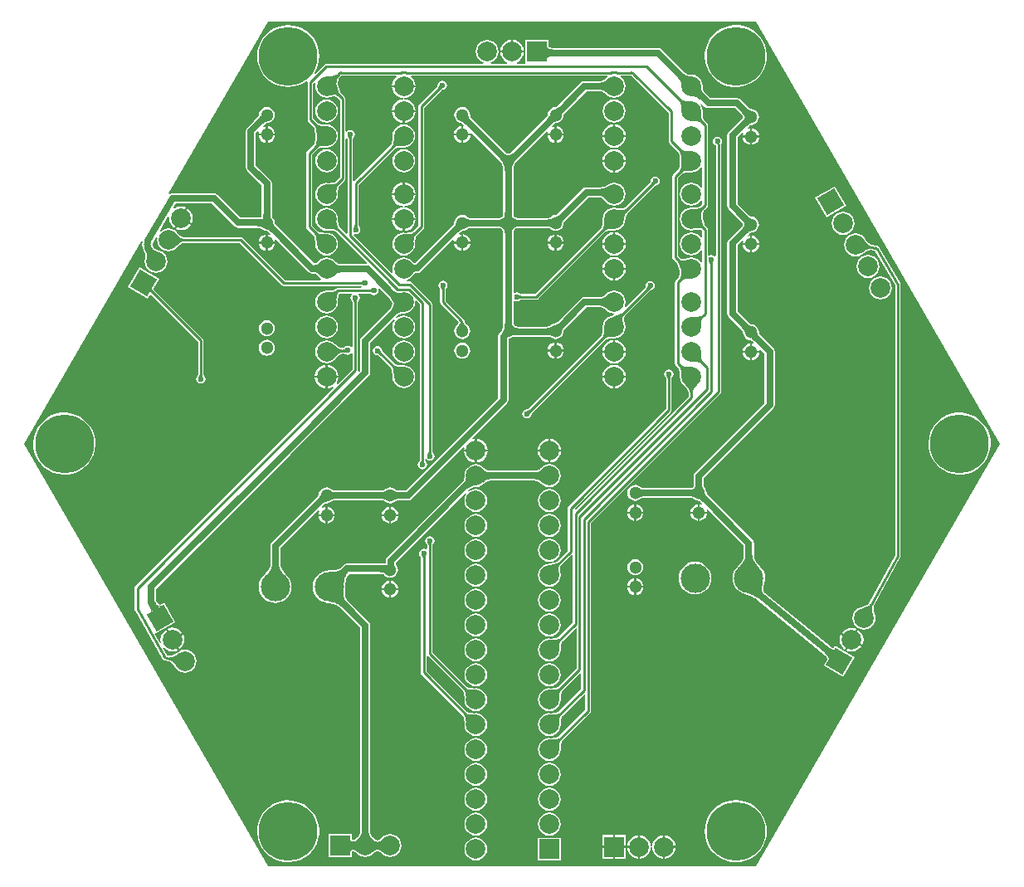
<source format=gtl>
G04*
G04 #@! TF.GenerationSoftware,Altium Limited,Altium Designer,21.0.9 (235)*
G04*
G04 Layer_Physical_Order=1*
G04 Layer_Color=255*
%FSLAX25Y25*%
%MOIN*%
G70*
G04*
G04 #@! TF.SameCoordinates,40033AE3-64CB-4EA6-9D7A-4CABB624556D*
G04*
G04*
G04 #@! TF.FilePolarity,Positive*
G04*
G01*
G75*
%ADD19C,0.02756*%
%ADD20C,0.01000*%
%ADD21C,0.00984*%
%ADD22C,0.05118*%
%ADD23C,0.23622*%
%ADD24C,0.11811*%
%ADD25C,0.07874*%
%ADD26P,0.11136X4X195.0*%
%ADD27R,0.07874X0.07874*%
%ADD28P,0.11136X4X75.0*%
%ADD29R,0.07874X0.07874*%
%ADD30C,0.02362*%
G36*
X402441Y617994D02*
X402524Y617760D01*
X402662Y617553D01*
X402856Y617374D01*
X403105Y617222D01*
X403409Y617098D01*
X403769Y617002D01*
X404184Y616933D01*
X404655Y616892D01*
X405181Y616878D01*
Y614122D01*
X404655Y614108D01*
X404184Y614067D01*
X403769Y613998D01*
X403409Y613902D01*
X403105Y613778D01*
X402856Y613626D01*
X402662Y613447D01*
X402524Y613240D01*
X402441Y613006D01*
X402413Y612744D01*
Y618256D01*
X402441Y617994D01*
D02*
G37*
G36*
X426849Y605848D02*
X426243Y605383D01*
X426133Y605240D01*
X425988Y605102D01*
X425739Y604899D01*
X425484Y604721D01*
X425222Y604568D01*
X424952Y604440D01*
X424673Y604335D01*
X424384Y604253D01*
X424085Y604194D01*
X423901Y604173D01*
X417626D01*
X417626Y604173D01*
X416843Y604017D01*
X416178Y603574D01*
X406735Y594130D01*
X406651Y594056D01*
X406507Y593946D01*
X406373Y593855D01*
X406258Y593787D01*
X406163Y593741D01*
X406092Y593715D01*
X406063Y593708D01*
X406000Y593716D01*
X405167Y593607D01*
X404392Y593286D01*
X403726Y592774D01*
X403214Y592108D01*
X402893Y591332D01*
X402783Y590500D01*
X402792Y590437D01*
X402785Y590408D01*
X402759Y590338D01*
X402713Y590242D01*
X402645Y590127D01*
X402562Y590005D01*
X402308Y589703D01*
X388147Y575542D01*
X387840Y575327D01*
X387542Y575178D01*
X387264Y575095D01*
X387000Y575069D01*
X386736Y575095D01*
X386458Y575178D01*
X386160Y575327D01*
X385853Y575542D01*
X372037Y589359D01*
X371962Y589451D01*
X371858Y589595D01*
X371778Y589723D01*
X371722Y589831D01*
X371688Y589918D01*
X371672Y589978D01*
X371668Y590013D01*
X371672Y590085D01*
X371667Y590123D01*
X371716Y590500D01*
X371607Y591332D01*
X371286Y592108D01*
X370774Y592774D01*
X370108Y593286D01*
X369333Y593607D01*
X368500Y593716D01*
X367668Y593607D01*
X366892Y593286D01*
X366226Y592774D01*
X365714Y592108D01*
X365393Y591332D01*
X365283Y590500D01*
X365393Y589668D01*
X365714Y588892D01*
X366226Y588226D01*
X366892Y587714D01*
X367668Y587393D01*
X368001Y587349D01*
X368035Y587335D01*
X368092Y587322D01*
X368131Y587308D01*
X368202Y587273D01*
X368298Y587215D01*
X368400Y587145D01*
X368817Y586788D01*
X369190Y586415D01*
X368956Y585941D01*
X368894Y585950D01*
Y583020D01*
X371824D01*
X371815Y583082D01*
X372289Y583316D01*
X383607Y571998D01*
X383858Y571685D01*
X384121Y571296D01*
X384349Y570896D01*
X384541Y570481D01*
X384698Y570053D01*
X384821Y569608D01*
X384909Y569148D01*
X384953Y568749D01*
Y550795D01*
X384888Y550425D01*
X384782Y550109D01*
X384645Y549854D01*
X384477Y549648D01*
X384271Y549480D01*
X384016Y549343D01*
X383700Y549237D01*
X383330Y549172D01*
X371587D01*
X371475Y549180D01*
X371295Y549203D01*
X371136Y549233D01*
X371006Y549267D01*
X370907Y549302D01*
X370838Y549333D01*
X370813Y549349D01*
X370774Y549399D01*
X370108Y549911D01*
X369333Y550232D01*
X368500Y550342D01*
X367668Y550232D01*
X366892Y549911D01*
X366226Y549399D01*
X365714Y548733D01*
X365393Y547958D01*
X365283Y547125D01*
X365300Y546999D01*
X365299Y546966D01*
X365290Y546923D01*
X365267Y546854D01*
X365224Y546761D01*
X365159Y546646D01*
X365071Y546514D01*
X364963Y546371D01*
X364877Y546272D01*
X349669Y531064D01*
X349293Y531097D01*
X349095Y531129D01*
X348934Y531165D01*
X348823Y531201D01*
X348765Y531227D01*
X348743Y531252D01*
X348737Y531256D01*
X348257Y531881D01*
X347303Y532613D01*
X346192Y533073D01*
X345000Y533230D01*
X343808Y533073D01*
X342697Y532613D01*
X341743Y531881D01*
X341011Y530927D01*
X340551Y529816D01*
X340394Y528624D01*
X340551Y527432D01*
X340654Y527182D01*
X340230Y526899D01*
X324964Y542166D01*
X324980Y542344D01*
X325486Y542718D01*
X325811Y542654D01*
X326518Y542794D01*
X327117Y543194D01*
X327517Y543793D01*
X327658Y544500D01*
X327517Y545207D01*
X327117Y545806D01*
X327047Y545852D01*
X327032Y545876D01*
X327015Y545910D01*
X326999Y545950D01*
X326985Y545998D01*
X326972Y546054D01*
X326963Y546114D01*
Y562460D01*
X341443Y576939D01*
X341496Y576984D01*
X341665Y577087D01*
X341889Y577188D01*
X342169Y577282D01*
X342505Y577364D01*
X342879Y577431D01*
X344377Y577544D01*
X344798Y577546D01*
X345000Y577520D01*
X346192Y577677D01*
X347303Y578137D01*
X348257Y578869D01*
X348989Y579823D01*
X349449Y580934D01*
X349606Y582126D01*
X349449Y583318D01*
X348989Y584429D01*
X348257Y585383D01*
X347303Y586115D01*
X346192Y586575D01*
X345000Y586732D01*
X343808Y586575D01*
X342697Y586115D01*
X341743Y585383D01*
X341011Y584429D01*
X340551Y583318D01*
X340394Y582126D01*
X340420Y581924D01*
X340418Y581497D01*
X340360Y580453D01*
X340307Y580019D01*
X340238Y579631D01*
X340156Y579295D01*
X340062Y579015D01*
X339961Y578791D01*
X339858Y578622D01*
X339813Y578569D01*
X325152Y563907D01*
X324652Y564114D01*
Y581012D01*
X324661Y581072D01*
X324674Y581128D01*
X324688Y581176D01*
X324704Y581216D01*
X324721Y581250D01*
X324736Y581274D01*
X324806Y581320D01*
X325206Y581919D01*
X325346Y582626D01*
X325206Y583333D01*
X324806Y583932D01*
X324207Y584332D01*
X323500Y584473D01*
X322793Y584332D01*
X322194Y583932D01*
X322152Y583868D01*
X321652Y584020D01*
Y597000D01*
X321564Y597441D01*
X321315Y597815D01*
X319705Y599424D01*
X319694Y599438D01*
X319603Y599586D01*
X319490Y599811D01*
X319372Y600088D01*
X318614Y602553D01*
X318581Y602682D01*
X318582Y602755D01*
X318640Y603799D01*
X318693Y604233D01*
X318762Y604621D01*
X318845Y604956D01*
X318938Y605237D01*
X319039Y605461D01*
X319142Y605630D01*
X319187Y605683D01*
X319823Y606320D01*
X319891Y606348D01*
X341920D01*
X342090Y605848D01*
X341631Y605496D01*
X340873Y604509D01*
X340397Y603359D01*
X340287Y602520D01*
X345000D01*
X349713D01*
X349603Y603359D01*
X349127Y604509D01*
X348370Y605496D01*
X347910Y605848D01*
X348080Y606348D01*
X426679D01*
X426849Y605848D01*
D02*
G37*
G36*
X457469Y607125D02*
X457754Y606899D01*
X458051Y606699D01*
X458359Y606527D01*
X458680Y606382D01*
X459012Y606264D01*
X459356Y606173D01*
X459713Y606109D01*
X460081Y606073D01*
X460461Y606063D01*
X456563Y602165D01*
X456554Y602545D01*
X456517Y602913D01*
X456453Y603269D01*
X456362Y603614D01*
X456244Y603946D01*
X456099Y604267D01*
X455927Y604575D01*
X455727Y604872D01*
X455501Y605157D01*
X455247Y605430D01*
X457196Y607378D01*
X457469Y607125D01*
D02*
G37*
G36*
X426688Y599370D02*
X426413Y599632D01*
X426127Y599866D01*
X425830Y600073D01*
X425522Y600252D01*
X425203Y600403D01*
X424874Y600527D01*
X424534Y600624D01*
X424184Y600693D01*
X423822Y600734D01*
X423450Y600748D01*
Y603504D01*
X423822Y603518D01*
X424184Y603559D01*
X424534Y603628D01*
X424874Y603724D01*
X425203Y603848D01*
X425522Y604000D01*
X425830Y604179D01*
X426127Y604386D01*
X426413Y604620D01*
X426688Y604882D01*
Y599370D01*
D02*
G37*
G36*
X318785Y606204D02*
X318618Y606005D01*
X318470Y605761D01*
X318339Y605471D01*
X318227Y605135D01*
X318133Y604754D01*
X318057Y604328D01*
X318000Y603856D01*
X317940Y602774D01*
X317939Y602604D01*
X317995Y602381D01*
X318768Y599867D01*
X318907Y599541D01*
X319041Y599273D01*
X319170Y599064D01*
X319293Y598914D01*
X318768Y598025D01*
X318546Y598212D01*
X318290Y598364D01*
X318000Y598481D01*
X317676Y598563D01*
X317317Y598610D01*
X316925Y598622D01*
X316497Y598599D01*
X316036Y598541D01*
X315540Y598448D01*
X315010Y598321D01*
X317533Y602569D01*
X314039Y606063D01*
X314648Y606066D01*
X316202Y606183D01*
X316628Y606259D01*
X317009Y606353D01*
X317345Y606465D01*
X317635Y606596D01*
X317879Y606744D01*
X318078Y606911D01*
X318785Y606204D01*
D02*
G37*
G36*
X464446Y601707D02*
X464483Y601339D01*
X464547Y600982D01*
X464638Y600638D01*
X464756Y600306D01*
X464901Y599985D01*
X465073Y599677D01*
X465273Y599380D01*
X465499Y599095D01*
X465753Y598822D01*
X463804Y596874D01*
X463531Y597127D01*
X463246Y597353D01*
X462949Y597553D01*
X462641Y597725D01*
X462320Y597870D01*
X461988Y597988D01*
X461644Y598079D01*
X461287Y598143D01*
X460919Y598179D01*
X460539Y598189D01*
X464437Y602087D01*
X464446Y601707D01*
D02*
G37*
G36*
X456621Y596744D02*
X456865Y596596D01*
X457155Y596465D01*
X457490Y596353D01*
X457872Y596259D01*
X458298Y596183D01*
X458771Y596126D01*
X459852Y596066D01*
X460461Y596063D01*
X456563Y592165D01*
X456560Y592774D01*
X456443Y594328D01*
X456367Y594754D01*
X456273Y595135D01*
X456161Y595471D01*
X456030Y595761D01*
X455882Y596005D01*
X455715Y596204D01*
X456422Y596911D01*
X456621Y596744D01*
D02*
G37*
G36*
X409585Y592136D02*
X409389Y591934D01*
X408925Y591383D01*
X408813Y591218D01*
X408720Y591061D01*
X408649Y590914D01*
X408598Y590775D01*
X408568Y590646D01*
X408559Y590526D01*
X406026Y593059D01*
X406146Y593068D01*
X406275Y593098D01*
X406414Y593149D01*
X406561Y593220D01*
X406718Y593313D01*
X406883Y593426D01*
X407058Y593559D01*
X407434Y593889D01*
X407636Y594085D01*
X409585Y592136D01*
D02*
G37*
G36*
X483066Y593139D02*
X483617Y592675D01*
X483782Y592562D01*
X483939Y592470D01*
X484086Y592399D01*
X484225Y592348D01*
X484354Y592318D01*
X484474Y592309D01*
X481941Y589776D01*
X481932Y589896D01*
X481902Y590025D01*
X481851Y590164D01*
X481780Y590311D01*
X481687Y590468D01*
X481574Y590633D01*
X481441Y590808D01*
X481111Y591184D01*
X480915Y591386D01*
X482864Y593335D01*
X483066Y593139D01*
D02*
G37*
G36*
X464425Y591395D02*
X464464Y590324D01*
X464513Y589855D01*
X464583Y589431D01*
X464672Y589051D01*
X464782Y588716D01*
X464911Y588425D01*
X465060Y588179D01*
X465230Y587978D01*
X464506Y587287D01*
X464311Y587451D01*
X464068Y587599D01*
X463779Y587730D01*
X463443Y587845D01*
X463061Y587943D01*
X462632Y588026D01*
X461634Y588140D01*
X461066Y588173D01*
X460450Y588189D01*
X464435Y591997D01*
X464425Y591395D01*
D02*
G37*
G36*
X289974Y587941D02*
X289854Y587932D01*
X289725Y587902D01*
X289586Y587851D01*
X289439Y587780D01*
X289282Y587687D01*
X289117Y587574D01*
X288942Y587441D01*
X288566Y587111D01*
X288364Y586915D01*
X286415Y588864D01*
X286611Y589066D01*
X287074Y589617D01*
X287188Y589782D01*
X287280Y589939D01*
X287351Y590086D01*
X287402Y590225D01*
X287432Y590354D01*
X287441Y590474D01*
X289974Y587941D01*
D02*
G37*
G36*
X405974Y587941D02*
X405854Y587932D01*
X405725Y587902D01*
X405586Y587851D01*
X405439Y587780D01*
X405282Y587687D01*
X405117Y587574D01*
X404942Y587441D01*
X404566Y587111D01*
X404364Y586915D01*
X402415Y588864D01*
X402611Y589066D01*
X403075Y589617D01*
X403188Y589782D01*
X403280Y589939D01*
X403351Y590086D01*
X403402Y590225D01*
X403432Y590354D01*
X403441Y590474D01*
X405974Y587941D01*
D02*
G37*
G36*
X371024Y589995D02*
X371039Y589860D01*
X371077Y589717D01*
X371137Y589565D01*
X371219Y589405D01*
X371324Y589237D01*
X371452Y589060D01*
X371602Y588875D01*
X371968Y588480D01*
X369694Y586858D01*
X369491Y587056D01*
X368792Y587655D01*
X368645Y587756D01*
X368510Y587837D01*
X368386Y587898D01*
X368273Y587940D01*
X368172Y587962D01*
X371031Y590121D01*
X371024Y589995D01*
D02*
G37*
G36*
X584377Y458500D02*
X486439Y288865D01*
X290562D01*
X192623Y458500D01*
X239549Y539779D01*
X240032Y539615D01*
X239886Y538506D01*
X240050Y537263D01*
X240530Y536104D01*
X240543Y536087D01*
X240545Y536082D01*
X240902Y535474D01*
X240977Y535304D01*
X241077Y535016D01*
X241153Y534726D01*
X241203Y534432D01*
X241229Y534134D01*
X241230Y533831D01*
X241206Y533521D01*
X241156Y533204D01*
X241115Y533026D01*
X241051Y532872D01*
X240894Y531679D01*
X241051Y530487D01*
X241511Y529376D01*
X242243Y528422D01*
X243197Y527690D01*
X244308Y527230D01*
X245500Y527073D01*
X246692Y527230D01*
X247803Y527690D01*
X248757Y528422D01*
X249489Y529376D01*
X249949Y530487D01*
X250106Y531679D01*
X249949Y532872D01*
X249489Y533983D01*
X248757Y534937D01*
X247803Y535669D01*
X246692Y536129D01*
X246501Y536154D01*
X246290Y536215D01*
X245989Y536326D01*
X245707Y536456D01*
X245443Y536606D01*
X245195Y536773D01*
X244964Y536961D01*
X244747Y537168D01*
X244545Y537397D01*
X244433Y537545D01*
X244084Y538141D01*
X244087Y538154D01*
X244087Y538154D01*
X244000Y538608D01*
X244034Y538779D01*
X244086Y538858D01*
X244078Y538863D01*
X245522Y541347D01*
X246005Y541182D01*
X245894Y540340D01*
X246051Y539148D01*
X246511Y538037D01*
X247243Y537083D01*
X248197Y536350D01*
X249308Y535890D01*
X250500Y535733D01*
X251692Y535890D01*
X252803Y536350D01*
X253757Y537083D01*
X253881Y537244D01*
X254185Y537545D01*
X254964Y538242D01*
X255308Y538511D01*
X255632Y538737D01*
X255927Y538916D01*
X256192Y539048D01*
X256421Y539135D01*
X256613Y539182D01*
X256683Y539188D01*
X279104D01*
X296107Y522185D01*
X296480Y521936D01*
X296921Y521848D01*
X327821D01*
X328023Y521654D01*
X328025Y521652D01*
X327954Y521410D01*
X327741Y521152D01*
X318624D01*
X318183Y521064D01*
X317809Y520815D01*
X317557Y520563D01*
X317504Y520518D01*
X317335Y520415D01*
X317111Y520314D01*
X316830Y520220D01*
X316495Y520138D01*
X316121Y520071D01*
X314622Y519958D01*
X314201Y519956D01*
X314000Y519982D01*
X312808Y519825D01*
X311697Y519365D01*
X310743Y518633D01*
X310011Y517679D01*
X309551Y516568D01*
X309394Y515376D01*
X309551Y514184D01*
X310011Y513073D01*
X310743Y512119D01*
X311697Y511387D01*
X312808Y510927D01*
X314000Y510770D01*
X315192Y510927D01*
X316303Y511387D01*
X317257Y512119D01*
X317989Y513073D01*
X318449Y514184D01*
X318606Y515376D01*
X318580Y515577D01*
X318582Y516005D01*
X318640Y517049D01*
X318693Y517483D01*
X318762Y517871D01*
X318845Y518207D01*
X318938Y518487D01*
X319039Y518711D01*
X319122Y518848D01*
X324106D01*
X324258Y518348D01*
X324194Y518306D01*
X323794Y517707D01*
X323654Y517000D01*
X323794Y516293D01*
X324194Y515694D01*
X324258Y515652D01*
X324271Y515630D01*
X324288Y515597D01*
X324304Y515556D01*
X324318Y515507D01*
X324331Y515450D01*
X324340Y515390D01*
Y497406D01*
X323840Y497254D01*
X323806Y497306D01*
X323207Y497706D01*
X322500Y497847D01*
X321793Y497706D01*
X321194Y497306D01*
X321007Y497026D01*
X320970Y496990D01*
X320941Y496950D01*
X320936Y496944D01*
X320930Y496939D01*
X320919Y496932D01*
X320901Y496922D01*
X320873Y496912D01*
X320833Y496901D01*
X320782Y496891D01*
X320122D01*
X320067Y496896D01*
X319879Y496941D01*
X319643Y497027D01*
X319364Y497156D01*
X319046Y497330D01*
X318703Y497542D01*
X317432Y498479D01*
X317276Y498608D01*
X317257Y498633D01*
X317106Y498749D01*
X316955Y498874D01*
X316914Y498896D01*
X316303Y499365D01*
X315192Y499825D01*
X314000Y499982D01*
X312808Y499825D01*
X311697Y499365D01*
X310743Y498633D01*
X310011Y497679D01*
X309551Y496568D01*
X309394Y495376D01*
X309551Y494184D01*
X310011Y493073D01*
X310743Y492119D01*
X311697Y491387D01*
X312808Y490927D01*
X314000Y490770D01*
X315192Y490927D01*
X316303Y491387D01*
X317257Y492119D01*
X317508Y492446D01*
X317537Y492468D01*
X318264Y493297D01*
X318589Y493622D01*
X318902Y493901D01*
X319196Y494131D01*
X319468Y494312D01*
X319716Y494445D01*
X319938Y494533D01*
X320130Y494580D01*
X320211Y494587D01*
X321072D01*
X321157Y494580D01*
X321222Y494570D01*
X321287Y494557D01*
X321346Y494541D01*
X321396Y494524D01*
X321441Y494506D01*
X321479Y494487D01*
X321533Y494455D01*
X321575Y494440D01*
X321793Y494294D01*
X322500Y494153D01*
X323207Y494294D01*
X323806Y494694D01*
X323840Y494746D01*
X324340Y494594D01*
Y488469D01*
X318404Y482533D01*
X318027Y482863D01*
X318127Y482993D01*
X318603Y484143D01*
X318713Y484982D01*
X314394D01*
Y480663D01*
X315233Y480773D01*
X316383Y481249D01*
X316513Y481349D01*
X316843Y480972D01*
X237185Y401315D01*
X236936Y400941D01*
X236848Y400500D01*
Y392000D01*
X236862Y391931D01*
X236856Y391861D01*
X236905Y391712D01*
X236936Y391559D01*
X236975Y391501D01*
X236997Y391434D01*
X247763Y372349D01*
X247851Y372246D01*
X248101Y371871D01*
X248806Y371400D01*
X249163Y371329D01*
X249282Y371284D01*
X250784Y371030D01*
X250852Y371013D01*
X251033Y370935D01*
X251245Y370810D01*
X251484Y370636D01*
X251746Y370411D01*
X252017Y370145D01*
X252978Y368989D01*
X253075Y368853D01*
X253083Y368834D01*
X253177Y368712D01*
X253320Y368513D01*
X253354Y368480D01*
X253815Y367880D01*
X254769Y367148D01*
X255880Y366687D01*
X257072Y366530D01*
X258265Y366687D01*
X259376Y367148D01*
X260330Y367880D01*
X261062Y368834D01*
X261522Y369945D01*
X261679Y371137D01*
X261522Y372329D01*
X261062Y373440D01*
X260330Y374394D01*
X259376Y375126D01*
X258265Y375586D01*
X257072Y375743D01*
X255880Y375586D01*
X254769Y375126D01*
X254430Y374866D01*
X254389Y374848D01*
X253905Y374506D01*
X253020Y373949D01*
X252636Y373741D01*
X252279Y373571D01*
X251958Y373445D01*
X251676Y373359D01*
X251434Y373311D01*
X251237Y373297D01*
X251168Y373302D01*
X249777Y373537D01*
X249774Y373544D01*
X249721Y373566D01*
X248203Y376258D01*
X248621Y376535D01*
X248703Y376428D01*
X249690Y375670D01*
X250839Y375194D01*
X252073Y375032D01*
X253306Y375194D01*
X254088Y375518D01*
X251731Y379600D01*
X249375Y383682D01*
X248703Y383167D01*
X247946Y382180D01*
X247470Y381030D01*
X247307Y379797D01*
X247470Y378564D01*
X247008Y378377D01*
X244992Y381950D01*
X245401Y382219D01*
X245411Y382225D01*
X253311Y386786D01*
X248744Y394696D01*
X247263Y393841D01*
X247224Y393824D01*
X247134Y393807D01*
X247041Y393813D01*
X246923Y393850D01*
X246769Y393934D01*
X246581Y394080D01*
X246369Y394292D01*
X246137Y394574D01*
X245983Y394794D01*
X245547Y395549D01*
Y400152D01*
X299448Y454052D01*
X330948Y485552D01*
X330948Y485552D01*
X331391Y486217D01*
X331547Y487000D01*
X331547Y487000D01*
Y499028D01*
X340981Y508462D01*
X341358Y508132D01*
X341011Y507679D01*
X340551Y506568D01*
X340394Y505376D01*
X340551Y504184D01*
X341011Y503073D01*
X341743Y502119D01*
X342697Y501387D01*
X343808Y500927D01*
X345000Y500770D01*
X346192Y500927D01*
X347303Y501387D01*
X348257Y502119D01*
X348989Y503073D01*
X349449Y504184D01*
X349606Y505376D01*
X349449Y506568D01*
X348989Y507679D01*
X348257Y508633D01*
X347303Y509365D01*
X346192Y509825D01*
X345000Y509982D01*
X343808Y509825D01*
X342697Y509365D01*
X342244Y509018D01*
X341914Y509395D01*
X342489Y509969D01*
X342634Y510084D01*
X342887Y510255D01*
X343149Y510401D01*
X343420Y510524D01*
X343702Y510624D01*
X343995Y510701D01*
X344301Y510756D01*
X344621Y510788D01*
X344821Y510793D01*
X345000Y510770D01*
X346192Y510927D01*
X347303Y511387D01*
X348257Y512119D01*
X348989Y513073D01*
X349449Y514184D01*
X349606Y515376D01*
X349567Y515676D01*
X350015Y515897D01*
X351348Y514565D01*
Y451614D01*
X351339Y451554D01*
X351326Y451498D01*
X351312Y451450D01*
X351296Y451410D01*
X351279Y451376D01*
X351264Y451352D01*
X351194Y451306D01*
X350794Y450707D01*
X350654Y450000D01*
X350794Y449293D01*
X351194Y448694D01*
X351793Y448294D01*
X352500Y448153D01*
X353207Y448294D01*
X353806Y448694D01*
X354206Y449293D01*
X354346Y450000D01*
X354206Y450707D01*
X353806Y451306D01*
X353736Y451352D01*
X353721Y451376D01*
X353704Y451410D01*
X353688Y451450D01*
X353674Y451498D01*
X353661Y451554D01*
X353652Y451614D01*
Y452106D01*
X354152Y452258D01*
X354194Y452194D01*
X354793Y451794D01*
X355500Y451653D01*
X356207Y451794D01*
X356806Y452194D01*
X357206Y452793D01*
X357347Y453500D01*
X357206Y454207D01*
X356806Y454806D01*
X356736Y454852D01*
X356721Y454876D01*
X356704Y454910D01*
X356688Y454950D01*
X356674Y454998D01*
X356661Y455054D01*
X356652Y455114D01*
Y514347D01*
X356564Y514788D01*
X356315Y515161D01*
X348161Y523315D01*
X347788Y523564D01*
X347347Y523652D01*
X346054D01*
X346021Y524152D01*
X346192Y524175D01*
X347303Y524635D01*
X348257Y525367D01*
X348989Y526321D01*
X349178Y526776D01*
X349191Y526791D01*
X349204Y526813D01*
X349214Y526820D01*
X349278Y526850D01*
X349387Y526886D01*
X349538Y526921D01*
X349721Y526950D01*
X349932Y526966D01*
X350513D01*
X350513Y526966D01*
X351296Y527122D01*
X351961Y527565D01*
X364825Y540430D01*
X365249Y540146D01*
X365240Y540125D01*
X365177Y539645D01*
X368106D01*
Y542575D01*
X367626Y542511D01*
X367605Y542502D01*
X367321Y542926D01*
X367882Y543487D01*
X368107Y543670D01*
X368235Y543760D01*
X368352Y543832D01*
X368448Y543881D01*
X368520Y543909D01*
X368535Y543913D01*
X369333Y544018D01*
X370108Y544339D01*
X370774Y544851D01*
X370813Y544901D01*
X370838Y544916D01*
X370907Y544948D01*
X371006Y544983D01*
X371136Y545017D01*
X371281Y545044D01*
X371674Y545078D01*
X383330D01*
X383700Y545013D01*
X384016Y544907D01*
X384271Y544770D01*
X384477Y544602D01*
X384645Y544396D01*
X384782Y544141D01*
X384888Y543825D01*
X384953Y543455D01*
Y506198D01*
X384921Y505852D01*
X384848Y505403D01*
X384748Y504980D01*
X384619Y504582D01*
X384465Y504208D01*
X384282Y503857D01*
X384073Y503527D01*
X383880Y503275D01*
X383552Y502948D01*
X383109Y502283D01*
X382953Y501500D01*
X382953Y501500D01*
Y476848D01*
X345845Y439740D01*
X342587D01*
X342475Y439747D01*
X342295Y439771D01*
X342136Y439801D01*
X342006Y439835D01*
X341907Y439870D01*
X341838Y439901D01*
X341813Y439917D01*
X341774Y439967D01*
X341108Y440479D01*
X340333Y440800D01*
X339500Y440909D01*
X338667Y440800D01*
X337892Y440479D01*
X337226Y439967D01*
X337187Y439917D01*
X337162Y439901D01*
X337093Y439870D01*
X336994Y439835D01*
X336864Y439801D01*
X336719Y439774D01*
X336326Y439740D01*
X317087D01*
X316975Y439747D01*
X316795Y439771D01*
X316636Y439801D01*
X316506Y439835D01*
X316407Y439870D01*
X316338Y439901D01*
X316313Y439917D01*
X316274Y439967D01*
X315608Y440479D01*
X314832Y440800D01*
X314000Y440909D01*
X313168Y440800D01*
X312392Y440479D01*
X311726Y439967D01*
X311214Y439301D01*
X310893Y438525D01*
X310827Y438021D01*
X310814Y437987D01*
X310804Y437922D01*
X310790Y437880D01*
X310758Y437807D01*
X310705Y437711D01*
X310629Y437593D01*
X310538Y437468D01*
X310314Y437209D01*
X292052Y418948D01*
X291609Y418283D01*
X291453Y417500D01*
X291453Y417500D01*
Y409901D01*
X291383Y409498D01*
X291262Y409073D01*
X291088Y408636D01*
X290861Y408188D01*
X290580Y407729D01*
X290247Y407266D01*
X289389Y406284D01*
X288887Y405795D01*
X288703Y405644D01*
X287886Y404648D01*
X287279Y403513D01*
X286906Y402281D01*
X286779Y401000D01*
X286906Y399719D01*
X287279Y398487D01*
X287886Y397352D01*
X288703Y396356D01*
X289698Y395540D01*
X290833Y394933D01*
X292065Y394559D01*
X293347Y394433D01*
X294628Y394559D01*
X295860Y394933D01*
X296995Y395540D01*
X297990Y396356D01*
X298807Y397352D01*
X299414Y398487D01*
X299787Y399719D01*
X299914Y401000D01*
X299787Y402281D01*
X299414Y403513D01*
X298807Y404648D01*
X297990Y405644D01*
X297898Y405719D01*
X297555Y406089D01*
X297114Y406611D01*
X296730Y407119D01*
X296400Y407613D01*
X296124Y408092D01*
X295903Y408555D01*
X295733Y409002D01*
X295614Y409432D01*
X295547Y409829D01*
Y416652D01*
X310671Y431776D01*
X311077Y431506D01*
X310740Y430692D01*
X310677Y430213D01*
X313606D01*
Y433142D01*
X313126Y433079D01*
X312312Y432742D01*
X312043Y433148D01*
X312986Y434091D01*
X313102Y434191D01*
X313243Y434294D01*
X313373Y434378D01*
X313485Y434439D01*
X313576Y434478D01*
X313641Y434497D01*
X313681Y434504D01*
X313754Y434503D01*
X313771Y434507D01*
X314000Y434476D01*
X314832Y434586D01*
X315608Y434907D01*
X316274Y435419D01*
X316313Y435469D01*
X316338Y435484D01*
X316407Y435516D01*
X316506Y435551D01*
X316636Y435584D01*
X316781Y435612D01*
X317174Y435646D01*
X336413D01*
X336525Y435638D01*
X336705Y435614D01*
X336864Y435584D01*
X336994Y435551D01*
X337093Y435516D01*
X337162Y435484D01*
X337187Y435469D01*
X337226Y435419D01*
X337892Y434907D01*
X338667Y434586D01*
X339500Y434476D01*
X340333Y434586D01*
X341108Y434907D01*
X341774Y435419D01*
X341813Y435469D01*
X341838Y435484D01*
X341907Y435516D01*
X342006Y435551D01*
X342136Y435584D01*
X342281Y435612D01*
X342674Y435646D01*
X346693D01*
X346693Y435646D01*
X347476Y435802D01*
X348141Y436245D01*
X368964Y457069D01*
X369357Y456755D01*
X369259Y456008D01*
X373579D01*
Y460327D01*
X372831Y460229D01*
X372518Y460623D01*
X386448Y474552D01*
X386448Y474552D01*
X386891Y475217D01*
X387047Y476000D01*
X387047Y476000D01*
Y500586D01*
X387357Y500782D01*
X387708Y500964D01*
X388082Y501120D01*
X388480Y501248D01*
X388903Y501348D01*
X389352Y501421D01*
X389698Y501453D01*
X403163D01*
X403417Y501431D01*
X403577Y501406D01*
X403714Y501378D01*
X403821Y501348D01*
X403895Y501320D01*
X403934Y501300D01*
X403987Y501263D01*
X404024Y501247D01*
X404392Y500964D01*
X405167Y500643D01*
X406000Y500533D01*
X406833Y500643D01*
X407608Y500964D01*
X408274Y501476D01*
X408786Y502142D01*
X409107Y502917D01*
X409216Y503750D01*
X409208Y503813D01*
X409215Y503842D01*
X409241Y503912D01*
X409287Y504008D01*
X409355Y504123D01*
X409438Y504245D01*
X409692Y504547D01*
X418474Y513329D01*
X423901D01*
X424085Y513308D01*
X424384Y513249D01*
X424673Y513167D01*
X424952Y513062D01*
X425222Y512933D01*
X425484Y512781D01*
X425739Y512603D01*
X425988Y512400D01*
X426133Y512262D01*
X426243Y512119D01*
X427197Y511387D01*
X428308Y510927D01*
X429500Y510770D01*
X429619Y510281D01*
X428782Y509958D01*
X428419Y509840D01*
X428308Y509825D01*
X427197Y509365D01*
X426243Y508633D01*
X425511Y507679D01*
X425051Y506568D01*
X424894Y505376D01*
X424920Y505174D01*
X424918Y504747D01*
X424860Y503703D01*
X424807Y503269D01*
X424738Y502881D01*
X424656Y502545D01*
X424562Y502265D01*
X424461Y502041D01*
X424358Y501872D01*
X424313Y501819D01*
X394920Y472426D01*
X394873Y472392D01*
X394828Y472364D01*
X394789Y472344D01*
X394756Y472331D01*
X394727Y472323D01*
X394701Y472319D01*
X394678Y472317D01*
X394643Y472318D01*
X394500Y472346D01*
X393793Y472206D01*
X393194Y471806D01*
X392794Y471207D01*
X392653Y470500D01*
X392794Y469793D01*
X393194Y469194D01*
X393793Y468794D01*
X394500Y468653D01*
X395207Y468794D01*
X395806Y469194D01*
X396206Y469793D01*
X396346Y470500D01*
X396346Y470501D01*
X396357Y470530D01*
X396379Y470575D01*
X396407Y470624D01*
X396442Y470676D01*
X396479Y470725D01*
X425943Y500189D01*
X425996Y500234D01*
X426165Y500337D01*
X426389Y500438D01*
X426670Y500532D01*
X427005Y500614D01*
X427379Y500681D01*
X428877Y500794D01*
X429298Y500796D01*
X429500Y500770D01*
X430692Y500927D01*
X431803Y501387D01*
X432757Y502119D01*
X433489Y503073D01*
X433949Y504184D01*
X434106Y505376D01*
X433949Y506568D01*
X433837Y506839D01*
X433836Y506848D01*
X433682Y507335D01*
X433572Y507770D01*
X433499Y508167D01*
X433462Y508523D01*
X433459Y508838D01*
X433486Y509112D01*
X433540Y509344D01*
X433617Y509540D01*
X433715Y509706D01*
X433778Y509780D01*
X443989Y519991D01*
X444054Y520046D01*
X444107Y520085D01*
X444163Y520122D01*
X444215Y520152D01*
X444264Y520176D01*
X444308Y520194D01*
X444348Y520208D01*
X444409Y520223D01*
X444449Y520243D01*
X444707Y520294D01*
X445306Y520694D01*
X445706Y521293D01*
X445847Y522000D01*
X445706Y522707D01*
X445306Y523306D01*
X444707Y523706D01*
X444000Y523846D01*
X443293Y523706D01*
X442694Y523306D01*
X442294Y522707D01*
X442154Y522000D01*
X442219Y521670D01*
X442218Y521618D01*
X442226Y521570D01*
X442227Y521562D01*
X442226Y521554D01*
X442224Y521541D01*
X442217Y521522D01*
X442205Y521494D01*
X442184Y521458D01*
X442155Y521415D01*
X434185Y513445D01*
X433761Y513729D01*
X433949Y514184D01*
X434106Y515376D01*
X433949Y516568D01*
X433489Y517679D01*
X432757Y518633D01*
X431803Y519365D01*
X430692Y519825D01*
X429500Y519982D01*
X428308Y519825D01*
X427197Y519365D01*
X426243Y518633D01*
X426133Y518490D01*
X425988Y518352D01*
X425739Y518149D01*
X425484Y517971D01*
X425222Y517818D01*
X424952Y517690D01*
X424673Y517585D01*
X424384Y517503D01*
X424085Y517444D01*
X423901Y517423D01*
X417626D01*
X417626Y517423D01*
X416843Y517267D01*
X416178Y516824D01*
X406735Y507380D01*
X406651Y507306D01*
X406507Y507196D01*
X406373Y507105D01*
X406258Y507037D01*
X406163Y506991D01*
X406092Y506965D01*
X406063Y506958D01*
X406000Y506966D01*
X405167Y506857D01*
X404392Y506536D01*
X403726Y506024D01*
X403565Y505814D01*
X403544Y505800D01*
X403493Y505748D01*
X403462Y505725D01*
X403403Y505692D01*
X403313Y505655D01*
X403193Y505619D01*
X403042Y505586D01*
X402871Y505559D01*
X402713Y505547D01*
X390670D01*
X390300Y505613D01*
X389984Y505718D01*
X389729Y505855D01*
X389523Y506023D01*
X389355Y506229D01*
X389218Y506484D01*
X389112Y506800D01*
X389047Y507170D01*
Y515691D01*
X389547Y515958D01*
X389793Y515794D01*
X390500Y515654D01*
X391207Y515794D01*
X391806Y516194D01*
X391852Y516264D01*
X391876Y516279D01*
X391910Y516296D01*
X391950Y516312D01*
X391998Y516326D01*
X392054Y516339D01*
X392114Y516348D01*
X398249D01*
X398690Y516436D01*
X399064Y516685D01*
X425943Y543564D01*
X425996Y543609D01*
X426165Y543712D01*
X426389Y543813D01*
X426670Y543907D01*
X427005Y543989D01*
X427379Y544056D01*
X428877Y544169D01*
X429298Y544171D01*
X429500Y544145D01*
X430692Y544302D01*
X431803Y544762D01*
X432757Y545494D01*
X433489Y546448D01*
X433949Y547559D01*
X433982Y547810D01*
X434270Y549033D01*
X434555Y550061D01*
X434824Y550851D01*
X434945Y551140D01*
X435057Y551366D01*
X435150Y551517D01*
X435166Y551537D01*
X445673Y562044D01*
X445722Y562080D01*
X445771Y562111D01*
X445815Y562135D01*
X445855Y562152D01*
X445890Y562163D01*
X445918Y562170D01*
X446000Y562153D01*
X446707Y562294D01*
X447306Y562694D01*
X447706Y563293D01*
X447847Y564000D01*
X447706Y564707D01*
X447306Y565306D01*
X446707Y565706D01*
X446000Y565846D01*
X445293Y565706D01*
X444694Y565306D01*
X444294Y564707D01*
X444153Y564000D01*
X444170Y563918D01*
X444163Y563890D01*
X444152Y563855D01*
X444135Y563815D01*
X444111Y563771D01*
X444080Y563722D01*
X444044Y563673D01*
X433689Y553319D01*
X433619Y553260D01*
X433451Y553159D01*
X433244Y553075D01*
X432995Y553011D01*
X432701Y552969D01*
X432361Y552954D01*
X431987Y552968D01*
X431073Y553094D01*
X430811Y553151D01*
X430692Y553200D01*
X429500Y553357D01*
X428308Y553200D01*
X427197Y552740D01*
X426243Y552008D01*
X425511Y551054D01*
X425051Y549943D01*
X424894Y548751D01*
X424920Y548550D01*
X424918Y548122D01*
X424860Y547078D01*
X424807Y546644D01*
X424738Y546256D01*
X424656Y545920D01*
X424562Y545640D01*
X424461Y545416D01*
X424358Y545247D01*
X424313Y545194D01*
X397772Y518652D01*
X392114D01*
X392054Y518661D01*
X391998Y518674D01*
X391950Y518688D01*
X391910Y518704D01*
X391876Y518721D01*
X391852Y518736D01*
X391806Y518806D01*
X391207Y519206D01*
X390500Y519347D01*
X389793Y519206D01*
X389547Y519041D01*
X389047Y519309D01*
Y543455D01*
X389112Y543825D01*
X389218Y544141D01*
X389355Y544396D01*
X389523Y544602D01*
X389729Y544770D01*
X389984Y544907D01*
X390300Y545013D01*
X390670Y545078D01*
X402913D01*
X403025Y545070D01*
X403205Y545047D01*
X403364Y545017D01*
X403494Y544983D01*
X403593Y544948D01*
X403662Y544916D01*
X403687Y544901D01*
X403726Y544851D01*
X404392Y544339D01*
X405167Y544018D01*
X406000Y543909D01*
X406833Y544018D01*
X407608Y544339D01*
X408274Y544851D01*
X408786Y545517D01*
X409107Y546292D01*
X409216Y547125D01*
X409208Y547188D01*
X409215Y547217D01*
X409241Y547288D01*
X409287Y547382D01*
X409355Y547498D01*
X409438Y547620D01*
X409692Y547922D01*
X419223Y557453D01*
X423681D01*
X423881Y557427D01*
X424163Y557364D01*
X424425Y557277D01*
X424668Y557166D01*
X424896Y557032D01*
X425109Y556872D01*
X425311Y556686D01*
X425501Y556471D01*
X425502Y556470D01*
X425511Y556448D01*
X425642Y556276D01*
X425696Y556203D01*
X425706Y556193D01*
X426243Y555494D01*
X427197Y554762D01*
X428308Y554302D01*
X429500Y554145D01*
X430692Y554302D01*
X431803Y554762D01*
X432757Y555494D01*
X433489Y556448D01*
X433949Y557559D01*
X434106Y558751D01*
X433949Y559943D01*
X433489Y561054D01*
X432757Y562008D01*
X431803Y562740D01*
X430692Y563200D01*
X429500Y563357D01*
X428308Y563200D01*
X427197Y562740D01*
X426932Y562537D01*
X426914Y562530D01*
X426604Y562328D01*
X426306Y562156D01*
X426006Y562006D01*
X425704Y561877D01*
X425399Y561768D01*
X425092Y561679D01*
X424781Y561610D01*
X424467Y561560D01*
X424328Y561547D01*
X418375D01*
X418375Y561547D01*
X417592Y561391D01*
X416927Y560948D01*
X406735Y550755D01*
X406651Y550681D01*
X406507Y550571D01*
X406373Y550480D01*
X406257Y550412D01*
X406163Y550366D01*
X406092Y550340D01*
X406063Y550333D01*
X406000Y550342D01*
X405167Y550232D01*
X404392Y549911D01*
X403726Y549399D01*
X403687Y549349D01*
X403662Y549333D01*
X403593Y549302D01*
X403494Y549267D01*
X403364Y549233D01*
X403219Y549206D01*
X402826Y549172D01*
X390670D01*
X390300Y549237D01*
X389984Y549343D01*
X389729Y549480D01*
X389523Y549648D01*
X389355Y549854D01*
X389218Y550109D01*
X389112Y550425D01*
X389047Y550795D01*
Y568749D01*
X389091Y569148D01*
X389179Y569608D01*
X389302Y570053D01*
X389459Y570481D01*
X389651Y570896D01*
X389879Y571296D01*
X390142Y571685D01*
X390393Y571998D01*
X402413Y584018D01*
X402837Y583735D01*
X402740Y583500D01*
X402676Y583020D01*
X405606D01*
Y585950D01*
X405126Y585886D01*
X404891Y585789D01*
X404608Y586213D01*
X405265Y586870D01*
X405349Y586944D01*
X405493Y587054D01*
X405627Y587145D01*
X405742Y587213D01*
X405837Y587259D01*
X405908Y587285D01*
X405937Y587292D01*
X406000Y587284D01*
X406833Y587393D01*
X407608Y587714D01*
X408274Y588226D01*
X408786Y588892D01*
X409107Y589668D01*
X409216Y590500D01*
X409208Y590563D01*
X409215Y590592D01*
X409241Y590662D01*
X409287Y590758D01*
X409355Y590873D01*
X409438Y590995D01*
X409692Y591297D01*
X418474Y600079D01*
X423901D01*
X424085Y600058D01*
X424384Y599999D01*
X424673Y599917D01*
X424952Y599812D01*
X425222Y599684D01*
X425484Y599531D01*
X425739Y599353D01*
X425988Y599150D01*
X426133Y599012D01*
X426243Y598869D01*
X427197Y598137D01*
X428308Y597677D01*
X429500Y597520D01*
X430692Y597677D01*
X431803Y598137D01*
X432757Y598869D01*
X433489Y599823D01*
X433949Y600934D01*
X434106Y602126D01*
X433949Y603318D01*
X433489Y604429D01*
X432757Y605383D01*
X432152Y605848D01*
X432321Y606348D01*
X436483D01*
X436551Y606320D01*
X451348Y591523D01*
Y580000D01*
X451436Y579559D01*
X451685Y579185D01*
X455259Y575612D01*
X455302Y575561D01*
X455404Y575393D01*
X455507Y575168D01*
X455603Y574885D01*
X455690Y574546D01*
X455763Y574168D01*
X455906Y572653D01*
X455915Y572289D01*
X455894Y572126D01*
X455920Y571924D01*
X455918Y571497D01*
X455860Y570453D01*
X455807Y570019D01*
X455738Y569631D01*
X455656Y569295D01*
X455562Y569015D01*
X455461Y568791D01*
X455358Y568622D01*
X455313Y568569D01*
X453185Y566441D01*
X452936Y566067D01*
X452848Y565626D01*
Y533500D01*
X452936Y533059D01*
X453185Y532685D01*
X454679Y531192D01*
X454742Y531088D01*
X455914Y528045D01*
X455860Y527078D01*
X455807Y526644D01*
X455738Y526256D01*
X455656Y525920D01*
X455562Y525640D01*
X455461Y525416D01*
X455358Y525247D01*
X455313Y525194D01*
X454248Y524129D01*
X453999Y523755D01*
X453911Y523314D01*
Y490813D01*
X453999Y490372D01*
X454248Y489998D01*
X455313Y488933D01*
X455358Y488880D01*
X455461Y488711D01*
X455562Y488487D01*
X455656Y488206D01*
X455738Y487871D01*
X455805Y487497D01*
X455918Y485998D01*
X455920Y485577D01*
X455894Y485376D01*
X456051Y484184D01*
X456511Y483073D01*
X457243Y482119D01*
X457404Y481995D01*
X457705Y481691D01*
X458402Y480912D01*
X458671Y480568D01*
X458897Y480244D01*
X459076Y479949D01*
X459208Y479684D01*
X459295Y479455D01*
X459342Y479263D01*
X459348Y479193D01*
Y477477D01*
X414059Y432188D01*
X413516Y432352D01*
X413511Y432381D01*
X452315Y471185D01*
X452564Y471559D01*
X452652Y472000D01*
Y484886D01*
X452661Y484946D01*
X452674Y485002D01*
X452688Y485050D01*
X452704Y485090D01*
X452721Y485124D01*
X452736Y485148D01*
X452806Y485194D01*
X453206Y485793D01*
X453346Y486500D01*
X453206Y487207D01*
X452806Y487806D01*
X452207Y488206D01*
X451500Y488346D01*
X450793Y488206D01*
X450194Y487806D01*
X449794Y487207D01*
X449653Y486500D01*
X449794Y485793D01*
X450194Y485194D01*
X450264Y485148D01*
X450279Y485124D01*
X450296Y485090D01*
X450312Y485050D01*
X450326Y485002D01*
X450339Y484946D01*
X450348Y484886D01*
Y472477D01*
X411185Y433315D01*
X410936Y432941D01*
X410848Y432500D01*
Y415543D01*
X406483Y411178D01*
X406453Y411153D01*
X406295Y411056D01*
X406068Y410945D01*
X405774Y410829D01*
X405434Y410715D01*
X403395Y410243D01*
X402757Y410133D01*
X402757Y410133D01*
X402756Y410133D01*
X402717Y410117D01*
X402308Y410064D01*
X401197Y409603D01*
X400243Y408871D01*
X399511Y407917D01*
X399051Y406806D01*
X398894Y405614D01*
X399051Y404422D01*
X399511Y403311D01*
X400243Y402357D01*
X401197Y401625D01*
X402308Y401165D01*
X403500Y401008D01*
X404692Y401165D01*
X405803Y401625D01*
X406757Y402357D01*
X407489Y403311D01*
X407949Y404422D01*
X408106Y405614D01*
X408005Y406387D01*
X408006Y406429D01*
X407970Y406654D01*
X407949Y406806D01*
X407942Y406825D01*
X407918Y406971D01*
X407861Y407458D01*
X407833Y407901D01*
X407834Y408300D01*
X407860Y408653D01*
X407911Y408958D01*
X407982Y409216D01*
X408071Y409428D01*
X408172Y409598D01*
X408229Y409665D01*
X412348Y413785D01*
X412848Y413577D01*
Y386591D01*
X407057Y380801D01*
X407004Y380756D01*
X406835Y380653D01*
X406611Y380552D01*
X406330Y380459D01*
X405995Y380376D01*
X405621Y380310D01*
X404122Y380196D01*
X403701Y380194D01*
X403500Y380221D01*
X402308Y380064D01*
X401197Y379603D01*
X400243Y378871D01*
X399511Y377917D01*
X399051Y376806D01*
X398894Y375614D01*
X399051Y374422D01*
X399511Y373311D01*
X400243Y372357D01*
X401197Y371625D01*
X402308Y371165D01*
X403500Y371008D01*
X404692Y371165D01*
X405803Y371625D01*
X406757Y372357D01*
X407489Y373311D01*
X407949Y374422D01*
X408106Y375614D01*
X408080Y375816D01*
X408082Y376243D01*
X408140Y377287D01*
X408193Y377721D01*
X408262Y378109D01*
X408345Y378445D01*
X408438Y378725D01*
X408539Y378949D01*
X408642Y379118D01*
X408687Y379171D01*
X414016Y384501D01*
X414478Y384310D01*
Y368221D01*
X407057Y360801D01*
X407004Y360756D01*
X406835Y360653D01*
X406611Y360552D01*
X406330Y360459D01*
X405995Y360376D01*
X405621Y360310D01*
X404122Y360196D01*
X403701Y360194D01*
X403500Y360221D01*
X402308Y360064D01*
X401197Y359603D01*
X400243Y358871D01*
X399511Y357917D01*
X399051Y356806D01*
X398894Y355614D01*
X399051Y354422D01*
X399511Y353311D01*
X400243Y352357D01*
X401197Y351625D01*
X402308Y351165D01*
X403500Y351008D01*
X404692Y351165D01*
X405803Y351625D01*
X406757Y352357D01*
X407489Y353311D01*
X407949Y354422D01*
X408106Y355614D01*
X408080Y355816D01*
X408082Y356243D01*
X408140Y357287D01*
X408193Y357721D01*
X408262Y358109D01*
X408345Y358445D01*
X408438Y358725D01*
X408539Y358949D01*
X408642Y359118D01*
X408687Y359172D01*
X415756Y366241D01*
X416218Y366050D01*
Y359962D01*
X407057Y350801D01*
X407004Y350756D01*
X406835Y350653D01*
X406611Y350552D01*
X406330Y350459D01*
X405995Y350376D01*
X405621Y350310D01*
X404122Y350196D01*
X403701Y350194D01*
X403500Y350220D01*
X402308Y350063D01*
X401197Y349603D01*
X400243Y348871D01*
X399511Y347917D01*
X399051Y346806D01*
X398894Y345614D01*
X399051Y344422D01*
X399511Y343311D01*
X400243Y342357D01*
X401197Y341625D01*
X402308Y341165D01*
X403500Y341008D01*
X404692Y341165D01*
X405803Y341625D01*
X406757Y342357D01*
X407489Y343311D01*
X407949Y344422D01*
X408106Y345614D01*
X408080Y345816D01*
X408082Y346243D01*
X408140Y347287D01*
X408193Y347721D01*
X408262Y348109D01*
X408345Y348445D01*
X408438Y348725D01*
X408539Y348949D01*
X408642Y349118D01*
X408687Y349171D01*
X417386Y357871D01*
X417848Y357680D01*
Y351591D01*
X407057Y340801D01*
X407004Y340756D01*
X406835Y340653D01*
X406611Y340552D01*
X406330Y340459D01*
X405995Y340376D01*
X405621Y340310D01*
X404122Y340196D01*
X403701Y340194D01*
X403500Y340220D01*
X402308Y340064D01*
X401197Y339603D01*
X400243Y338871D01*
X399511Y337917D01*
X399051Y336806D01*
X398894Y335614D01*
X399051Y334422D01*
X399511Y333311D01*
X400243Y332357D01*
X401197Y331625D01*
X402308Y331165D01*
X403500Y331008D01*
X404692Y331165D01*
X405803Y331625D01*
X406757Y332357D01*
X407489Y333311D01*
X407949Y334422D01*
X408106Y335614D01*
X408080Y335816D01*
X408082Y336243D01*
X408140Y337287D01*
X408193Y337721D01*
X408262Y338109D01*
X408345Y338445D01*
X408438Y338725D01*
X408539Y338949D01*
X408642Y339118D01*
X408687Y339172D01*
X419815Y350300D01*
X420064Y350673D01*
X420152Y351114D01*
Y426523D01*
X472315Y478685D01*
X472564Y479059D01*
X472652Y479500D01*
Y578733D01*
X472578Y579103D01*
X472706Y579293D01*
X472847Y580000D01*
X472706Y580707D01*
X472306Y581306D01*
X471707Y581706D01*
X471000Y581847D01*
X470293Y581706D01*
X469694Y581306D01*
X469294Y580707D01*
X469153Y580000D01*
X469294Y579293D01*
X469694Y578694D01*
X470293Y578294D01*
X470348Y578283D01*
Y533894D01*
X469848Y533742D01*
X469806Y533806D01*
X469207Y534206D01*
X468500Y534346D01*
X467793Y534206D01*
X467652Y534111D01*
X467152Y534379D01*
Y544500D01*
X467064Y544941D01*
X466815Y545315D01*
X466165Y545964D01*
X466149Y545984D01*
X466056Y546135D01*
X465944Y546361D01*
X465829Y546636D01*
X465120Y549084D01*
X465081Y549256D01*
X465082Y549380D01*
X465140Y550424D01*
X465193Y550858D01*
X465262Y551246D01*
X465344Y551581D01*
X465438Y551862D01*
X465539Y552086D01*
X465642Y552255D01*
X465687Y552308D01*
X466815Y553436D01*
X467064Y553810D01*
X467152Y554251D01*
Y586500D01*
X467064Y586941D01*
X466815Y587315D01*
X465631Y588499D01*
X465584Y588554D01*
X465481Y588724D01*
X465382Y588947D01*
X465291Y589225D01*
X465213Y589557D01*
X465150Y589941D01*
X465105Y590370D01*
X465067Y591401D01*
X465075Y591891D01*
X465106Y592126D01*
X464949Y593318D01*
X464489Y594429D01*
X464142Y594882D01*
X464519Y595212D01*
X465903Y593828D01*
X465903Y593828D01*
X466567Y593384D01*
X467350Y593228D01*
X478126D01*
X480870Y590485D01*
X480944Y590401D01*
X481054Y590257D01*
X481145Y590123D01*
X481213Y590007D01*
X481259Y589913D01*
X481285Y589842D01*
X481292Y589813D01*
X481284Y589750D01*
X481292Y589687D01*
X481285Y589658D01*
X481259Y589587D01*
X481213Y589492D01*
X481145Y589377D01*
X481062Y589255D01*
X480808Y588953D01*
X475552Y583698D01*
X475109Y583033D01*
X474953Y582250D01*
X474953Y582250D01*
Y554000D01*
X474953Y554000D01*
X475109Y553217D01*
X475552Y552552D01*
X480870Y547235D01*
X480944Y547151D01*
X481054Y547007D01*
X481145Y546873D01*
X481213Y546758D01*
X481259Y546663D01*
X481285Y546592D01*
X481292Y546563D01*
X481284Y546500D01*
X481292Y546437D01*
X481285Y546408D01*
X481259Y546338D01*
X481213Y546242D01*
X481145Y546127D01*
X481062Y546005D01*
X480808Y545703D01*
X475552Y540448D01*
X475109Y539783D01*
X474953Y539000D01*
X474953Y539000D01*
Y510750D01*
X474953Y510750D01*
X475109Y509967D01*
X475552Y509302D01*
X480870Y503985D01*
X480944Y503901D01*
X481054Y503757D01*
X481145Y503623D01*
X481213Y503508D01*
X481259Y503412D01*
X481285Y503342D01*
X481292Y503313D01*
X481284Y503250D01*
X481393Y502418D01*
X481714Y501642D01*
X482226Y500976D01*
X482892Y500464D01*
X483668Y500143D01*
X484231Y500069D01*
X484256Y500060D01*
X484323Y500050D01*
X484366Y500037D01*
X484438Y500006D01*
X484535Y499955D01*
X484652Y499880D01*
X484777Y499791D01*
X485046Y499559D01*
X485507Y499098D01*
X485490Y499039D01*
X485244Y498653D01*
X484894Y498700D01*
Y495770D01*
X487823D01*
X487777Y496120D01*
X488163Y496365D01*
X488222Y496383D01*
X489953Y494652D01*
Y474848D01*
X462052Y446948D01*
X461609Y446283D01*
X461453Y445500D01*
X461453Y445500D01*
Y441780D01*
X461445Y441668D01*
X461421Y441488D01*
X461392Y441329D01*
X461358Y441199D01*
X461323Y441100D01*
X461292Y441031D01*
X461276Y441006D01*
X461226Y440967D01*
X461187Y440917D01*
X461162Y440901D01*
X461093Y440870D01*
X460994Y440835D01*
X460864Y440801D01*
X460719Y440774D01*
X460326Y440740D01*
X441087D01*
X440975Y440747D01*
X440795Y440771D01*
X440636Y440801D01*
X440506Y440835D01*
X440407Y440870D01*
X440338Y440901D01*
X440313Y440917D01*
X440274Y440967D01*
X439608Y441478D01*
X438833Y441800D01*
X438000Y441909D01*
X437168Y441800D01*
X436392Y441478D01*
X435726Y440967D01*
X435214Y440301D01*
X434893Y439525D01*
X434784Y438693D01*
X434893Y437860D01*
X435214Y437085D01*
X435726Y436418D01*
X436392Y435907D01*
X437168Y435586D01*
X438000Y435476D01*
X438833Y435586D01*
X439608Y435907D01*
X440274Y436418D01*
X440313Y436469D01*
X440338Y436484D01*
X440407Y436516D01*
X440506Y436551D01*
X440636Y436585D01*
X440781Y436612D01*
X441174Y436646D01*
X460413D01*
X460525Y436638D01*
X460705Y436614D01*
X460864Y436585D01*
X460994Y436551D01*
X461093Y436516D01*
X461162Y436484D01*
X461187Y436469D01*
X461226Y436418D01*
X461892Y435907D01*
X462668Y435586D01*
X463500Y435476D01*
X463563Y435485D01*
X463592Y435478D01*
X463662Y435452D01*
X463758Y435406D01*
X463873Y435338D01*
X463995Y435255D01*
X464297Y435001D01*
X464892Y434406D01*
X464609Y433982D01*
X464374Y434079D01*
X463894Y434142D01*
Y431213D01*
X466823D01*
X466760Y431693D01*
X466663Y431928D01*
X467087Y432211D01*
X481606Y417691D01*
Y413367D01*
X481538Y412967D01*
X481418Y412539D01*
X481246Y412097D01*
X481022Y411642D01*
X480743Y411172D01*
X480414Y410698D01*
X479566Y409685D01*
X479152Y409260D01*
X479010Y409144D01*
X478193Y408148D01*
X477586Y407013D01*
X477213Y405781D01*
X477086Y404500D01*
X477213Y403219D01*
X477586Y401987D01*
X478193Y400851D01*
X479010Y399856D01*
X480005Y399040D01*
X481140Y398433D01*
X481545Y398310D01*
X481579Y398290D01*
X483840Y397483D01*
X485032Y396989D01*
X485987Y396525D01*
X486360Y396313D01*
X486583Y396170D01*
X514229Y373484D01*
X514426Y373292D01*
X514677Y373008D01*
X514867Y372749D01*
X514999Y372518D01*
X515078Y372320D01*
X515113Y372156D01*
X515114Y372022D01*
X515088Y371900D01*
X515066Y371851D01*
X513660Y369416D01*
X521570Y364849D01*
X526137Y372759D01*
X518227Y377326D01*
X517779Y376550D01*
X517757Y376519D01*
X517704Y376475D01*
X517656Y376454D01*
X517578Y376443D01*
X517443Y376455D01*
X517244Y376511D01*
X516988Y376623D01*
X516684Y376797D01*
X516467Y376945D01*
X490222Y398480D01*
X490219Y398483D01*
X489954Y398799D01*
X489747Y399131D01*
X489594Y399481D01*
X489491Y399854D01*
X489440Y400257D01*
X489441Y400694D01*
X489499Y401167D01*
X489615Y401677D01*
X489709Y401966D01*
X489721Y401987D01*
X489781Y402185D01*
X489801Y402247D01*
X489802Y402254D01*
X490094Y403219D01*
X490221Y404500D01*
X490094Y405781D01*
X489721Y407013D01*
X489114Y408148D01*
X488297Y409144D01*
X488155Y409260D01*
X487735Y409691D01*
X487288Y410197D01*
X486898Y410690D01*
X486564Y411172D01*
X486285Y411642D01*
X486061Y412097D01*
X485889Y412539D01*
X485769Y412967D01*
X485701Y413367D01*
Y418539D01*
X485701Y418539D01*
X485545Y419323D01*
X485101Y419987D01*
X467130Y437958D01*
X467056Y438042D01*
X466946Y438186D01*
X466855Y438320D01*
X466787Y438435D01*
X466741Y438530D01*
X466715Y438601D01*
X466708Y438630D01*
X466716Y438693D01*
X466607Y439525D01*
X466286Y440301D01*
X465774Y440967D01*
X465724Y441006D01*
X465708Y441031D01*
X465677Y441100D01*
X465642Y441199D01*
X465608Y441329D01*
X465581Y441474D01*
X465547Y441867D01*
Y444652D01*
X493448Y472552D01*
X493448Y472552D01*
X493891Y473217D01*
X494047Y474000D01*
X494047Y474000D01*
Y495500D01*
X493891Y496283D01*
X493448Y496948D01*
X493448Y496948D01*
X488110Y502285D01*
X488014Y502397D01*
X487909Y502538D01*
X487824Y502669D01*
X487762Y502782D01*
X487722Y502873D01*
X487701Y502940D01*
X487694Y502981D01*
X487693Y503054D01*
X487692Y503062D01*
X487716Y503250D01*
X487607Y504082D01*
X487286Y504858D01*
X486774Y505524D01*
X486108Y506036D01*
X485332Y506357D01*
X484500Y506466D01*
X484437Y506458D01*
X484408Y506465D01*
X484338Y506491D01*
X484242Y506537D01*
X484127Y506605D01*
X484005Y506688D01*
X483703Y506942D01*
X479047Y511598D01*
Y538152D01*
X480913Y540018D01*
X481337Y539735D01*
X481240Y539500D01*
X481177Y539020D01*
X484106D01*
Y541950D01*
X483626Y541886D01*
X483391Y541789D01*
X483108Y542213D01*
X483765Y542870D01*
X483849Y542944D01*
X483993Y543054D01*
X484127Y543145D01*
X484242Y543213D01*
X484338Y543259D01*
X484408Y543285D01*
X484437Y543292D01*
X484500Y543284D01*
X485332Y543393D01*
X486108Y543714D01*
X486774Y544226D01*
X487286Y544892D01*
X487607Y545668D01*
X487716Y546500D01*
X487607Y547332D01*
X487286Y548108D01*
X486774Y548774D01*
X486108Y549286D01*
X485332Y549607D01*
X484500Y549717D01*
X484437Y549708D01*
X484408Y549715D01*
X484338Y549741D01*
X484242Y549787D01*
X484127Y549855D01*
X484005Y549938D01*
X483703Y550192D01*
X479047Y554848D01*
Y581402D01*
X480913Y583268D01*
X481337Y582985D01*
X481240Y582750D01*
X481177Y582270D01*
X484106D01*
Y585199D01*
X483626Y585136D01*
X483391Y585039D01*
X483108Y585463D01*
X483765Y586120D01*
X483849Y586194D01*
X483993Y586304D01*
X484127Y586395D01*
X484242Y586463D01*
X484338Y586509D01*
X484408Y586535D01*
X484437Y586542D01*
X484500Y586533D01*
X485332Y586643D01*
X486108Y586964D01*
X486774Y587476D01*
X487286Y588142D01*
X487607Y588917D01*
X487716Y589750D01*
X487607Y590583D01*
X487286Y591358D01*
X486774Y592024D01*
X486108Y592536D01*
X485332Y592857D01*
X484500Y592967D01*
X484437Y592958D01*
X484408Y592965D01*
X484338Y592991D01*
X484242Y593037D01*
X484127Y593105D01*
X484005Y593188D01*
X483703Y593442D01*
X480422Y596723D01*
X479758Y597167D01*
X478974Y597323D01*
X478974Y597323D01*
X468198D01*
X465907Y599614D01*
X465792Y599759D01*
X465621Y600013D01*
X465475Y600275D01*
X465352Y600546D01*
X465252Y600828D01*
X465175Y601121D01*
X465120Y601427D01*
X465088Y601747D01*
X465083Y601947D01*
X465106Y602126D01*
X464949Y603318D01*
X464489Y604429D01*
X463757Y605383D01*
X462803Y606115D01*
X461692Y606575D01*
X460500Y606732D01*
X460321Y606709D01*
X460121Y606714D01*
X459801Y606746D01*
X459495Y606801D01*
X459202Y606878D01*
X458920Y606978D01*
X458649Y607101D01*
X458387Y607247D01*
X458134Y607417D01*
X457989Y607533D01*
X448574Y616948D01*
X447909Y617391D01*
X447126Y617547D01*
X447126Y617547D01*
X404533D01*
X404265Y617571D01*
X403905Y617630D01*
X403615Y617708D01*
X403395Y617798D01*
X403245Y617889D01*
X403154Y617973D01*
X403102Y618050D01*
X403071Y618137D01*
X403067Y618180D01*
Y620567D01*
X393933D01*
Y611652D01*
X393933Y611433D01*
X393549Y611152D01*
X390448D01*
X390349Y611652D01*
X390883Y611873D01*
X391869Y612631D01*
X392627Y613617D01*
X393103Y614767D01*
X393213Y615606D01*
X388500D01*
Y616000D01*
D01*
Y615606D01*
X383787D01*
X383897Y614767D01*
X384373Y613617D01*
X385131Y612631D01*
X386117Y611873D01*
X386651Y611652D01*
X386552Y611152D01*
X380037D01*
X379937Y611652D01*
X380803Y612011D01*
X381757Y612743D01*
X382489Y613697D01*
X382949Y614808D01*
X383106Y616000D01*
X382949Y617192D01*
X382489Y618303D01*
X381757Y619257D01*
X380803Y619989D01*
X379692Y620449D01*
X378500Y620606D01*
X377308Y620449D01*
X376197Y619989D01*
X375243Y619257D01*
X374511Y618303D01*
X374051Y617192D01*
X373894Y616000D01*
X374051Y614808D01*
X374511Y613697D01*
X375243Y612743D01*
X376197Y612011D01*
X377063Y611652D01*
X376963Y611152D01*
X313937D01*
X313496Y611064D01*
X313122Y610815D01*
X309430Y607122D01*
X309035Y607434D01*
X309718Y608549D01*
X310467Y610358D01*
X310924Y612262D01*
X311078Y614214D01*
X310924Y616166D01*
X310467Y618070D01*
X309718Y619880D01*
X308695Y621549D01*
X307423Y623038D01*
X305934Y624310D01*
X304264Y625333D01*
X302455Y626083D01*
X300551Y626540D01*
X298598Y626693D01*
X296646Y626540D01*
X294742Y626083D01*
X292933Y625333D01*
X291263Y624310D01*
X289774Y623038D01*
X288502Y621549D01*
X287479Y619880D01*
X286730Y618070D01*
X286273Y616166D01*
X286119Y614214D01*
X286273Y612262D01*
X286730Y610358D01*
X287479Y608549D01*
X288502Y606879D01*
X289774Y605390D01*
X291263Y604118D01*
X292933Y603095D01*
X294742Y602346D01*
X296646Y601888D01*
X298598Y601735D01*
X300551Y601888D01*
X302455Y602346D01*
X304264Y603095D01*
X305934Y604118D01*
X305987Y604163D01*
X306408Y603866D01*
X306348Y603563D01*
Y588626D01*
X306436Y588185D01*
X306685Y587811D01*
X308813Y585683D01*
X308858Y585630D01*
X308961Y585461D01*
X309062Y585237D01*
X309156Y584957D01*
X309238Y584621D01*
X309305Y584247D01*
X309418Y582749D01*
X309420Y582327D01*
X309394Y582126D01*
X309420Y581924D01*
X309418Y581497D01*
X309360Y580453D01*
X309307Y580019D01*
X309238Y579631D01*
X309156Y579295D01*
X309062Y579015D01*
X308961Y578791D01*
X308858Y578622D01*
X308813Y578569D01*
X306185Y575941D01*
X305936Y575567D01*
X305848Y575126D01*
Y545624D01*
X305936Y545183D01*
X306185Y544809D01*
X308813Y542181D01*
X308858Y542128D01*
X308961Y541959D01*
X309062Y541735D01*
X309156Y541455D01*
X309238Y541119D01*
X309305Y540745D01*
X309418Y539247D01*
X309420Y538826D01*
X309394Y538624D01*
X309551Y537432D01*
X310011Y536321D01*
X310743Y535367D01*
X311697Y534635D01*
X312808Y534175D01*
X314000Y534018D01*
X315192Y534175D01*
X316303Y534635D01*
X317257Y535367D01*
X317989Y536321D01*
X318449Y537432D01*
X318606Y538624D01*
X318449Y539816D01*
X317989Y540927D01*
X317257Y541881D01*
X316303Y542613D01*
X315192Y543073D01*
X314000Y543230D01*
X313798Y543204D01*
X313371Y543206D01*
X312327Y543264D01*
X311893Y543317D01*
X311505Y543386D01*
X311170Y543469D01*
X310889Y543562D01*
X310665Y543663D01*
X310496Y543766D01*
X310443Y543811D01*
X308152Y546101D01*
Y574649D01*
X310443Y576939D01*
X310496Y576984D01*
X310665Y577087D01*
X310889Y577188D01*
X311170Y577282D01*
X311505Y577364D01*
X311879Y577431D01*
X313377Y577544D01*
X313798Y577546D01*
X314000Y577520D01*
X315192Y577677D01*
X316303Y578137D01*
X317257Y578869D01*
X317989Y579823D01*
X318449Y580934D01*
X318606Y582126D01*
X318449Y583318D01*
X317989Y584429D01*
X317257Y585383D01*
X316303Y586115D01*
X315192Y586575D01*
X314000Y586732D01*
X313798Y586706D01*
X313371Y586708D01*
X312327Y586766D01*
X311893Y586819D01*
X311505Y586888D01*
X311170Y586970D01*
X310889Y587064D01*
X310665Y587165D01*
X310496Y587268D01*
X310443Y587313D01*
X308652Y589103D01*
Y603060D01*
X309024Y603396D01*
X309506Y603311D01*
X309544Y603271D01*
X309394Y602126D01*
X309551Y600934D01*
X310011Y599823D01*
X310743Y598869D01*
X311697Y598137D01*
X312808Y597677D01*
X314000Y597520D01*
X315192Y597677D01*
X315350Y597742D01*
X315674Y597820D01*
X316135Y597906D01*
X316554Y597959D01*
X316932Y597979D01*
X317266Y597969D01*
X317555Y597931D01*
X317801Y597869D01*
X318005Y597787D01*
X318173Y597687D01*
X318244Y597627D01*
X319348Y596523D01*
Y565477D01*
X317626Y563756D01*
X317570Y563709D01*
X317401Y563606D01*
X317178Y563507D01*
X316900Y563416D01*
X316568Y563338D01*
X316184Y563275D01*
X315755Y563229D01*
X314723Y563191D01*
X314234Y563200D01*
X314000Y563230D01*
X312808Y563073D01*
X311697Y562613D01*
X310743Y561881D01*
X310011Y560927D01*
X309551Y559816D01*
X309394Y558624D01*
X309551Y557432D01*
X310011Y556321D01*
X310743Y555367D01*
X311697Y554635D01*
X312808Y554175D01*
X314000Y554018D01*
X315192Y554175D01*
X316303Y554635D01*
X317257Y555367D01*
X317989Y556321D01*
X318449Y557432D01*
X318606Y558624D01*
X318585Y558788D01*
X318595Y559164D01*
X318625Y559705D01*
X318735Y560660D01*
X318809Y561046D01*
X318896Y561384D01*
X318993Y561667D01*
X319095Y561892D01*
X319197Y562060D01*
X319240Y562111D01*
X321315Y564185D01*
X321564Y564559D01*
X321652Y565000D01*
Y580867D01*
X321910Y581080D01*
X322152Y581151D01*
X322154Y581149D01*
X322348Y580947D01*
Y542973D01*
X321886Y542781D01*
X319361Y545307D01*
X319323Y545352D01*
X319222Y545517D01*
X319116Y545744D01*
X319012Y546031D01*
X318915Y546377D01*
X318828Y546766D01*
X318616Y548316D01*
X318598Y548557D01*
X318606Y548624D01*
X318573Y548877D01*
X318569Y548925D01*
Y548925D01*
X318569Y548925D01*
X318569Y548927D01*
X318564Y548945D01*
X318449Y549816D01*
X317989Y550927D01*
X317257Y551881D01*
X316303Y552613D01*
X315192Y553073D01*
X314000Y553230D01*
X312808Y553073D01*
X311697Y552613D01*
X310743Y551881D01*
X310011Y550927D01*
X309551Y549816D01*
X309394Y548624D01*
X309551Y547432D01*
X310011Y546321D01*
X310743Y545367D01*
X311697Y544635D01*
X312808Y544175D01*
X314000Y544018D01*
X314342Y544063D01*
X314364Y544060D01*
X315475Y544114D01*
X315939Y544107D01*
X316363Y544077D01*
X316737Y544028D01*
X317060Y543960D01*
X317332Y543876D01*
X317552Y543780D01*
X317722Y543678D01*
X317782Y543627D01*
X330238Y531171D01*
X330031Y530671D01*
X319599D01*
X319415Y530692D01*
X319116Y530751D01*
X318827Y530833D01*
X318548Y530938D01*
X318278Y531067D01*
X318016Y531219D01*
X317761Y531397D01*
X317512Y531600D01*
X317367Y531738D01*
X317257Y531881D01*
X316303Y532613D01*
X315192Y533073D01*
X314000Y533230D01*
X312808Y533073D01*
X311697Y532613D01*
X310743Y531881D01*
X310288Y531288D01*
X310268Y531273D01*
X310201Y531193D01*
X310149Y531151D01*
X310058Y531098D01*
X309926Y531042D01*
X309752Y530988D01*
X309536Y530939D01*
X309290Y530901D01*
X309132Y530889D01*
X293630Y546390D01*
X293556Y546474D01*
X293446Y546618D01*
X293355Y546752D01*
X293287Y546867D01*
X293241Y546962D01*
X293215Y547033D01*
X293208Y547062D01*
X293216Y547125D01*
X293107Y547958D01*
X292786Y548733D01*
X292274Y549399D01*
X292224Y549438D01*
X292209Y549463D01*
X292177Y549532D01*
X292142Y549631D01*
X292108Y549761D01*
X292081Y549906D01*
X292047Y550299D01*
Y562992D01*
X291891Y563776D01*
X291448Y564440D01*
X285630Y570257D01*
Y583235D01*
X286413Y584018D01*
X286837Y583735D01*
X286740Y583500D01*
X286677Y583020D01*
X289606D01*
Y585950D01*
X289126Y585886D01*
X288891Y585789D01*
X288608Y586213D01*
X289265Y586870D01*
X289349Y586944D01*
X289493Y587054D01*
X289627Y587145D01*
X289742Y587213D01*
X289838Y587259D01*
X289908Y587285D01*
X289937Y587292D01*
X290000Y587284D01*
X290832Y587393D01*
X291608Y587714D01*
X292274Y588226D01*
X292786Y588892D01*
X293107Y589668D01*
X293216Y590500D01*
X293107Y591332D01*
X292786Y592108D01*
X292274Y592774D01*
X291608Y593286D01*
X290832Y593607D01*
X290000Y593716D01*
X289167Y593607D01*
X288392Y593286D01*
X287726Y592774D01*
X287214Y592108D01*
X286893Y591332D01*
X286784Y590500D01*
X286792Y590437D01*
X286785Y590408D01*
X286759Y590338D01*
X286713Y590242D01*
X286645Y590127D01*
X286562Y590005D01*
X286308Y589703D01*
X284816Y588212D01*
X284816Y588212D01*
X284816Y588211D01*
X282135Y585530D01*
X281691Y584866D01*
X281536Y584083D01*
X281536Y584083D01*
Y569410D01*
X281536Y569410D01*
X281691Y568626D01*
X282135Y567962D01*
X287953Y562144D01*
Y550212D01*
X287945Y550100D01*
X287922Y549920D01*
X287892Y549761D01*
X287858Y549631D01*
X287823Y549532D01*
X287791Y549463D01*
X287783Y549448D01*
X287769Y549441D01*
X287697Y549410D01*
X287593Y549378D01*
X287459Y549346D01*
X287310Y549320D01*
X286941Y549291D01*
X279391D01*
X270235Y558448D01*
X269571Y558891D01*
X268787Y559047D01*
X268787Y559047D01*
X252250D01*
X251990Y558995D01*
X251726Y558979D01*
X251602Y558918D01*
X251467Y558891D01*
X251246Y558744D01*
X251008Y558628D01*
X250603Y558923D01*
X290562Y628134D01*
X486439D01*
X584377Y458500D01*
D02*
G37*
G36*
X484474Y587191D02*
X484354Y587182D01*
X484225Y587152D01*
X484086Y587101D01*
X483939Y587030D01*
X483782Y586938D01*
X483617Y586825D01*
X483442Y586691D01*
X483066Y586361D01*
X482864Y586165D01*
X480915Y588114D01*
X481111Y588316D01*
X481574Y588867D01*
X481687Y589032D01*
X481780Y589189D01*
X481851Y589336D01*
X481902Y589475D01*
X481932Y589604D01*
X481941Y589724D01*
X484474Y587191D01*
D02*
G37*
G36*
X310121Y586744D02*
X310365Y586596D01*
X310655Y586465D01*
X310991Y586353D01*
X311372Y586259D01*
X311798Y586183D01*
X312270Y586126D01*
X313352Y586066D01*
X313961Y586063D01*
X310063Y582165D01*
X310060Y582774D01*
X309943Y584328D01*
X309867Y584754D01*
X309773Y585136D01*
X309661Y585471D01*
X309530Y585761D01*
X309382Y586005D01*
X309215Y586204D01*
X309922Y586911D01*
X310121Y586744D01*
D02*
G37*
G36*
X324265Y581715D02*
X324209Y581643D01*
X324160Y581564D01*
X324118Y581479D01*
X324082Y581389D01*
X324052Y581292D01*
X324029Y581190D01*
X324013Y581081D01*
X324003Y580967D01*
X324000Y580847D01*
X323000D01*
X322997Y580967D01*
X322987Y581081D01*
X322971Y581190D01*
X322948Y581292D01*
X322918Y581389D01*
X322882Y581479D01*
X322840Y581564D01*
X322791Y581643D01*
X322735Y581715D01*
X322673Y581782D01*
X324327D01*
X324265Y581715D01*
D02*
G37*
G36*
X344961Y578189D02*
X344352Y578186D01*
X342798Y578069D01*
X342372Y577993D01*
X341990Y577899D01*
X341655Y577787D01*
X341365Y577656D01*
X341121Y577508D01*
X340922Y577341D01*
X340215Y578048D01*
X340382Y578247D01*
X340530Y578491D01*
X340661Y578781D01*
X340773Y579116D01*
X340867Y579497D01*
X340943Y579924D01*
X341000Y580397D01*
X341060Y581478D01*
X341063Y582087D01*
X344961Y578189D01*
D02*
G37*
G36*
X313961D02*
X313352Y578186D01*
X311798Y578069D01*
X311372Y577993D01*
X310991Y577899D01*
X310655Y577787D01*
X310365Y577656D01*
X310121Y577508D01*
X309922Y577341D01*
X309215Y578048D01*
X309382Y578247D01*
X309530Y578491D01*
X309661Y578781D01*
X309773Y579116D01*
X309867Y579497D01*
X309943Y579924D01*
X310000Y580397D01*
X310060Y581478D01*
X310063Y582087D01*
X313961Y578189D01*
D02*
G37*
G36*
X390327Y572878D02*
X389956Y572480D01*
X389625Y572066D01*
X389333Y571636D01*
X389079Y571190D01*
X388865Y570727D01*
X388690Y570249D01*
X388553Y569754D01*
X388456Y569243D01*
X388397Y568716D01*
X388378Y568173D01*
X385622D01*
X385603Y568716D01*
X385544Y569243D01*
X385447Y569754D01*
X385310Y570249D01*
X385135Y570727D01*
X384921Y571190D01*
X384667Y571636D01*
X384375Y572066D01*
X384044Y572480D01*
X383673Y572878D01*
X385051Y575397D01*
X385441Y575047D01*
X385831Y574774D01*
X386221Y574579D01*
X386610Y574462D01*
X387000Y574423D01*
X387390Y574462D01*
X387779Y574579D01*
X388169Y574774D01*
X388559Y575047D01*
X388949Y575397D01*
X390327Y572878D01*
D02*
G37*
G36*
X464848Y569469D02*
Y561408D01*
X464348Y561238D01*
X463757Y562008D01*
X462803Y562740D01*
X461692Y563200D01*
X460500Y563357D01*
X459308Y563200D01*
X458197Y562740D01*
X457243Y562008D01*
X456511Y561054D01*
X456051Y559943D01*
X455894Y558751D01*
X456051Y557559D01*
X456511Y556448D01*
X457243Y555494D01*
X458197Y554762D01*
X459308Y554302D01*
X460500Y554145D01*
X461692Y554302D01*
X462803Y554762D01*
X463757Y555494D01*
X464348Y556264D01*
X464848Y556094D01*
Y554728D01*
X464057Y553938D01*
X464004Y553893D01*
X463835Y553790D01*
X463611Y553689D01*
X463331Y553595D01*
X462995Y553513D01*
X462621Y553446D01*
X461123Y553333D01*
X460702Y553331D01*
X460500Y553357D01*
X459308Y553200D01*
X458197Y552740D01*
X457243Y552008D01*
X456511Y551054D01*
X456051Y549943D01*
X455894Y548751D01*
X456051Y547559D01*
X456511Y546448D01*
X457243Y545494D01*
X458197Y544762D01*
X459308Y544302D01*
X460500Y544145D01*
X461692Y544302D01*
X461811Y544351D01*
X462081Y544409D01*
X462549Y544487D01*
X462976Y544532D01*
X463360Y544547D01*
X463699Y544532D01*
X463994Y544490D01*
X464243Y544426D01*
X464450Y544342D01*
X464618Y544241D01*
X464689Y544182D01*
X464848Y544023D01*
Y541408D01*
X464348Y541238D01*
X463757Y542008D01*
X462803Y542740D01*
X461692Y543200D01*
X460500Y543357D01*
X459308Y543200D01*
X458197Y542740D01*
X457243Y542008D01*
X456511Y541054D01*
X456051Y539943D01*
X455894Y538751D01*
X456051Y537559D01*
X456511Y536448D01*
X457243Y535494D01*
X458197Y534762D01*
X459308Y534302D01*
X460500Y534145D01*
X461692Y534302D01*
X462803Y534762D01*
X463757Y535494D01*
X464348Y536264D01*
X464848Y536094D01*
Y531408D01*
X464348Y531238D01*
X463757Y532008D01*
X462803Y532740D01*
X461692Y533200D01*
X460500Y533357D01*
X459308Y533200D01*
X459039Y533089D01*
X459032Y533088D01*
X458544Y532935D01*
X458109Y532825D01*
X457712Y532752D01*
X457355Y532715D01*
X457040Y532712D01*
X456766Y532740D01*
X456534Y532794D01*
X456338Y532871D01*
X456172Y532969D01*
X456098Y533032D01*
X455152Y533977D01*
Y565149D01*
X456943Y566939D01*
X456996Y566984D01*
X457165Y567087D01*
X457389Y567188D01*
X457669Y567281D01*
X458005Y567364D01*
X458379Y567431D01*
X459877Y567544D01*
X460298Y567546D01*
X460500Y567520D01*
X461692Y567677D01*
X462803Y568137D01*
X463757Y568869D01*
X464348Y569639D01*
X464848Y569469D01*
D02*
G37*
G36*
X456553Y576686D02*
X456799Y576537D01*
X457090Y576407D01*
X457425Y576298D01*
X457805Y576209D01*
X458229Y576139D01*
X458698Y576090D01*
X459769Y576051D01*
X460372Y576061D01*
X456568Y572082D01*
X460461Y568189D01*
X459852Y568186D01*
X458298Y568069D01*
X457872Y567993D01*
X457490Y567899D01*
X457155Y567787D01*
X456865Y567656D01*
X456621Y567508D01*
X456422Y567341D01*
X455715Y568048D01*
X455882Y568247D01*
X456030Y568491D01*
X456161Y568781D01*
X456273Y569116D01*
X456367Y569497D01*
X456443Y569924D01*
X456500Y570397D01*
X456560Y571478D01*
X456563Y572081D01*
X456547Y572692D01*
X456399Y574258D01*
X456318Y574687D01*
X456219Y575069D01*
X456104Y575405D01*
X455973Y575694D01*
X455825Y575937D01*
X455661Y576132D01*
X456352Y576856D01*
X456553Y576686D01*
D02*
G37*
G36*
X318839Y562632D02*
X318674Y562436D01*
X318527Y562193D01*
X318395Y561904D01*
X318280Y561568D01*
X318182Y561186D01*
X318100Y560757D01*
X317985Y559760D01*
X317953Y559191D01*
X317937Y558576D01*
X314127Y562559D01*
X314730Y562549D01*
X315801Y562588D01*
X316270Y562638D01*
X316694Y562707D01*
X317074Y562797D01*
X317409Y562906D01*
X317700Y563036D01*
X317946Y563185D01*
X318147Y563354D01*
X318839Y562632D01*
D02*
G37*
G36*
X445988Y562819D02*
X445897Y562816D01*
X445806Y562803D01*
X445716Y562782D01*
X445626Y562752D01*
X445536Y562714D01*
X445447Y562666D01*
X445359Y562610D01*
X445271Y562545D01*
X445183Y562471D01*
X445096Y562389D01*
X444389Y563096D01*
X444471Y563183D01*
X444545Y563271D01*
X444610Y563359D01*
X444666Y563447D01*
X444714Y563536D01*
X444752Y563626D01*
X444782Y563716D01*
X444803Y563806D01*
X444815Y563897D01*
X444819Y563988D01*
X445988Y562819D01*
D02*
G37*
G36*
X426215Y556580D02*
X426002Y556873D01*
X425771Y557135D01*
X425521Y557367D01*
X425252Y557567D01*
X424965Y557737D01*
X424659Y557875D01*
X424335Y557983D01*
X423992Y558060D01*
X423631Y558107D01*
X423251Y558122D01*
X423825Y560878D01*
X424188Y560889D01*
X424546Y560922D01*
X424901Y560978D01*
X425251Y561056D01*
X425597Y561156D01*
X425939Y561279D01*
X426277Y561424D01*
X426610Y561591D01*
X426939Y561780D01*
X427264Y561992D01*
X426215Y556580D01*
D02*
G37*
G36*
X434755Y552048D02*
X434626Y551892D01*
X434494Y551678D01*
X434360Y551407D01*
X434223Y551079D01*
X433941Y550250D01*
X433648Y549192D01*
X433345Y547905D01*
X430423Y552578D01*
X430961Y552461D01*
X431931Y552328D01*
X432363Y552311D01*
X432760Y552329D01*
X433121Y552380D01*
X433447Y552464D01*
X433738Y552583D01*
X433993Y552734D01*
X434213Y552920D01*
X434755Y552048D01*
D02*
G37*
G36*
X409585Y548761D02*
X409389Y548559D01*
X408925Y548008D01*
X408813Y547843D01*
X408720Y547686D01*
X408649Y547539D01*
X408598Y547400D01*
X408568Y547271D01*
X408559Y547151D01*
X406026Y549684D01*
X406146Y549693D01*
X406275Y549723D01*
X406414Y549774D01*
X406561Y549845D01*
X406718Y549937D01*
X406883Y550050D01*
X407058Y550184D01*
X407434Y550514D01*
X407636Y550710D01*
X409585Y548761D01*
D02*
G37*
G36*
X483066Y549889D02*
X483617Y549426D01*
X483782Y549312D01*
X483939Y549220D01*
X484086Y549149D01*
X484225Y549098D01*
X484354Y549068D01*
X484474Y549059D01*
X481941Y546526D01*
X481932Y546646D01*
X481902Y546775D01*
X481851Y546914D01*
X481780Y547061D01*
X481687Y547218D01*
X481574Y547383D01*
X481441Y547558D01*
X481111Y547934D01*
X480915Y548136D01*
X482864Y550085D01*
X483066Y549889D01*
D02*
G37*
G36*
X291382Y550535D02*
X291444Y549818D01*
X291481Y549621D01*
X291527Y549445D01*
X291581Y549291D01*
X291642Y549157D01*
X291713Y549044D01*
X291791Y548952D01*
X288256D01*
X288091Y545421D01*
X288001Y545505D01*
X287890Y545581D01*
X287757Y545648D01*
X287603Y545706D01*
X287429Y545755D01*
X287232Y545795D01*
X287015Y545826D01*
X286517Y545862D01*
X286237Y545866D01*
X286389Y548622D01*
X286671Y548626D01*
X287390Y548682D01*
X287588Y548716D01*
X287764Y548758D01*
X287919Y548807D01*
X288053Y548864D01*
X288166Y548928D01*
X288231Y548978D01*
X288287Y549044D01*
X288357Y549157D01*
X288420Y549291D01*
X288473Y549445D01*
X288519Y549621D01*
X288556Y549818D01*
X288585Y550036D01*
X288618Y550535D01*
X288622Y550817D01*
X291378D01*
X291382Y550535D01*
D02*
G37*
G36*
X326314Y546159D02*
X326324Y546044D01*
X326340Y545936D01*
X326363Y545834D01*
X326393Y545737D01*
X326429Y545647D01*
X326471Y545562D01*
X326520Y545483D01*
X326576Y545410D01*
X326638Y545343D01*
X324984D01*
X325046Y545410D01*
X325102Y545483D01*
X325151Y545562D01*
X325193Y545647D01*
X325229Y545737D01*
X325259Y545834D01*
X325282Y545936D01*
X325298Y546044D01*
X325308Y546159D01*
X325311Y546279D01*
X326311D01*
X326314Y546159D01*
D02*
G37*
G36*
X404173Y545334D02*
X404081Y545412D01*
X403968Y545482D01*
X403834Y545544D01*
X403680Y545598D01*
X403504Y545644D01*
X403307Y545681D01*
X403089Y545710D01*
X402590Y545743D01*
X402308Y545747D01*
Y548503D01*
X402590Y548507D01*
X403307Y548569D01*
X403504Y548606D01*
X403680Y548652D01*
X403834Y548705D01*
X403968Y548768D01*
X404081Y548838D01*
X404173Y548916D01*
Y545334D01*
D02*
G37*
G36*
X370419Y548838D02*
X370532Y548768D01*
X370666Y548705D01*
X370820Y548652D01*
X370996Y548606D01*
X371193Y548569D01*
X371411Y548540D01*
X371911Y548507D01*
X372192Y548503D01*
Y545747D01*
X371911Y545743D01*
X371193Y545681D01*
X370996Y545644D01*
X370820Y545598D01*
X370666Y545544D01*
X370532Y545482D01*
X370419Y545412D01*
X370327Y545334D01*
Y548916D01*
X370419Y548838D01*
D02*
G37*
G36*
X277096Y545796D02*
X277760Y545353D01*
X278543Y545197D01*
X278543Y545197D01*
X286809D01*
X286947Y545187D01*
X287122Y545162D01*
X287277Y545130D01*
X287403Y545095D01*
X287498Y545059D01*
X287563Y545026D01*
X287598Y545003D01*
X287637Y544966D01*
X287726Y544851D01*
X288392Y544339D01*
X289167Y544018D01*
X290000Y543909D01*
X290063Y543917D01*
X290092Y543910D01*
X290162Y543884D01*
X290258Y543838D01*
X290373Y543770D01*
X290495Y543687D01*
X290797Y543433D01*
X291392Y542838D01*
X291109Y542414D01*
X290874Y542511D01*
X290394Y542575D01*
Y539645D01*
X293323D01*
X293260Y540125D01*
X293163Y540360D01*
X293587Y540643D01*
X306852Y527378D01*
X306852Y527378D01*
X307516Y526934D01*
X308299Y526778D01*
X308299Y526778D01*
X308932D01*
X309185Y526748D01*
X309408Y526707D01*
X309593Y526657D01*
X309740Y526602D01*
X309846Y526548D01*
X309917Y526498D01*
X309952Y526463D01*
X310011Y526321D01*
X310743Y525367D01*
X311674Y524652D01*
X311678Y524601D01*
X311496Y524152D01*
X297398D01*
X280396Y541154D01*
X280022Y541404D01*
X279581Y541492D01*
X256683D01*
X256613Y541498D01*
X256421Y541545D01*
X256191Y541632D01*
X255927Y541764D01*
X255632Y541942D01*
X255320Y542160D01*
X254180Y543139D01*
X253881Y543436D01*
X253757Y543597D01*
X252803Y544329D01*
X251692Y544789D01*
X250500Y544946D01*
X249308Y544789D01*
X248197Y544329D01*
X247540Y543825D01*
X247158Y544162D01*
X250307Y549582D01*
X250790Y549417D01*
X250735Y549000D01*
X250897Y547767D01*
X251373Y546617D01*
X252131Y545631D01*
X252802Y545115D01*
X255159Y549197D01*
X257516Y553279D01*
X256733Y553603D01*
X255500Y553765D01*
X254267Y553603D01*
X253117Y553127D01*
X252807Y552888D01*
X252424Y553225D01*
X253428Y554953D01*
X267939D01*
X277096Y545796D01*
D02*
G37*
G36*
X465285Y552829D02*
X465118Y552630D01*
X464970Y552386D01*
X464839Y552096D01*
X464727Y551760D01*
X464633Y551379D01*
X464557Y550953D01*
X464500Y550481D01*
X464440Y549399D01*
X464439Y549185D01*
X464498Y548924D01*
X465222Y546422D01*
X465359Y546094D01*
X465494Y545823D01*
X465626Y545609D01*
X465755Y545452D01*
X465212Y544581D01*
X464992Y544766D01*
X464737Y544918D01*
X464446Y545037D01*
X464120Y545121D01*
X463759Y545172D01*
X463362Y545190D01*
X462930Y545174D01*
X462462Y545124D01*
X461960Y545040D01*
X461421Y544923D01*
X464071Y549157D01*
X460539Y552688D01*
X461148Y552691D01*
X462702Y552808D01*
X463128Y552884D01*
X463510Y552978D01*
X463845Y553090D01*
X464135Y553221D01*
X464379Y553369D01*
X464578Y553536D01*
X465285Y552829D01*
D02*
G37*
G36*
X317977Y548248D02*
X318195Y546653D01*
X318292Y546219D01*
X318401Y545834D01*
X318522Y545499D01*
X318655Y545213D01*
X318800Y544976D01*
X318958Y544788D01*
X318304Y544027D01*
X318097Y544202D01*
X317847Y544352D01*
X317555Y544479D01*
X317221Y544582D01*
X316845Y544661D01*
X316427Y544717D01*
X315967Y544748D01*
X315464Y544757D01*
X314332Y544701D01*
X317929Y548878D01*
X317977Y548248D01*
D02*
G37*
G36*
X429461Y544814D02*
X428852Y544811D01*
X427298Y544694D01*
X426872Y544618D01*
X426490Y544524D01*
X426155Y544412D01*
X425865Y544281D01*
X425621Y544133D01*
X425422Y543966D01*
X424715Y544673D01*
X424882Y544872D01*
X425030Y545116D01*
X425161Y545406D01*
X425273Y545742D01*
X425367Y546123D01*
X425443Y546549D01*
X425500Y547021D01*
X425560Y548103D01*
X425563Y548712D01*
X429461Y544814D01*
D02*
G37*
G36*
X292568Y546979D02*
X292598Y546850D01*
X292649Y546711D01*
X292720Y546564D01*
X292812Y546407D01*
X292926Y546242D01*
X293059Y546067D01*
X293389Y545691D01*
X293585Y545489D01*
X291636Y543540D01*
X291434Y543736D01*
X290883Y544200D01*
X290718Y544312D01*
X290561Y544405D01*
X290414Y544476D01*
X290275Y544527D01*
X290146Y544557D01*
X290026Y544566D01*
X292559Y547099D01*
X292568Y546979D01*
D02*
G37*
G36*
X368563Y544567D02*
X368446Y544554D01*
X368320Y544520D01*
X368184Y544467D01*
X368038Y544392D01*
X367884Y544298D01*
X367719Y544183D01*
X367363Y543892D01*
X367170Y543716D01*
X366968Y543519D01*
X364939Y545388D01*
X365135Y545590D01*
X365463Y545967D01*
X365595Y546142D01*
X365706Y546309D01*
X365795Y546467D01*
X365864Y546616D01*
X365912Y546757D01*
X365938Y546888D01*
X365944Y547011D01*
X368563Y544567D01*
D02*
G37*
G36*
X388405Y550735D02*
X388488Y550267D01*
X388626Y549853D01*
X388819Y549495D01*
X389067Y549192D01*
X389370Y548944D01*
X389728Y548751D01*
X390142Y548613D01*
X390610Y548530D01*
X391134Y548503D01*
Y545747D01*
X390610Y545719D01*
X390142Y545637D01*
X389728Y545499D01*
X389370Y545306D01*
X389067Y545058D01*
X388819Y544755D01*
X388626Y544397D01*
X388488Y543983D01*
X388405Y543515D01*
X388378Y542991D01*
X385622D01*
X385595Y543515D01*
X385512Y543983D01*
X385374Y544397D01*
X385181Y544755D01*
X384933Y545058D01*
X384630Y545306D01*
X384272Y545499D01*
X383858Y545637D01*
X383390Y545719D01*
X382866Y545747D01*
Y548503D01*
X383390Y548530D01*
X383858Y548613D01*
X384272Y548751D01*
X384630Y548944D01*
X384933Y549192D01*
X385181Y549495D01*
X385374Y549853D01*
X385512Y550267D01*
X385595Y550735D01*
X385622Y551259D01*
X388378D01*
X388405Y550735D01*
D02*
G37*
G36*
X484474Y543941D02*
X484354Y543932D01*
X484225Y543902D01*
X484086Y543851D01*
X483939Y543780D01*
X483782Y543687D01*
X483617Y543574D01*
X483442Y543441D01*
X483066Y543111D01*
X482864Y542915D01*
X480915Y544864D01*
X481111Y545066D01*
X481574Y545617D01*
X481687Y545782D01*
X481780Y545939D01*
X481851Y546086D01*
X481902Y546225D01*
X481932Y546354D01*
X481941Y546474D01*
X484474Y543941D01*
D02*
G37*
G36*
X310121Y543242D02*
X310365Y543094D01*
X310655Y542963D01*
X310991Y542851D01*
X311372Y542757D01*
X311798Y542681D01*
X312270Y542624D01*
X313352Y542564D01*
X313961Y542561D01*
X310063Y538663D01*
X310060Y539272D01*
X309943Y540826D01*
X309867Y541253D01*
X309773Y541634D01*
X309661Y541969D01*
X309530Y542259D01*
X309382Y542503D01*
X309215Y542702D01*
X309922Y543409D01*
X310121Y543242D01*
D02*
G37*
G36*
X253744Y542667D02*
X254926Y541652D01*
X255281Y541404D01*
X255617Y541201D01*
X255934Y541043D01*
X256231Y540930D01*
X256509Y540862D01*
X256767Y540840D01*
Y539840D01*
X256509Y539817D01*
X256231Y539749D01*
X255934Y539637D01*
X255617Y539479D01*
X255281Y539276D01*
X254926Y539028D01*
X254551Y538734D01*
X253744Y538013D01*
X253312Y537584D01*
Y543096D01*
X253744Y542667D01*
D02*
G37*
G36*
X243828Y537281D02*
X244047Y536990D01*
X244284Y536723D01*
X244539Y536478D01*
X244812Y536257D01*
X245104Y536059D01*
X245414Y535884D01*
X245743Y535733D01*
X246090Y535604D01*
X246455Y535499D01*
X241700Y532711D01*
X241787Y533081D01*
X241844Y533446D01*
X241872Y533807D01*
X241871Y534163D01*
X241841Y534514D01*
X241781Y534861D01*
X241692Y535203D01*
X241574Y535540D01*
X241427Y535873D01*
X241251Y536201D01*
X243628Y537596D01*
X243828Y537281D01*
D02*
G37*
G36*
X469267Y531592D02*
X469212Y531519D01*
X469163Y531440D01*
X469121Y531355D01*
X469085Y531264D01*
X469056Y531168D01*
X469034Y531065D01*
X469018Y530957D01*
X469008Y530843D01*
X469005Y530723D01*
X468005Y530720D01*
X468002Y530840D01*
X467991Y530954D01*
X467975Y531062D01*
X467952Y531165D01*
X467922Y531261D01*
X467886Y531351D01*
X467843Y531436D01*
X467794Y531515D01*
X467738Y531587D01*
X467676Y531654D01*
X469329Y531659D01*
X469267Y531592D01*
D02*
G37*
G36*
X348343Y530738D02*
X348450Y530665D01*
X348591Y530601D01*
X348765Y530545D01*
X348973Y530498D01*
X349214Y530459D01*
X349797Y530408D01*
X350513Y530391D01*
Y527635D01*
X350195Y527630D01*
X349647Y527588D01*
X349416Y527552D01*
X349213Y527505D01*
X349040Y527448D01*
X348896Y527380D01*
X348780Y527302D01*
X348694Y527214D01*
X348636Y527115D01*
X348268Y530819D01*
X348343Y530738D01*
D02*
G37*
G36*
X310546Y526735D02*
X310453Y526870D01*
X310331Y526991D01*
X310180Y527098D01*
X309999Y527191D01*
X309789Y527269D01*
X309550Y527334D01*
X309281Y527384D01*
X308983Y527419D01*
X308656Y527441D01*
X308299Y527448D01*
Y530203D01*
X308685Y530210D01*
X309364Y530262D01*
X309657Y530308D01*
X309918Y530367D01*
X310148Y530439D01*
X310347Y530523D01*
X310515Y530621D01*
X310652Y530732D01*
X310757Y530857D01*
X310546Y526735D01*
D02*
G37*
G36*
X317087Y531118D02*
X317373Y530884D01*
X317670Y530677D01*
X317978Y530498D01*
X318297Y530346D01*
X318626Y530223D01*
X318966Y530126D01*
X319317Y530057D01*
X319678Y530016D01*
X320050Y530002D01*
Y527246D01*
X319678Y527232D01*
X319317Y527191D01*
X318966Y527122D01*
X318626Y527026D01*
X318297Y526902D01*
X317978Y526750D01*
X317670Y526571D01*
X317373Y526364D01*
X317087Y526130D01*
X316812Y525868D01*
Y531380D01*
X317087Y531118D01*
D02*
G37*
G36*
X455799Y532444D02*
X456055Y532292D01*
X456343Y532179D01*
X456661Y532105D01*
X457011Y532070D01*
X457391Y532073D01*
X457803Y532116D01*
X458246Y532197D01*
X458720Y532317D01*
X459225Y532476D01*
X457076Y528199D01*
X460461Y524814D01*
X459852Y524811D01*
X458298Y524694D01*
X457872Y524618D01*
X457490Y524524D01*
X457155Y524412D01*
X456865Y524281D01*
X456621Y524133D01*
X456422Y523966D01*
X455715Y524673D01*
X455882Y524872D01*
X456030Y525116D01*
X456161Y525406D01*
X456273Y525741D01*
X456367Y526123D01*
X456443Y526549D01*
X456500Y527022D01*
X456560Y528103D01*
X456561Y528135D01*
X456523Y528252D01*
X455320Y531373D01*
X455204Y531564D01*
X455103Y531690D01*
X455573Y532634D01*
X455799Y532444D01*
D02*
G37*
G36*
X328657Y522173D02*
X328590Y522235D01*
X328517Y522291D01*
X328438Y522340D01*
X328353Y522382D01*
X328263Y522418D01*
X328166Y522448D01*
X328064Y522471D01*
X327956Y522487D01*
X327841Y522497D01*
X327721Y522500D01*
Y523500D01*
X327841Y523503D01*
X327956Y523513D01*
X328064Y523529D01*
X328166Y523552D01*
X328263Y523582D01*
X328353Y523618D01*
X328438Y523660D01*
X328517Y523709D01*
X328590Y523765D01*
X328657Y523827D01*
Y522173D01*
D02*
G37*
G36*
X444249Y520846D02*
X444165Y520824D01*
X444081Y520796D01*
X443997Y520760D01*
X443912Y520718D01*
X443827Y520670D01*
X443742Y520614D01*
X443656Y520551D01*
X443484Y520405D01*
X443398Y520322D01*
X442512Y520850D01*
X442595Y520939D01*
X442667Y521027D01*
X442728Y521115D01*
X442778Y521203D01*
X442817Y521291D01*
X442846Y521378D01*
X442864Y521466D01*
X442870Y521553D01*
X442866Y521641D01*
X442851Y521728D01*
X444249Y520846D01*
D02*
G37*
G36*
X332156Y519173D02*
X332089Y519235D01*
X332017Y519291D01*
X331938Y519340D01*
X331853Y519382D01*
X331763Y519418D01*
X331666Y519448D01*
X331564Y519471D01*
X331455Y519487D01*
X331341Y519497D01*
X331221Y519500D01*
Y520500D01*
X331341Y520503D01*
X331455Y520513D01*
X331564Y520529D01*
X331666Y520552D01*
X331763Y520582D01*
X331853Y520618D01*
X331938Y520660D01*
X332017Y520709D01*
X332089Y520765D01*
X332156Y520827D01*
Y519173D01*
D02*
G37*
G36*
X339336Y516760D02*
X339409Y516674D01*
X339602Y516416D01*
X339780Y516148D01*
X339945Y515868D01*
X340095Y515576D01*
X340227Y515279D01*
X340393Y514810D01*
X340380Y514677D01*
X340325Y514371D01*
X340248Y514078D01*
X340148Y513796D01*
X340025Y513525D01*
X339879Y513263D01*
X339708Y513010D01*
X339593Y512864D01*
X328052Y501324D01*
X327609Y500659D01*
X327453Y499876D01*
X327453Y499876D01*
Y487848D01*
X327024Y487419D01*
X326583Y487685D01*
X326644Y487992D01*
Y515381D01*
X326653Y515441D01*
X326666Y515497D01*
X326680Y515544D01*
X326696Y515584D01*
X326713Y515617D01*
X326730Y515644D01*
X326806Y515694D01*
X327206Y516293D01*
X327346Y517000D01*
X327206Y517707D01*
X326806Y518306D01*
X326742Y518348D01*
X326894Y518848D01*
X331386D01*
X331446Y518839D01*
X331502Y518826D01*
X331550Y518812D01*
X331590Y518796D01*
X331624Y518779D01*
X331648Y518764D01*
X331694Y518694D01*
X332293Y518294D01*
X333000Y518153D01*
X333707Y518294D01*
X334306Y518694D01*
X334706Y519293D01*
X334846Y520000D01*
X334712Y520677D01*
X334734Y520708D01*
X335203Y520893D01*
X339336Y516760D01*
D02*
G37*
G36*
X391410Y518265D02*
X391483Y518209D01*
X391562Y518160D01*
X391647Y518118D01*
X391737Y518082D01*
X391834Y518052D01*
X391936Y518029D01*
X392044Y518013D01*
X392159Y518003D01*
X392279Y518000D01*
Y517000D01*
X392159Y516997D01*
X392044Y516987D01*
X391936Y516971D01*
X391834Y516948D01*
X391737Y516918D01*
X391647Y516882D01*
X391562Y516840D01*
X391483Y516791D01*
X391410Y516735D01*
X391343Y516673D01*
Y518327D01*
X391410Y518265D01*
D02*
G37*
G36*
X318785Y519454D02*
X318618Y519255D01*
X318470Y519011D01*
X318339Y518721D01*
X318227Y518386D01*
X318133Y518004D01*
X318057Y517578D01*
X318000Y517105D01*
X317940Y516024D01*
X317937Y515415D01*
X314039Y519313D01*
X314648Y519316D01*
X316202Y519433D01*
X316628Y519509D01*
X317009Y519603D01*
X317345Y519715D01*
X317635Y519846D01*
X317879Y519994D01*
X318078Y520161D01*
X318785Y519454D01*
D02*
G37*
G36*
X326321Y516151D02*
X326259Y516084D01*
X326203Y516012D01*
X326153Y515933D01*
X326111Y515849D01*
X326074Y515759D01*
X326045Y515662D01*
X326022Y515560D01*
X326005Y515452D01*
X325995Y515338D01*
X325992Y515218D01*
X324992Y515225D01*
X324989Y515345D01*
X324979Y515459D01*
X324963Y515567D01*
X324940Y515670D01*
X324911Y515767D01*
X324875Y515857D01*
X324833Y515942D01*
X324784Y516021D01*
X324729Y516095D01*
X324668Y516162D01*
X326321Y516151D01*
D02*
G37*
G36*
X426688Y512620D02*
X426413Y512882D01*
X426127Y513116D01*
X425830Y513323D01*
X425522Y513502D01*
X425203Y513654D01*
X424874Y513777D01*
X424534Y513874D01*
X424184Y513943D01*
X423822Y513984D01*
X423450Y513998D01*
Y516754D01*
X423822Y516768D01*
X424184Y516809D01*
X424534Y516878D01*
X424874Y516974D01*
X425203Y517098D01*
X425522Y517250D01*
X425830Y517429D01*
X426127Y517636D01*
X426413Y517870D01*
X426688Y518132D01*
Y512620D01*
D02*
G37*
G36*
X341123Y519839D02*
X341412Y519617D01*
X341707Y519432D01*
X342010Y519285D01*
X342321Y519174D01*
X342639Y519101D01*
X342964Y519065D01*
X343296Y519066D01*
X343636Y519104D01*
X343983Y519179D01*
X341470Y514930D01*
X344961Y511439D01*
X344581Y511430D01*
X344213Y511393D01*
X343857Y511329D01*
X343512Y511238D01*
X343180Y511120D01*
X342859Y510975D01*
X342551Y510803D01*
X342254Y510603D01*
X341969Y510377D01*
X341696Y510123D01*
X339748Y512072D01*
X340001Y512345D01*
X340227Y512630D01*
X340427Y512927D01*
X340599Y513235D01*
X340744Y513556D01*
X340862Y513888D01*
X340953Y514232D01*
X341017Y514589D01*
X341047Y514889D01*
X340824Y515518D01*
X340674Y515854D01*
X340508Y516177D01*
X340325Y516488D01*
X340126Y516787D01*
X339912Y517074D01*
X339680Y517348D01*
X339433Y517609D01*
X340842Y520098D01*
X341123Y519839D01*
D02*
G37*
G36*
X433380Y510305D02*
X433190Y510079D01*
X433038Y509823D01*
X432925Y509535D01*
X432851Y509217D01*
X432816Y508867D01*
X432820Y508487D01*
X432863Y508075D01*
X432944Y507633D01*
X433065Y507159D01*
X433224Y506655D01*
X428296Y509124D01*
X428998Y509353D01*
X432119Y510557D01*
X432309Y510673D01*
X432436Y510774D01*
X433380Y510305D01*
D02*
G37*
G36*
X465285Y509454D02*
X465118Y509255D01*
X464970Y509011D01*
X464839Y508721D01*
X464727Y508386D01*
X464633Y508004D01*
X464557Y507578D01*
X464500Y507105D01*
X464440Y506024D01*
X464437Y505415D01*
X460539Y509313D01*
X461148Y509316D01*
X462702Y509433D01*
X463128Y509509D01*
X463510Y509603D01*
X463845Y509715D01*
X464135Y509846D01*
X464379Y509994D01*
X464578Y510161D01*
X465285Y509454D01*
D02*
G37*
G36*
X409585Y505386D02*
X409389Y505184D01*
X408925Y504633D01*
X408813Y504468D01*
X408720Y504311D01*
X408649Y504164D01*
X408598Y504025D01*
X408568Y503896D01*
X408559Y503776D01*
X406026Y506309D01*
X406146Y506318D01*
X406275Y506348D01*
X406414Y506399D01*
X406561Y506470D01*
X406718Y506563D01*
X406883Y506675D01*
X407058Y506809D01*
X407434Y507139D01*
X407636Y507335D01*
X409585Y505386D01*
D02*
G37*
G36*
X483066Y506639D02*
X483617Y506176D01*
X483782Y506063D01*
X483939Y505970D01*
X484086Y505899D01*
X484225Y505848D01*
X484354Y505818D01*
X484474Y505809D01*
X481941Y503276D01*
X481932Y503396D01*
X481902Y503525D01*
X481851Y503664D01*
X481780Y503811D01*
X481687Y503968D01*
X481574Y504133D01*
X481441Y504308D01*
X481111Y504684D01*
X480915Y504886D01*
X482864Y506835D01*
X483066Y506639D01*
D02*
G37*
G36*
X404356Y501789D02*
X404266Y501852D01*
X404154Y501909D01*
X404021Y501959D01*
X403867Y502002D01*
X403691Y502039D01*
X403493Y502069D01*
X403035Y502109D01*
X402490Y502122D01*
X402168Y504878D01*
X402448Y504883D01*
X402944Y504921D01*
X403160Y504954D01*
X403355Y504997D01*
X403528Y505049D01*
X403680Y505111D01*
X403810Y505183D01*
X403919Y505264D01*
X404006Y505354D01*
X404356Y501789D01*
D02*
G37*
G36*
X429461Y501439D02*
X428852Y501436D01*
X427298Y501319D01*
X426872Y501243D01*
X426490Y501149D01*
X426155Y501037D01*
X425865Y500906D01*
X425621Y500758D01*
X425422Y500591D01*
X424715Y501298D01*
X424882Y501497D01*
X425030Y501741D01*
X425161Y502031D01*
X425273Y502366D01*
X425367Y502747D01*
X425443Y503174D01*
X425500Y503647D01*
X425560Y504728D01*
X425563Y505337D01*
X429461Y501439D01*
D02*
G37*
G36*
X388405Y507110D02*
X388488Y506642D01*
X388626Y506228D01*
X388819Y505870D01*
X389067Y505567D01*
X389370Y505319D01*
X389728Y505126D01*
X390142Y504988D01*
X390610Y504906D01*
X391134Y504878D01*
X390327Y502122D01*
X389787Y502106D01*
X389271Y502058D01*
X388777Y501978D01*
X388307Y501867D01*
X387861Y501723D01*
X387437Y501547D01*
X387037Y501340D01*
X386659Y501100D01*
X386305Y500829D01*
X385974Y500526D01*
X384026Y502474D01*
X384329Y502805D01*
X384600Y503159D01*
X384840Y503537D01*
X385047Y503937D01*
X385223Y504361D01*
X385367Y504808D01*
X385478Y505277D01*
X385558Y505771D01*
X385606Y506287D01*
X385622Y506827D01*
X388378Y507634D01*
X388405Y507110D01*
D02*
G37*
G36*
X487052Y502923D02*
X487075Y502790D01*
X487119Y502648D01*
X487185Y502497D01*
X487273Y502339D01*
X487382Y502171D01*
X487512Y501995D01*
X487838Y501617D01*
X488033Y501416D01*
X485924Y499628D01*
X485721Y499825D01*
X485174Y500296D01*
X485012Y500413D01*
X484860Y500509D01*
X484717Y500586D01*
X484584Y500642D01*
X484461Y500679D01*
X484349Y500695D01*
X487051Y503048D01*
X487052Y502923D01*
D02*
G37*
G36*
X321860Y495008D02*
X321785Y495051D01*
X321706Y495091D01*
X321621Y495126D01*
X321532Y495156D01*
X321437Y495181D01*
X321337Y495202D01*
X321233Y495219D01*
X321008Y495237D01*
X320888Y495239D01*
X320635Y496239D01*
X320756Y496243D01*
X320869Y496255D01*
X320975Y496274D01*
X321072Y496300D01*
X321162Y496335D01*
X321244Y496377D01*
X321319Y496426D01*
X321385Y496483D01*
X321444Y496548D01*
X321495Y496620D01*
X321860Y495008D01*
D02*
G37*
G36*
X317036Y497973D02*
X318343Y497010D01*
X318723Y496774D01*
X319075Y496582D01*
X319398Y496432D01*
X319695Y496325D01*
X319963Y496261D01*
X320203Y496239D01*
X320297Y495239D01*
X320024Y495216D01*
X319741Y495145D01*
X319445Y495028D01*
X319138Y494864D01*
X318820Y494652D01*
X318490Y494394D01*
X318148Y494089D01*
X317795Y493737D01*
X317054Y492891D01*
X316545Y498380D01*
X317036Y497973D01*
D02*
G37*
G36*
X464434Y494703D02*
X464487Y493640D01*
X464543Y493175D01*
X464618Y492753D01*
X464713Y492375D01*
X464827Y492040D01*
X464960Y491749D01*
X465113Y491502D01*
X465285Y491298D01*
X464578Y490591D01*
X464374Y490763D01*
X464127Y490916D01*
X463836Y491049D01*
X463502Y491163D01*
X463123Y491258D01*
X462701Y491333D01*
X462235Y491389D01*
X461173Y491442D01*
X460577Y491440D01*
X464436Y495299D01*
X464434Y494703D01*
D02*
G37*
G36*
X456621Y489994D02*
X456865Y489846D01*
X457155Y489715D01*
X457490Y489603D01*
X457872Y489509D01*
X458298Y489433D01*
X458771Y489376D01*
X459852Y489316D01*
X460461Y489313D01*
X456563Y485415D01*
X456560Y486024D01*
X456443Y487578D01*
X456367Y488004D01*
X456273Y488385D01*
X456161Y488721D01*
X456030Y489011D01*
X455882Y489255D01*
X455715Y489454D01*
X456422Y490161D01*
X456621Y489994D01*
D02*
G37*
G36*
X452265Y485590D02*
X452209Y485517D01*
X452160Y485438D01*
X452118Y485353D01*
X452082Y485263D01*
X452052Y485166D01*
X452029Y485064D01*
X452013Y484956D01*
X452003Y484841D01*
X452000Y484721D01*
X451000D01*
X450997Y484841D01*
X450987Y484956D01*
X450971Y485064D01*
X450948Y485166D01*
X450918Y485263D01*
X450882Y485353D01*
X450840Y485438D01*
X450791Y485517D01*
X450735Y485590D01*
X450673Y485656D01*
X452327D01*
X452265Y485590D01*
D02*
G37*
G36*
X462827Y482132D02*
X461812Y480950D01*
X461564Y480595D01*
X461361Y480259D01*
X461203Y479942D01*
X461090Y479645D01*
X461023Y479367D01*
X461000Y479109D01*
X460000D01*
X459977Y479367D01*
X459910Y479645D01*
X459797Y479942D01*
X459639Y480259D01*
X459436Y480595D01*
X459188Y480950D01*
X458895Y481325D01*
X458173Y482132D01*
X457744Y482564D01*
X463256D01*
X462827Y482132D01*
D02*
G37*
G36*
X396141Y471310D02*
X396059Y471223D01*
X395984Y471136D01*
X395918Y471048D01*
X395859Y470960D01*
X395809Y470872D01*
X395767Y470783D01*
X395732Y470694D01*
X395707Y470604D01*
X395689Y470514D01*
X395679Y470424D01*
X394600Y471677D01*
X394690Y471674D01*
X394781Y471680D01*
X394871Y471697D01*
X394961Y471722D01*
X395051Y471757D01*
X395140Y471802D01*
X395228Y471856D01*
X395317Y471919D01*
X395405Y471993D01*
X395492Y472075D01*
X396141Y471310D01*
D02*
G37*
G36*
X356003Y455159D02*
X356013Y455045D01*
X356029Y454936D01*
X356052Y454834D01*
X356082Y454737D01*
X356118Y454647D01*
X356160Y454562D01*
X356209Y454483D01*
X356265Y454411D01*
X356327Y454344D01*
X354673D01*
X354735Y454411D01*
X354791Y454483D01*
X354840Y454562D01*
X354882Y454647D01*
X354918Y454737D01*
X354948Y454834D01*
X354971Y454936D01*
X354987Y455045D01*
X354997Y455159D01*
X355000Y455279D01*
X356000D01*
X356003Y455159D01*
D02*
G37*
G36*
X353003Y451659D02*
X353013Y451545D01*
X353029Y451436D01*
X353052Y451334D01*
X353082Y451237D01*
X353118Y451147D01*
X353160Y451062D01*
X353209Y450983D01*
X353265Y450911D01*
X353327Y450843D01*
X351673D01*
X351735Y450911D01*
X351791Y450983D01*
X351840Y451062D01*
X351882Y451147D01*
X351918Y451237D01*
X351948Y451334D01*
X351971Y451436D01*
X351987Y451545D01*
X351997Y451659D01*
X352000Y451779D01*
X353000D01*
X353003Y451659D01*
D02*
G37*
G36*
X464882Y442103D02*
X464944Y441386D01*
X464981Y441189D01*
X465027Y441013D01*
X465080Y440858D01*
X465142Y440725D01*
X465213Y440612D01*
X465291Y440520D01*
X461709D01*
X461787Y440612D01*
X461858Y440725D01*
X461919Y440858D01*
X461973Y441013D01*
X462019Y441189D01*
X462056Y441386D01*
X462085Y441604D01*
X462118Y442103D01*
X462122Y442385D01*
X464878D01*
X464882Y442103D01*
D02*
G37*
G36*
X461672Y436902D02*
X461581Y436980D01*
X461468Y437050D01*
X461335Y437112D01*
X461180Y437166D01*
X461004Y437212D01*
X460807Y437249D01*
X460589Y437278D01*
X460089Y437311D01*
X459808Y437315D01*
Y440071D01*
X460089Y440075D01*
X460807Y440137D01*
X461004Y440174D01*
X461180Y440220D01*
X461335Y440273D01*
X461468Y440335D01*
X461581Y440406D01*
X461672Y440484D01*
Y436902D01*
D02*
G37*
G36*
X439919Y440406D02*
X440032Y440335D01*
X440166Y440273D01*
X440320Y440220D01*
X440496Y440174D01*
X440693Y440137D01*
X440911Y440108D01*
X441410Y440075D01*
X441692Y440071D01*
Y437315D01*
X441410Y437311D01*
X440693Y437249D01*
X440496Y437212D01*
X440320Y437166D01*
X440166Y437112D01*
X440032Y437050D01*
X439919Y436980D01*
X439827Y436902D01*
Y440484D01*
X439919Y440406D01*
D02*
G37*
G36*
X341419Y439406D02*
X341532Y439335D01*
X341666Y439273D01*
X341820Y439220D01*
X341996Y439174D01*
X342193Y439137D01*
X342411Y439108D01*
X342911Y439075D01*
X343192Y439071D01*
Y436315D01*
X342911Y436311D01*
X342193Y436249D01*
X341996Y436212D01*
X341820Y436166D01*
X341666Y436112D01*
X341532Y436050D01*
X341419Y435980D01*
X341328Y435902D01*
Y439484D01*
X341419Y439406D01*
D02*
G37*
G36*
X337672Y435902D02*
X337581Y435980D01*
X337468Y436050D01*
X337334Y436112D01*
X337180Y436166D01*
X337004Y436212D01*
X336807Y436249D01*
X336589Y436278D01*
X336089Y436311D01*
X335808Y436315D01*
Y439071D01*
X336089Y439075D01*
X336807Y439137D01*
X337004Y439174D01*
X337180Y439220D01*
X337334Y439273D01*
X337468Y439335D01*
X337581Y439406D01*
X337672Y439484D01*
Y435902D01*
D02*
G37*
G36*
X315919Y439406D02*
X316032Y439335D01*
X316165Y439273D01*
X316320Y439220D01*
X316496Y439174D01*
X316693Y439137D01*
X316911Y439108D01*
X317410Y439075D01*
X317692Y439071D01*
Y436315D01*
X317410Y436311D01*
X316693Y436249D01*
X316496Y436212D01*
X316320Y436166D01*
X316165Y436112D01*
X316032Y436050D01*
X315919Y435980D01*
X315827Y435902D01*
Y439484D01*
X315919Y439406D01*
D02*
G37*
G36*
X313757Y435145D02*
X313632Y435146D01*
X313498Y435125D01*
X313356Y435082D01*
X313205Y435018D01*
X313046Y434931D01*
X312878Y434823D01*
X312702Y434693D01*
X312324Y434369D01*
X312122Y434174D01*
X310371Y436320D01*
X310569Y436522D01*
X311041Y437068D01*
X311159Y437230D01*
X311257Y437381D01*
X311335Y437522D01*
X311392Y437653D01*
X311430Y437774D01*
X311448Y437885D01*
X313757Y435145D01*
D02*
G37*
G36*
X466068Y438547D02*
X466098Y438418D01*
X466149Y438279D01*
X466220Y438132D01*
X466313Y437975D01*
X466426Y437810D01*
X466559Y437635D01*
X466889Y437259D01*
X467085Y437057D01*
X465136Y435108D01*
X464934Y435304D01*
X464383Y435767D01*
X464218Y435880D01*
X464061Y435973D01*
X463914Y436044D01*
X463775Y436095D01*
X463646Y436125D01*
X463526Y436134D01*
X466059Y438667D01*
X466068Y438547D01*
D02*
G37*
G36*
X485059Y413309D02*
X485142Y412826D01*
X485280Y412335D01*
X485472Y411839D01*
X485720Y411335D01*
X486024Y410825D01*
X486382Y410308D01*
X486795Y409785D01*
X487264Y409254D01*
X487787Y408717D01*
X479520D01*
X480043Y409254D01*
X480925Y410308D01*
X481284Y410825D01*
X481587Y411335D01*
X481835Y411839D01*
X482027Y412335D01*
X482165Y412826D01*
X482248Y413309D01*
X482276Y413786D01*
X485032D01*
X485059Y413309D01*
D02*
G37*
G36*
X407829Y410188D02*
X407647Y409972D01*
X407495Y409718D01*
X407374Y409426D01*
X407283Y409097D01*
X407222Y408730D01*
X407192Y408324D01*
X407191Y407881D01*
X407221Y407401D01*
X407282Y406882D01*
X407372Y406326D01*
X402866Y409500D01*
X403523Y409613D01*
X405609Y410097D01*
X405995Y410225D01*
X406327Y410357D01*
X406605Y410492D01*
X406829Y410630D01*
X406998Y410771D01*
X407829Y410188D01*
D02*
G37*
G36*
X294878Y410247D02*
X294905Y409774D01*
X294986Y409293D01*
X295122Y408802D01*
X295312Y408302D01*
X295556Y407792D01*
X295854Y407274D01*
X296206Y406746D01*
X296613Y406210D01*
X297074Y405664D01*
X297589Y405108D01*
X289324Y405323D01*
X289855Y405842D01*
X290751Y406867D01*
X291115Y407373D01*
X291422Y407875D01*
X291674Y408372D01*
X291870Y408866D01*
X292010Y409355D01*
X292094Y409840D01*
X292122Y410321D01*
X294878Y410247D01*
D02*
G37*
G36*
X488996Y401848D02*
X488865Y401278D01*
X488799Y400734D01*
X488798Y400218D01*
X488860Y399728D01*
X488987Y399266D01*
X489178Y398830D01*
X489433Y398421D01*
X489752Y398040D01*
X490136Y397685D01*
X487331Y396422D01*
X487041Y396639D01*
X486693Y396863D01*
X486285Y397093D01*
X485295Y397575D01*
X484071Y398082D01*
X481795Y398895D01*
X489190Y402446D01*
X488996Y401848D01*
D02*
G37*
G36*
X245354Y394572D02*
X245625Y394185D01*
X245892Y393860D01*
X246156Y393597D01*
X246415Y393395D01*
X246671Y393255D01*
X246923Y393177D01*
X247171Y393161D01*
X247416Y393206D01*
X247656Y393313D01*
X242883Y390557D01*
X243096Y390712D01*
X243257Y390901D01*
X243367Y391124D01*
X243425Y391381D01*
X243432Y391673D01*
X243387Y391999D01*
X243291Y392358D01*
X243143Y392752D01*
X242943Y393181D01*
X242692Y393643D01*
X245079Y395021D01*
X245354Y394572D01*
D02*
G37*
G36*
X408285Y379692D02*
X408118Y379493D01*
X407970Y379249D01*
X407839Y378959D01*
X407727Y378624D01*
X407633Y378243D01*
X407557Y377816D01*
X407500Y377344D01*
X407440Y376262D01*
X407437Y375654D01*
X403539Y379551D01*
X404148Y379554D01*
X405702Y379672D01*
X406128Y379747D01*
X406509Y379841D01*
X406845Y379953D01*
X407135Y380084D01*
X407379Y380233D01*
X407578Y380399D01*
X408285Y379692D01*
D02*
G37*
G36*
X253841Y368887D02*
X253486Y369382D01*
X252490Y370580D01*
X252181Y370884D01*
X251884Y371140D01*
X251598Y371348D01*
X251323Y371509D01*
X251061Y371622D01*
X250809Y371687D01*
X250976Y372673D01*
X251235Y372653D01*
X251520Y372673D01*
X251832Y372735D01*
X252170Y372838D01*
X252535Y372982D01*
X252927Y373168D01*
X253345Y373394D01*
X254261Y373972D01*
X254759Y374322D01*
X253841Y368887D01*
D02*
G37*
G36*
X515959Y376514D02*
X516344Y376251D01*
X516700Y376048D01*
X517027Y375905D01*
X517325Y375821D01*
X517594Y375796D01*
X517835Y375831D01*
X518047Y375924D01*
X518230Y376078D01*
X518384Y376290D01*
X515591Y371452D01*
X515702Y371699D01*
X515757Y371957D01*
X515754Y372226D01*
X515695Y372506D01*
X515579Y372797D01*
X515407Y373099D01*
X515177Y373412D01*
X514891Y373736D01*
X514548Y374070D01*
X514149Y374416D01*
X515545Y376835D01*
X515959Y376514D01*
D02*
G37*
G36*
X408285Y359692D02*
X408118Y359493D01*
X407970Y359249D01*
X407839Y358959D01*
X407727Y358624D01*
X407633Y358243D01*
X407557Y357816D01*
X407500Y357344D01*
X407440Y356262D01*
X407437Y355654D01*
X403539Y359551D01*
X404148Y359554D01*
X405702Y359672D01*
X406128Y359747D01*
X406509Y359841D01*
X406845Y359953D01*
X407135Y360084D01*
X407379Y360232D01*
X407578Y360399D01*
X408285Y359692D01*
D02*
G37*
G36*
Y349692D02*
X408118Y349494D01*
X407970Y349249D01*
X407839Y348959D01*
X407727Y348624D01*
X407633Y348243D01*
X407557Y347816D01*
X407500Y347344D01*
X407440Y346263D01*
X407437Y345654D01*
X403539Y349551D01*
X404148Y349554D01*
X405702Y349672D01*
X406128Y349747D01*
X406509Y349841D01*
X406845Y349953D01*
X407135Y350084D01*
X407379Y350233D01*
X407578Y350399D01*
X408285Y349692D01*
D02*
G37*
G36*
Y339692D02*
X408118Y339493D01*
X407970Y339249D01*
X407839Y338959D01*
X407727Y338624D01*
X407633Y338243D01*
X407557Y337816D01*
X407500Y337344D01*
X407440Y336262D01*
X407437Y335653D01*
X403539Y339551D01*
X404148Y339554D01*
X405702Y339672D01*
X406128Y339747D01*
X406509Y339841D01*
X406845Y339953D01*
X407135Y340084D01*
X407379Y340232D01*
X407578Y340399D01*
X408285Y339692D01*
D02*
G37*
%LPC*%
G36*
X360500Y604347D02*
X359793Y604206D01*
X359194Y603806D01*
X358794Y603207D01*
X358653Y602500D01*
X358670Y602418D01*
X358663Y602390D01*
X358652Y602355D01*
X358634Y602315D01*
X358611Y602271D01*
X358580Y602222D01*
X358544Y602173D01*
X351185Y594815D01*
X350936Y594441D01*
X350848Y594000D01*
Y546101D01*
X348557Y543811D01*
X348504Y543766D01*
X348335Y543663D01*
X348111Y543562D01*
X347831Y543469D01*
X347495Y543386D01*
X347121Y543319D01*
X345622Y543206D01*
X345201Y543204D01*
X345000Y543230D01*
X343808Y543073D01*
X342697Y542613D01*
X341743Y541881D01*
X341011Y540927D01*
X340551Y539816D01*
X340394Y538624D01*
X340551Y537432D01*
X341011Y536321D01*
X341743Y535367D01*
X342697Y534635D01*
X343808Y534175D01*
X345000Y534018D01*
X346192Y534175D01*
X347303Y534635D01*
X348257Y535367D01*
X348989Y536321D01*
X349449Y537432D01*
X349606Y538624D01*
X349580Y538826D01*
X349582Y539253D01*
X349640Y540297D01*
X349693Y540731D01*
X349762Y541119D01*
X349845Y541455D01*
X349938Y541735D01*
X350039Y541959D01*
X350142Y542128D01*
X350187Y542181D01*
X352815Y544809D01*
X353064Y545183D01*
X353152Y545624D01*
Y593523D01*
X360173Y600544D01*
X360222Y600580D01*
X360271Y600611D01*
X360315Y600634D01*
X360355Y600652D01*
X360390Y600663D01*
X360418Y600670D01*
X360500Y600654D01*
X361207Y600794D01*
X361806Y601194D01*
X362206Y601793D01*
X362347Y602500D01*
X362206Y603207D01*
X361806Y603806D01*
X361207Y604206D01*
X360500Y604347D01*
D02*
G37*
G36*
X349713Y601732D02*
X345000D01*
X340287D01*
X340397Y600893D01*
X340873Y599743D01*
X341631Y598757D01*
X342617Y597999D01*
X343767Y597523D01*
X344644Y597408D01*
X344868Y597378D01*
Y596874D01*
X344644Y596844D01*
X343767Y596729D01*
X342617Y596253D01*
X341631Y595496D01*
X340873Y594509D01*
X340397Y593359D01*
X340287Y592520D01*
X345000D01*
X349713D01*
X349603Y593359D01*
X349127Y594509D01*
X348370Y595496D01*
X347383Y596253D01*
X346233Y596729D01*
X345356Y596844D01*
X345132Y596874D01*
Y597378D01*
X345356Y597408D01*
X346233Y597523D01*
X347383Y597999D01*
X348370Y598757D01*
X349127Y599743D01*
X349603Y600893D01*
X349713Y601732D01*
D02*
G37*
G36*
Y591732D02*
X345394D01*
Y587413D01*
X346233Y587523D01*
X347383Y587999D01*
X348370Y588757D01*
X349127Y589743D01*
X349603Y590893D01*
X349713Y591732D01*
D02*
G37*
G36*
X344606D02*
X340287D01*
X340397Y590893D01*
X340873Y589743D01*
X341631Y588757D01*
X342617Y587999D01*
X343767Y587523D01*
X344606Y587413D01*
Y591732D01*
D02*
G37*
G36*
X368106Y585950D02*
X367626Y585886D01*
X366812Y585549D01*
X366113Y585013D01*
X365577Y584314D01*
X365240Y583500D01*
X365177Y583020D01*
X368106D01*
Y585950D01*
D02*
G37*
G36*
X371824Y582232D02*
X368894D01*
Y579303D01*
X369374Y579366D01*
X370188Y579703D01*
X370887Y580239D01*
X371423Y580938D01*
X371760Y581752D01*
X371824Y582232D01*
D02*
G37*
G36*
X368106D02*
X365177D01*
X365240Y581752D01*
X365577Y580938D01*
X366113Y580239D01*
X366812Y579703D01*
X367626Y579366D01*
X368106Y579303D01*
Y582232D01*
D02*
G37*
G36*
X345000Y576732D02*
X343808Y576575D01*
X342697Y576115D01*
X341743Y575383D01*
X341011Y574429D01*
X340551Y573318D01*
X340394Y572126D01*
X340551Y570934D01*
X341011Y569823D01*
X341743Y568869D01*
X342697Y568137D01*
X343808Y567677D01*
X345000Y567520D01*
X346192Y567677D01*
X347303Y568137D01*
X348257Y568869D01*
X348989Y569823D01*
X349449Y570934D01*
X349606Y572126D01*
X349449Y573318D01*
X348989Y574429D01*
X348257Y575383D01*
X347303Y576115D01*
X346192Y576575D01*
X345000Y576732D01*
D02*
G37*
G36*
X345394Y563337D02*
Y559018D01*
X349713D01*
X349603Y559857D01*
X349127Y561007D01*
X348370Y561994D01*
X347383Y562751D01*
X346233Y563227D01*
X345394Y563337D01*
D02*
G37*
G36*
X344606D02*
X343767Y563227D01*
X342617Y562751D01*
X341631Y561994D01*
X340873Y561007D01*
X340397Y559857D01*
X340287Y559018D01*
X344606D01*
Y563337D01*
D02*
G37*
G36*
X349713Y558230D02*
X345000D01*
X340287D01*
X340397Y557391D01*
X340873Y556241D01*
X341631Y555255D01*
X342617Y554497D01*
X343767Y554021D01*
X344644Y553906D01*
X344868Y553876D01*
Y553372D01*
X344644Y553342D01*
X343767Y553227D01*
X342617Y552751D01*
X341631Y551994D01*
X340873Y551007D01*
X340397Y549857D01*
X340287Y549018D01*
X345000D01*
X349713D01*
X349603Y549857D01*
X349127Y551007D01*
X348370Y551994D01*
X347383Y552751D01*
X346233Y553227D01*
X345356Y553342D01*
X345132Y553372D01*
Y553876D01*
X345356Y553906D01*
X346233Y554021D01*
X347383Y554497D01*
X348370Y555255D01*
X349127Y556241D01*
X349603Y557391D01*
X349713Y558230D01*
D02*
G37*
G36*
Y548230D02*
X345394D01*
Y543911D01*
X346233Y544021D01*
X347383Y544497D01*
X348370Y545255D01*
X349127Y546241D01*
X349603Y547391D01*
X349713Y548230D01*
D02*
G37*
G36*
X344606D02*
X340287D01*
X340397Y547391D01*
X340873Y546241D01*
X341631Y545255D01*
X342617Y544497D01*
X343767Y544021D01*
X344606Y543911D01*
Y548230D01*
D02*
G37*
%LPD*%
G36*
X360488Y601319D02*
X360397Y601315D01*
X360306Y601303D01*
X360216Y601282D01*
X360126Y601252D01*
X360036Y601214D01*
X359947Y601166D01*
X359859Y601110D01*
X359771Y601045D01*
X359683Y600971D01*
X359596Y600889D01*
X358889Y601596D01*
X358971Y601683D01*
X359045Y601771D01*
X359110Y601859D01*
X359166Y601947D01*
X359214Y602036D01*
X359252Y602126D01*
X359282Y602216D01*
X359303Y602306D01*
X359315Y602397D01*
X359319Y602488D01*
X360488Y601319D01*
D02*
G37*
G36*
X349785Y542702D02*
X349618Y542503D01*
X349470Y542259D01*
X349339Y541969D01*
X349227Y541634D01*
X349133Y541253D01*
X349057Y540826D01*
X349000Y540353D01*
X348940Y539272D01*
X348937Y538663D01*
X345039Y542561D01*
X345648Y542564D01*
X347202Y542681D01*
X347628Y542757D01*
X348009Y542851D01*
X348345Y542963D01*
X348635Y543094D01*
X348879Y543242D01*
X349078Y543409D01*
X349785Y542702D01*
D02*
G37*
%LPC*%
G36*
X388894Y620713D02*
Y616394D01*
X393213D01*
X393103Y617233D01*
X392627Y618383D01*
X391869Y619370D01*
X390883Y620127D01*
X389733Y620603D01*
X388894Y620713D01*
D02*
G37*
G36*
X388106D02*
X387267Y620603D01*
X386117Y620127D01*
X385131Y619370D01*
X384373Y618383D01*
X383897Y617233D01*
X383787Y616394D01*
X388106D01*
Y620713D01*
D02*
G37*
G36*
X477748Y626676D02*
X475807Y626421D01*
X473929Y625865D01*
X472162Y625022D01*
X470548Y623912D01*
X469128Y622565D01*
X467936Y621011D01*
X467001Y619290D01*
X466347Y617444D01*
X465990Y615519D01*
X465939Y613561D01*
X466195Y611620D01*
X466751Y609742D01*
X467594Y607974D01*
X468703Y606360D01*
X470051Y604940D01*
X471605Y603748D01*
X473326Y602814D01*
X475172Y602160D01*
X477097Y601803D01*
X479055Y601752D01*
X480996Y602007D01*
X482874Y602564D01*
X484641Y603407D01*
X486255Y604516D01*
X487676Y605864D01*
X488868Y607417D01*
X489802Y609138D01*
X490456Y610984D01*
X490813Y612910D01*
X490864Y614867D01*
X490608Y616809D01*
X490052Y618686D01*
X489209Y620454D01*
X488100Y622068D01*
X486752Y623488D01*
X485198Y624680D01*
X483477Y625615D01*
X481632Y626268D01*
X479706Y626625D01*
X477748Y626676D01*
D02*
G37*
G36*
X429500Y596732D02*
X428308Y596575D01*
X427197Y596115D01*
X426243Y595383D01*
X425511Y594429D01*
X425051Y593318D01*
X424894Y592126D01*
X425051Y590934D01*
X425511Y589823D01*
X426243Y588869D01*
X427197Y588137D01*
X428308Y587677D01*
X429500Y587520D01*
X430692Y587677D01*
X431803Y588137D01*
X432757Y588869D01*
X433489Y589823D01*
X433949Y590934D01*
X434106Y592126D01*
X433949Y593318D01*
X433489Y594429D01*
X432757Y595383D01*
X431803Y596115D01*
X430692Y596575D01*
X429500Y596732D01*
D02*
G37*
G36*
X314000D02*
X312808Y596575D01*
X311697Y596115D01*
X310743Y595383D01*
X310011Y594429D01*
X309551Y593318D01*
X309394Y592126D01*
X309551Y590934D01*
X310011Y589823D01*
X310743Y588869D01*
X311697Y588137D01*
X312808Y587677D01*
X314000Y587520D01*
X315192Y587677D01*
X316303Y588137D01*
X317257Y588869D01*
X317989Y589823D01*
X318449Y590934D01*
X318606Y592126D01*
X318449Y593318D01*
X317989Y594429D01*
X317257Y595383D01*
X316303Y596115D01*
X315192Y596575D01*
X314000Y596732D01*
D02*
G37*
G36*
X406394Y585950D02*
Y583020D01*
X409324D01*
X409260Y583500D01*
X408923Y584314D01*
X408387Y585013D01*
X407688Y585549D01*
X406874Y585886D01*
X406394Y585950D01*
D02*
G37*
G36*
X290394Y585950D02*
Y583020D01*
X293323D01*
X293260Y583500D01*
X292923Y584314D01*
X292387Y585013D01*
X291688Y585549D01*
X290874Y585886D01*
X290394Y585950D01*
D02*
G37*
G36*
X429894Y586839D02*
Y582520D01*
X434213D01*
X434103Y583359D01*
X433627Y584509D01*
X432869Y585496D01*
X431883Y586253D01*
X430733Y586729D01*
X429894Y586839D01*
D02*
G37*
G36*
X429106D02*
X428267Y586729D01*
X427117Y586253D01*
X426130Y585496D01*
X425373Y584509D01*
X424897Y583359D01*
X424787Y582520D01*
X429106D01*
Y586839D01*
D02*
G37*
G36*
X484894Y585199D02*
Y582270D01*
X487823D01*
X487760Y582750D01*
X487423Y583564D01*
X486887Y584263D01*
X486188Y584799D01*
X485374Y585136D01*
X484894Y585199D01*
D02*
G37*
G36*
X293323Y582232D02*
X290394D01*
Y579303D01*
X290874Y579366D01*
X291688Y579703D01*
X292387Y580239D01*
X292923Y580938D01*
X293260Y581752D01*
X293323Y582232D01*
D02*
G37*
G36*
X289606D02*
X286677D01*
X286740Y581752D01*
X287077Y580938D01*
X287613Y580239D01*
X288312Y579703D01*
X289126Y579366D01*
X289606Y579303D01*
Y582232D01*
D02*
G37*
G36*
X409324D02*
X406394D01*
Y579303D01*
X406874Y579366D01*
X407688Y579703D01*
X408387Y580239D01*
X408923Y580938D01*
X409260Y581752D01*
X409324Y582232D01*
D02*
G37*
G36*
X405606D02*
X402676D01*
X402740Y581752D01*
X403077Y580938D01*
X403613Y580239D01*
X404312Y579703D01*
X405126Y579366D01*
X405606Y579303D01*
Y582232D01*
D02*
G37*
G36*
X487823Y581482D02*
X484894D01*
Y578552D01*
X485374Y578616D01*
X486188Y578953D01*
X486887Y579489D01*
X487423Y580188D01*
X487760Y581002D01*
X487823Y581482D01*
D02*
G37*
G36*
X484106D02*
X481177D01*
X481240Y581002D01*
X481577Y580188D01*
X482113Y579489D01*
X482812Y578953D01*
X483626Y578616D01*
X484106Y578552D01*
Y581482D01*
D02*
G37*
G36*
X434213Y581732D02*
X424787D01*
X424897Y580893D01*
X425373Y579743D01*
X426130Y578757D01*
X427117Y577999D01*
X428267Y577523D01*
X429144Y577408D01*
X429368Y577378D01*
Y576874D01*
X429144Y576844D01*
X428267Y576729D01*
X427117Y576253D01*
X426130Y575495D01*
X425373Y574509D01*
X424897Y573359D01*
X424787Y572520D01*
X434213D01*
X434103Y573359D01*
X433627Y574509D01*
X432869Y575495D01*
X431883Y576253D01*
X430733Y576729D01*
X429856Y576844D01*
X429632Y576874D01*
Y577378D01*
X429856Y577408D01*
X430733Y577523D01*
X431883Y577999D01*
X432869Y578757D01*
X433627Y579743D01*
X434103Y580893D01*
X434213Y581732D01*
D02*
G37*
G36*
X314000Y576732D02*
X312808Y576575D01*
X311697Y576115D01*
X310743Y575383D01*
X310011Y574429D01*
X309551Y573318D01*
X309394Y572126D01*
X309551Y570934D01*
X310011Y569823D01*
X310743Y568869D01*
X311697Y568137D01*
X312808Y567677D01*
X314000Y567520D01*
X315192Y567677D01*
X316303Y568137D01*
X317257Y568869D01*
X317989Y569823D01*
X318449Y570934D01*
X318606Y572126D01*
X318449Y573318D01*
X317989Y574429D01*
X317257Y575383D01*
X316303Y576115D01*
X315192Y576575D01*
X314000Y576732D01*
D02*
G37*
G36*
X434213Y571732D02*
X429894D01*
Y567413D01*
X430733Y567523D01*
X431883Y567999D01*
X432869Y568756D01*
X433627Y569743D01*
X434103Y570893D01*
X434213Y571732D01*
D02*
G37*
G36*
X429106D02*
X424787D01*
X424897Y570893D01*
X425373Y569743D01*
X426130Y568756D01*
X427117Y567999D01*
X428267Y567523D01*
X429106Y567413D01*
Y571732D01*
D02*
G37*
G36*
X518172Y561880D02*
X510261Y557313D01*
X514828Y549403D01*
X522739Y553969D01*
X518172Y561880D01*
D02*
G37*
G36*
X521500Y551587D02*
X520308Y551430D01*
X519197Y550970D01*
X518243Y550238D01*
X517511Y549284D01*
X517051Y548173D01*
X516894Y546981D01*
X517051Y545789D01*
X517511Y544678D01*
X518243Y543724D01*
X519197Y542992D01*
X520308Y542531D01*
X521500Y542374D01*
X522692Y542531D01*
X523803Y542992D01*
X524757Y543724D01*
X525489Y544678D01*
X525949Y545789D01*
X526106Y546981D01*
X525949Y548173D01*
X525489Y549284D01*
X524757Y550238D01*
X523803Y550970D01*
X522692Y551430D01*
X521500Y551587D01*
D02*
G37*
G36*
X406394Y542575D02*
Y539645D01*
X409324D01*
X409260Y540125D01*
X408923Y540939D01*
X408387Y541638D01*
X407688Y542174D01*
X406874Y542511D01*
X406394Y542575D01*
D02*
G37*
G36*
X368894D02*
Y539645D01*
X371824D01*
X371760Y540125D01*
X371423Y540939D01*
X370887Y541638D01*
X370188Y542174D01*
X369374Y542511D01*
X368894Y542575D01*
D02*
G37*
G36*
X405606D02*
X405126Y542511D01*
X404312Y542174D01*
X403613Y541638D01*
X403077Y540939D01*
X402740Y540125D01*
X402676Y539645D01*
X405606D01*
Y542575D01*
D02*
G37*
G36*
X429894Y543464D02*
Y539145D01*
X434213D01*
X434103Y539984D01*
X433627Y541134D01*
X432869Y542121D01*
X431883Y542878D01*
X430733Y543354D01*
X429894Y543464D01*
D02*
G37*
G36*
X429106D02*
X428267Y543354D01*
X427117Y542878D01*
X426130Y542121D01*
X425373Y541134D01*
X424897Y539984D01*
X424787Y539145D01*
X429106D01*
Y543464D01*
D02*
G37*
G36*
X484894Y541950D02*
Y539020D01*
X487823D01*
X487760Y539500D01*
X487423Y540314D01*
X486887Y541013D01*
X486188Y541549D01*
X485374Y541886D01*
X484894Y541950D01*
D02*
G37*
G36*
X405606Y538857D02*
X402676D01*
X402740Y538377D01*
X403077Y537563D01*
X403613Y536864D01*
X404312Y536328D01*
X405126Y535991D01*
X405606Y535927D01*
Y538857D01*
D02*
G37*
G36*
X368106D02*
X365177D01*
X365240Y538377D01*
X365577Y537563D01*
X366113Y536864D01*
X366812Y536328D01*
X367626Y535991D01*
X368106Y535927D01*
Y538857D01*
D02*
G37*
G36*
X409324D02*
X406394D01*
Y535927D01*
X406874Y535991D01*
X407688Y536328D01*
X408387Y536864D01*
X408923Y537563D01*
X409260Y538377D01*
X409324Y538857D01*
D02*
G37*
G36*
X371824D02*
X368894D01*
Y535927D01*
X369374Y535991D01*
X370188Y536328D01*
X370887Y536864D01*
X371423Y537563D01*
X371760Y538377D01*
X371824Y538857D01*
D02*
G37*
G36*
X487823Y538232D02*
X484894D01*
Y535302D01*
X485374Y535366D01*
X486188Y535703D01*
X486887Y536239D01*
X487423Y536938D01*
X487760Y537752D01*
X487823Y538232D01*
D02*
G37*
G36*
X484106D02*
X481177D01*
X481240Y537752D01*
X481577Y536938D01*
X482113Y536239D01*
X482812Y535703D01*
X483626Y535366D01*
X484106Y535302D01*
Y538232D01*
D02*
G37*
G36*
X434213Y538357D02*
X424787D01*
X424897Y537518D01*
X425373Y536368D01*
X426130Y535382D01*
X427117Y534624D01*
X428267Y534148D01*
X429144Y534033D01*
X429368Y534003D01*
Y533499D01*
X429144Y533469D01*
X428267Y533354D01*
X427117Y532878D01*
X426130Y532121D01*
X425373Y531134D01*
X424897Y529984D01*
X424787Y529145D01*
X434213D01*
X434103Y529984D01*
X433627Y531134D01*
X432869Y532121D01*
X431883Y532878D01*
X430733Y533354D01*
X429856Y533469D01*
X429632Y533499D01*
Y534003D01*
X429856Y534033D01*
X430733Y534148D01*
X431883Y534624D01*
X432869Y535382D01*
X433627Y536368D01*
X434103Y537518D01*
X434213Y538357D01*
D02*
G37*
G36*
X531500Y534267D02*
X530308Y534110D01*
X529197Y533649D01*
X528243Y532917D01*
X527511Y531963D01*
X527051Y530853D01*
X526894Y529660D01*
X527051Y528468D01*
X527511Y527357D01*
X528243Y526403D01*
X529197Y525671D01*
X530308Y525211D01*
X531500Y525054D01*
X532692Y525211D01*
X533803Y525671D01*
X534757Y526403D01*
X535489Y527357D01*
X535949Y528468D01*
X536106Y529660D01*
X535949Y530853D01*
X535489Y531963D01*
X534757Y532917D01*
X533803Y533649D01*
X532692Y534110D01*
X531500Y534267D01*
D02*
G37*
G36*
X434213Y528357D02*
X429894D01*
Y524038D01*
X430733Y524148D01*
X431883Y524624D01*
X432869Y525382D01*
X433627Y526368D01*
X434103Y527518D01*
X434213Y528357D01*
D02*
G37*
G36*
X429106D02*
X424787D01*
X424897Y527518D01*
X425373Y526368D01*
X426130Y525382D01*
X427117Y524624D01*
X428267Y524148D01*
X429106Y524038D01*
Y528357D01*
D02*
G37*
G36*
X536500Y525606D02*
X535308Y525449D01*
X534197Y524989D01*
X533243Y524257D01*
X532511Y523303D01*
X532051Y522192D01*
X531894Y521000D01*
X532051Y519808D01*
X532511Y518697D01*
X533243Y517743D01*
X534197Y517011D01*
X535308Y516551D01*
X536500Y516394D01*
X537692Y516551D01*
X538803Y517011D01*
X539757Y517743D01*
X540489Y518697D01*
X540949Y519808D01*
X541106Y521000D01*
X540949Y522192D01*
X540489Y523303D01*
X539757Y524257D01*
X538803Y524989D01*
X537692Y525449D01*
X536500Y525606D01*
D02*
G37*
G36*
X290000Y508090D02*
X289167Y507981D01*
X288392Y507660D01*
X287726Y507148D01*
X287214Y506482D01*
X286893Y505707D01*
X286784Y504874D01*
X286893Y504041D01*
X287214Y503266D01*
X287726Y502600D01*
X288392Y502088D01*
X289167Y501767D01*
X290000Y501657D01*
X290832Y501767D01*
X291608Y502088D01*
X292274Y502600D01*
X292786Y503266D01*
X293107Y504041D01*
X293216Y504874D01*
X293107Y505707D01*
X292786Y506482D01*
X292274Y507148D01*
X291608Y507660D01*
X290832Y507981D01*
X290000Y508090D01*
D02*
G37*
G36*
X314000Y509982D02*
X312808Y509825D01*
X311697Y509365D01*
X310743Y508633D01*
X310011Y507679D01*
X309551Y506568D01*
X309394Y505376D01*
X309551Y504184D01*
X310011Y503073D01*
X310743Y502119D01*
X311697Y501387D01*
X312808Y500927D01*
X314000Y500770D01*
X315192Y500927D01*
X316303Y501387D01*
X317257Y502119D01*
X317989Y503073D01*
X318449Y504184D01*
X318606Y505376D01*
X318449Y506568D01*
X317989Y507679D01*
X317257Y508633D01*
X316303Y509365D01*
X315192Y509825D01*
X314000Y509982D01*
D02*
G37*
G36*
X360760Y523886D02*
X360053Y523745D01*
X359454Y523345D01*
X359054Y522746D01*
X358913Y522039D01*
X359054Y521333D01*
X359454Y520734D01*
X359524Y520687D01*
X359539Y520663D01*
X359556Y520630D01*
X359572Y520589D01*
X359586Y520541D01*
X359599Y520485D01*
X359608Y520425D01*
Y515240D01*
X359696Y514799D01*
X359945Y514426D01*
X367117Y507254D01*
X367112Y507232D01*
X367058Y507081D01*
X366986Y506926D01*
X366895Y506768D01*
X366785Y506606D01*
X366653Y506440D01*
X366500Y506271D01*
X366331Y506106D01*
X366226Y506024D01*
X365714Y505358D01*
X365393Y504583D01*
X365283Y503750D01*
X365393Y502917D01*
X365714Y502142D01*
X366226Y501476D01*
X366892Y500964D01*
X367668Y500643D01*
X368500Y500533D01*
X369333Y500643D01*
X370108Y500964D01*
X370774Y501476D01*
X371286Y502142D01*
X371607Y502917D01*
X371716Y503750D01*
X371607Y504583D01*
X371286Y505358D01*
X370774Y506024D01*
X370403Y506309D01*
X370383Y506335D01*
X370361Y506348D01*
X370345Y506366D01*
X370146Y506514D01*
X369988Y506649D01*
X369854Y506783D01*
X369743Y506915D01*
X369653Y507044D01*
X369583Y507170D01*
X369531Y507294D01*
X369495Y507418D01*
X369474Y507537D01*
Y507678D01*
X369387Y508118D01*
X369137Y508492D01*
X361912Y515717D01*
Y520425D01*
X361921Y520485D01*
X361934Y520542D01*
X361948Y520589D01*
X361964Y520630D01*
X361981Y520663D01*
X361996Y520687D01*
X362066Y520734D01*
X362466Y521333D01*
X362606Y522039D01*
X362466Y522746D01*
X362066Y523345D01*
X361467Y523745D01*
X360760Y523886D01*
D02*
G37*
G36*
X406394Y499199D02*
Y496270D01*
X409324D01*
X409260Y496750D01*
X408923Y497564D01*
X408387Y498263D01*
X407688Y498799D01*
X406874Y499136D01*
X406394Y499199D01*
D02*
G37*
G36*
X405606D02*
X405126Y499136D01*
X404312Y498799D01*
X403613Y498263D01*
X403077Y497564D01*
X402740Y496750D01*
X402676Y496270D01*
X405606D01*
Y499199D01*
D02*
G37*
G36*
X484106Y498700D02*
X483626Y498636D01*
X482812Y498299D01*
X482113Y497763D01*
X481577Y497064D01*
X481240Y496250D01*
X481177Y495770D01*
X484106D01*
Y498700D01*
D02*
G37*
G36*
X429894Y500089D02*
Y495770D01*
X434213D01*
X434103Y496609D01*
X433627Y497759D01*
X432869Y498745D01*
X431883Y499503D01*
X430733Y499979D01*
X429894Y500089D01*
D02*
G37*
G36*
X429106D02*
X428267Y499979D01*
X427117Y499503D01*
X426130Y498745D01*
X425373Y497759D01*
X424897Y496609D01*
X424787Y495770D01*
X429106D01*
Y500089D01*
D02*
G37*
G36*
X290000Y500216D02*
X289167Y500107D01*
X288392Y499786D01*
X287726Y499274D01*
X287214Y498608D01*
X286893Y497832D01*
X286784Y497000D01*
X286893Y496168D01*
X287214Y495392D01*
X287726Y494726D01*
X288392Y494214D01*
X289167Y493893D01*
X290000Y493784D01*
X290832Y493893D01*
X291608Y494214D01*
X292274Y494726D01*
X292786Y495392D01*
X293107Y496168D01*
X293216Y497000D01*
X293107Y497832D01*
X292786Y498608D01*
X292274Y499274D01*
X291608Y499786D01*
X290832Y500107D01*
X290000Y500216D01*
D02*
G37*
G36*
X368500Y499092D02*
X367668Y498983D01*
X366892Y498662D01*
X366226Y498150D01*
X365714Y497484D01*
X365393Y496708D01*
X365283Y495876D01*
X365393Y495044D01*
X365714Y494268D01*
X366226Y493602D01*
X366892Y493090D01*
X367668Y492769D01*
X368500Y492660D01*
X369333Y492769D01*
X370108Y493090D01*
X370774Y493602D01*
X371286Y494268D01*
X371607Y495044D01*
X371716Y495876D01*
X371607Y496708D01*
X371286Y497484D01*
X370774Y498150D01*
X370108Y498662D01*
X369333Y498983D01*
X368500Y499092D01*
D02*
G37*
G36*
X409324Y495482D02*
X406394D01*
Y492553D01*
X406874Y492616D01*
X407688Y492953D01*
X408387Y493489D01*
X408923Y494188D01*
X409260Y495002D01*
X409324Y495482D01*
D02*
G37*
G36*
X405606D02*
X402676D01*
X402740Y495002D01*
X403077Y494188D01*
X403613Y493489D01*
X404312Y492953D01*
X405126Y492616D01*
X405606Y492553D01*
Y495482D01*
D02*
G37*
G36*
X487823Y494982D02*
X484894D01*
Y492053D01*
X485374Y492116D01*
X486188Y492453D01*
X486887Y492989D01*
X487423Y493688D01*
X487760Y494502D01*
X487823Y494982D01*
D02*
G37*
G36*
X484106D02*
X481177D01*
X481240Y494502D01*
X481577Y493688D01*
X482113Y492989D01*
X482812Y492453D01*
X483626Y492116D01*
X484106Y492053D01*
Y494982D01*
D02*
G37*
G36*
X345000Y499982D02*
X343808Y499825D01*
X342697Y499365D01*
X341743Y498633D01*
X341011Y497679D01*
X340551Y496568D01*
X340394Y495376D01*
X340551Y494184D01*
X341011Y493073D01*
X341743Y492119D01*
X342697Y491387D01*
X343808Y490927D01*
X345000Y490770D01*
X346192Y490927D01*
X347303Y491387D01*
X348257Y492119D01*
X348989Y493073D01*
X349449Y494184D01*
X349606Y495376D01*
X349449Y496568D01*
X348989Y497679D01*
X348257Y498633D01*
X347303Y499365D01*
X346192Y499825D01*
X345000Y499982D01*
D02*
G37*
G36*
X434213Y494982D02*
X424787D01*
X424897Y494143D01*
X425373Y492993D01*
X426130Y492006D01*
X427117Y491249D01*
X428267Y490773D01*
X429144Y490658D01*
X429368Y490628D01*
Y490124D01*
X429144Y490094D01*
X428267Y489979D01*
X427117Y489503D01*
X426130Y488745D01*
X425373Y487759D01*
X424897Y486609D01*
X424787Y485770D01*
X434213D01*
X434103Y486609D01*
X433627Y487759D01*
X432869Y488745D01*
X431883Y489503D01*
X430733Y489979D01*
X429856Y490094D01*
X429632Y490124D01*
Y490628D01*
X429856Y490658D01*
X430733Y490773D01*
X431883Y491249D01*
X432869Y492006D01*
X433627Y492993D01*
X434103Y494143D01*
X434213Y494982D01*
D02*
G37*
G36*
X314394Y490089D02*
Y485770D01*
X318713D01*
X318603Y486609D01*
X318127Y487759D01*
X317370Y488745D01*
X316383Y489503D01*
X315233Y489979D01*
X314394Y490089D01*
D02*
G37*
G36*
X313606D02*
X312767Y489979D01*
X311617Y489503D01*
X310630Y488745D01*
X309873Y487759D01*
X309397Y486609D01*
X309287Y485770D01*
X313606D01*
Y490089D01*
D02*
G37*
G36*
X238828Y529258D02*
X234261Y521348D01*
X242172Y516781D01*
X243041Y518287D01*
X243537Y518353D01*
X262348Y499542D01*
Y486114D01*
X262339Y486054D01*
X262326Y485998D01*
X262312Y485950D01*
X262296Y485910D01*
X262279Y485876D01*
X262264Y485852D01*
X262194Y485806D01*
X261794Y485207D01*
X261653Y484500D01*
X261794Y483793D01*
X262194Y483194D01*
X262793Y482794D01*
X263500Y482654D01*
X264207Y482794D01*
X264806Y483194D01*
X265206Y483793D01*
X265347Y484500D01*
X265206Y485207D01*
X264806Y485806D01*
X264736Y485852D01*
X264721Y485876D01*
X264704Y485910D01*
X264688Y485950D01*
X264674Y485998D01*
X264661Y486054D01*
X264652Y486114D01*
Y500019D01*
X264564Y500460D01*
X264315Y500834D01*
X244642Y520506D01*
X244597Y520559D01*
X244533Y520648D01*
X244490Y520720D01*
X244470Y520761D01*
X246739Y524691D01*
X238828Y529258D01*
D02*
G37*
G36*
X334500Y497722D02*
X333793Y497582D01*
X333194Y497182D01*
X332794Y496583D01*
X332653Y495876D01*
X332794Y495169D01*
X333194Y494570D01*
X333793Y494170D01*
X334500Y494030D01*
X334582Y494046D01*
X334610Y494039D01*
X334645Y494028D01*
X334685Y494010D01*
X334729Y493987D01*
X334778Y493956D01*
X334827Y493920D01*
X339813Y488933D01*
X339858Y488880D01*
X339961Y488711D01*
X340062Y488487D01*
X340156Y488206D01*
X340238Y487871D01*
X340305Y487497D01*
X340418Y485998D01*
X340420Y485577D01*
X340394Y485376D01*
X340551Y484184D01*
X341011Y483073D01*
X341743Y482119D01*
X342697Y481387D01*
X343808Y480927D01*
X345000Y480770D01*
X346192Y480927D01*
X347303Y481387D01*
X348257Y482119D01*
X348989Y483073D01*
X349449Y484184D01*
X349606Y485376D01*
X349449Y486568D01*
X348989Y487679D01*
X348257Y488633D01*
X347303Y489365D01*
X346192Y489825D01*
X345000Y489982D01*
X344798Y489956D01*
X344371Y489958D01*
X343327Y490016D01*
X342893Y490069D01*
X342505Y490138D01*
X342169Y490220D01*
X341889Y490314D01*
X341665Y490415D01*
X341496Y490518D01*
X341443Y490563D01*
X336456Y495549D01*
X336420Y495598D01*
X336389Y495647D01*
X336366Y495691D01*
X336348Y495731D01*
X336337Y495766D01*
X336330Y495794D01*
X336347Y495876D01*
X336206Y496583D01*
X335806Y497182D01*
X335207Y497582D01*
X334500Y497722D01*
D02*
G37*
G36*
X434213Y484982D02*
X429894D01*
Y480663D01*
X430733Y480773D01*
X431883Y481249D01*
X432869Y482007D01*
X433627Y482993D01*
X434103Y484143D01*
X434213Y484982D01*
D02*
G37*
G36*
X429106D02*
X424787D01*
X424897Y484143D01*
X425373Y482993D01*
X426130Y482007D01*
X427117Y481249D01*
X428267Y480773D01*
X429106Y480663D01*
Y484982D01*
D02*
G37*
G36*
X313606D02*
X309287D01*
X309397Y484143D01*
X309873Y482993D01*
X310630Y482007D01*
X311617Y481249D01*
X312767Y480773D01*
X313606Y480663D01*
Y484982D01*
D02*
G37*
G36*
X374366Y460327D02*
Y456008D01*
X378686D01*
X378575Y456847D01*
X378099Y457997D01*
X377342Y458984D01*
X376355Y459741D01*
X375206Y460217D01*
X374366Y460327D01*
D02*
G37*
G36*
X403894D02*
Y456008D01*
X408213D01*
X408103Y456847D01*
X407627Y457997D01*
X406870Y458984D01*
X405883Y459741D01*
X404733Y460217D01*
X403894Y460327D01*
D02*
G37*
G36*
X403106D02*
X402267Y460217D01*
X401117Y459741D01*
X400131Y458984D01*
X399373Y457997D01*
X398897Y456847D01*
X398787Y456008D01*
X403106D01*
Y460327D01*
D02*
G37*
G36*
X408213Y455220D02*
X403894D01*
Y450901D01*
X404733Y451011D01*
X405883Y451487D01*
X406870Y452245D01*
X407627Y453232D01*
X408103Y454381D01*
X408213Y455220D01*
D02*
G37*
G36*
X378686D02*
X374366D01*
Y450901D01*
X375206Y451011D01*
X376355Y451487D01*
X377342Y452245D01*
X378099Y453232D01*
X378575Y454381D01*
X378686Y455220D01*
D02*
G37*
G36*
X403106D02*
X398787D01*
X398897Y454381D01*
X399373Y453232D01*
X400131Y452245D01*
X401117Y451487D01*
X402267Y451011D01*
X403106Y450901D01*
Y455220D01*
D02*
G37*
G36*
X373579D02*
X369259D01*
X369370Y454381D01*
X369846Y453232D01*
X370603Y452245D01*
X371590Y451487D01*
X372739Y451011D01*
X373579Y450901D01*
Y455220D01*
D02*
G37*
G36*
X403500Y450220D02*
X402308Y450064D01*
X401197Y449603D01*
X400243Y448871D01*
X400133Y448729D01*
X399988Y448590D01*
X399739Y448387D01*
X399484Y448209D01*
X399222Y448057D01*
X398952Y447928D01*
X398673Y447823D01*
X398384Y447741D01*
X398085Y447682D01*
X397901Y447661D01*
X379571D01*
X379387Y447682D01*
X379088Y447741D01*
X378800Y447823D01*
X378521Y447928D01*
X378251Y448057D01*
X377988Y448209D01*
X377733Y448387D01*
X377485Y448590D01*
X377339Y448729D01*
X377230Y448871D01*
X376276Y449603D01*
X375165Y450064D01*
X373972Y450220D01*
X372780Y450064D01*
X371669Y449603D01*
X370715Y448871D01*
X369983Y447917D01*
X369523Y446806D01*
X369366Y445614D01*
X369390Y445436D01*
X369385Y445235D01*
X369353Y444915D01*
X369298Y444610D01*
X369220Y444316D01*
X369120Y444034D01*
X368997Y443763D01*
X368851Y443501D01*
X368681Y443248D01*
X368566Y443103D01*
X338395Y412932D01*
X337951Y412268D01*
X337796Y411485D01*
X337796Y411484D01*
Y410586D01*
X337615Y410447D01*
X337580Y410433D01*
X337530Y410401D01*
X337492Y410383D01*
X337417Y410358D01*
X337308Y410330D01*
X337187Y410307D01*
X336636Y410264D01*
X322217D01*
X322217Y410264D01*
X321433Y410108D01*
X320769Y409664D01*
X320769Y409664D01*
X319822Y408717D01*
X319491Y408483D01*
X319104Y408265D01*
X318670Y408074D01*
X318189Y407911D01*
X317660Y407776D01*
X317092Y407673D01*
X315776Y407556D01*
X315182Y407549D01*
X315000Y407567D01*
X313719Y407441D01*
X312487Y407067D01*
X311351Y406460D01*
X310356Y405644D01*
X309540Y404648D01*
X308933Y403513D01*
X308559Y402281D01*
X308433Y401000D01*
X308559Y399719D01*
X308933Y398487D01*
X309540Y397352D01*
X310356Y396356D01*
X311351Y395540D01*
X312487Y394933D01*
X313719Y394559D01*
X314220Y394510D01*
X314270Y394493D01*
X315029Y394396D01*
X316397Y394136D01*
X316989Y393979D01*
X317536Y393800D01*
X318029Y393603D01*
X318470Y393389D01*
X318859Y393160D01*
X319172Y392933D01*
X327453Y384652D01*
Y302599D01*
X327432Y302415D01*
X327373Y302116D01*
X327291Y301827D01*
X327186Y301548D01*
X327058Y301278D01*
X326905Y301016D01*
X326727Y300761D01*
X326524Y300512D01*
X326386Y300367D01*
X326243Y300257D01*
X326133Y300114D01*
X325988Y299976D01*
X325739Y299773D01*
X325484Y299595D01*
X325222Y299443D01*
X324952Y299314D01*
X324673Y299209D01*
X324644Y299201D01*
X324615Y299208D01*
X324395Y299298D01*
X324245Y299389D01*
X324154Y299473D01*
X324102Y299550D01*
X324071Y299637D01*
X324067Y299679D01*
Y301567D01*
X314933D01*
Y292433D01*
X324067D01*
Y294321D01*
X324071Y294363D01*
X324102Y294450D01*
X324154Y294527D01*
X324245Y294611D01*
X324395Y294702D01*
X324615Y294792D01*
X324644Y294799D01*
X324673Y294791D01*
X324952Y294686D01*
X325222Y294557D01*
X325484Y294405D01*
X325739Y294227D01*
X325988Y294024D01*
X326133Y293886D01*
X326243Y293743D01*
X327197Y293011D01*
X328308Y292551D01*
X329500Y292394D01*
X330692Y292551D01*
X331803Y293011D01*
X332757Y293743D01*
X332867Y293886D01*
X333012Y294024D01*
X333261Y294227D01*
X333516Y294405D01*
X333778Y294557D01*
X334048Y294686D01*
X334327Y294791D01*
X334500Y294840D01*
X334673Y294791D01*
X334952Y294686D01*
X335222Y294557D01*
X335484Y294405D01*
X335739Y294227D01*
X335988Y294024D01*
X336133Y293886D01*
X336243Y293743D01*
X337197Y293011D01*
X338308Y292551D01*
X339500Y292394D01*
X340692Y292551D01*
X341803Y293011D01*
X342757Y293743D01*
X343489Y294697D01*
X343949Y295808D01*
X344106Y297000D01*
X343949Y298192D01*
X343489Y299303D01*
X342757Y300257D01*
X341803Y300989D01*
X340692Y301449D01*
X339500Y301606D01*
X338308Y301449D01*
X337197Y300989D01*
X336243Y300257D01*
X336133Y300114D01*
X335988Y299976D01*
X335739Y299773D01*
X335484Y299595D01*
X335222Y299443D01*
X334952Y299314D01*
X334673Y299209D01*
X334500Y299160D01*
X334327Y299209D01*
X334048Y299314D01*
X333778Y299443D01*
X333516Y299595D01*
X333261Y299773D01*
X333012Y299976D01*
X332867Y300114D01*
X332757Y300257D01*
X332614Y300367D01*
X332476Y300512D01*
X332273Y300761D01*
X332095Y301016D01*
X331943Y301278D01*
X331814Y301548D01*
X331709Y301827D01*
X331627Y302116D01*
X331568Y302415D01*
X331547Y302599D01*
Y385500D01*
X331547Y385500D01*
X331391Y386283D01*
X330948Y386948D01*
X330948Y386948D01*
X322303Y395593D01*
X322066Y395933D01*
X321861Y396315D01*
X321692Y396736D01*
X321560Y397197D01*
X321466Y397702D01*
X321411Y398249D01*
X321396Y398840D01*
X321423Y399474D01*
X321495Y400169D01*
X321490Y400217D01*
X321567Y401000D01*
X321549Y401183D01*
X321557Y401785D01*
X321598Y402458D01*
X321672Y403083D01*
X321776Y403660D01*
X321911Y404189D01*
X322074Y404670D01*
X322266Y405103D01*
X322483Y405491D01*
X322717Y405822D01*
X323065Y406170D01*
X336198D01*
X336315Y406157D01*
X336491Y406129D01*
X336638Y406095D01*
X336755Y406058D01*
X336841Y406021D01*
X336896Y405989D01*
X336923Y405968D01*
X336972Y405914D01*
X337002Y405892D01*
X337226Y405600D01*
X337892Y405089D01*
X338667Y404767D01*
X339500Y404658D01*
X340333Y404767D01*
X341108Y405089D01*
X341774Y405600D01*
X342286Y406266D01*
X342607Y407042D01*
X342717Y407874D01*
X342607Y408707D01*
X342286Y409482D01*
X341890Y409998D01*
Y410637D01*
X369954Y438700D01*
X370331Y438370D01*
X369983Y437917D01*
X369523Y436806D01*
X369366Y435614D01*
X369523Y434422D01*
X369983Y433311D01*
X370715Y432357D01*
X371669Y431625D01*
X372780Y431165D01*
X373972Y431008D01*
X375165Y431165D01*
X376276Y431625D01*
X377230Y432357D01*
X377962Y433311D01*
X378422Y434422D01*
X378579Y435614D01*
X378422Y436806D01*
X377962Y437917D01*
X377230Y438871D01*
X376276Y439603D01*
X375165Y440064D01*
X373972Y440220D01*
X372780Y440064D01*
X371669Y439603D01*
X371217Y439256D01*
X370886Y439633D01*
X371461Y440207D01*
X371606Y440323D01*
X371859Y440493D01*
X372121Y440639D01*
X372393Y440762D01*
X372674Y440862D01*
X372968Y440939D01*
X373274Y440994D01*
X373593Y441026D01*
X373794Y441031D01*
X373972Y441008D01*
X375165Y441165D01*
X376276Y441625D01*
X377230Y442357D01*
X377339Y442500D01*
X377485Y442638D01*
X377733Y442841D01*
X377988Y443019D01*
X378251Y443172D01*
X378521Y443300D01*
X378800Y443405D01*
X379088Y443487D01*
X379387Y443546D01*
X379571Y443567D01*
X397901D01*
X398085Y443546D01*
X398384Y443487D01*
X398673Y443405D01*
X398952Y443300D01*
X399222Y443172D01*
X399484Y443019D01*
X399739Y442841D01*
X399988Y442638D01*
X400133Y442500D01*
X400243Y442357D01*
X401197Y441625D01*
X402308Y441165D01*
X403500Y441008D01*
X404692Y441165D01*
X405803Y441625D01*
X406757Y442357D01*
X407489Y443311D01*
X407949Y444422D01*
X408106Y445614D01*
X407949Y446806D01*
X407489Y447917D01*
X406757Y448871D01*
X405803Y449603D01*
X404692Y450064D01*
X403500Y450220D01*
D02*
G37*
G36*
X568956Y470962D02*
X566999Y470911D01*
X565073Y470554D01*
X563227Y469901D01*
X561506Y468966D01*
X559953Y467774D01*
X558605Y466354D01*
X557496Y464740D01*
X556653Y462972D01*
X556097Y461095D01*
X555841Y459153D01*
X555892Y457196D01*
X556249Y455270D01*
X556903Y453424D01*
X557837Y451703D01*
X559029Y450150D01*
X560450Y448802D01*
X562063Y447692D01*
X563831Y446849D01*
X565708Y446293D01*
X567650Y446038D01*
X569608Y446089D01*
X571533Y446446D01*
X573379Y447099D01*
X575100Y448034D01*
X576653Y449226D01*
X578001Y450646D01*
X579111Y452260D01*
X579954Y454028D01*
X580510Y455905D01*
X580765Y457847D01*
X580714Y459804D01*
X580357Y461730D01*
X579704Y463576D01*
X578769Y465297D01*
X577577Y466850D01*
X576157Y468198D01*
X574543Y469308D01*
X572775Y470151D01*
X570898Y470707D01*
X568956Y470962D01*
D02*
G37*
G36*
X209350D02*
X207392Y470911D01*
X205467Y470554D01*
X203621Y469901D01*
X201900Y468966D01*
X200346Y467774D01*
X198998Y466354D01*
X197889Y464740D01*
X197046Y462972D01*
X196490Y461095D01*
X196235Y459153D01*
X196286Y457196D01*
X196643Y455270D01*
X197296Y453424D01*
X198231Y451703D01*
X199423Y450150D01*
X200843Y448802D01*
X202457Y447692D01*
X204225Y446849D01*
X206102Y446293D01*
X208044Y446038D01*
X210001Y446089D01*
X211927Y446446D01*
X213773Y447099D01*
X215494Y448034D01*
X217047Y449226D01*
X218395Y450646D01*
X219504Y452260D01*
X220347Y454028D01*
X220903Y455905D01*
X221159Y457847D01*
X221108Y459804D01*
X220751Y461730D01*
X220097Y463576D01*
X219163Y465297D01*
X217971Y466850D01*
X216550Y468198D01*
X214937Y469308D01*
X213169Y470151D01*
X211292Y470707D01*
X209350Y470962D01*
D02*
G37*
G36*
X438394Y434142D02*
Y431213D01*
X441324D01*
X441260Y431693D01*
X440923Y432507D01*
X440387Y433206D01*
X439688Y433742D01*
X438874Y434079D01*
X438394Y434142D01*
D02*
G37*
G36*
X463106D02*
X462626Y434079D01*
X461812Y433742D01*
X461113Y433206D01*
X460577Y432507D01*
X460240Y431693D01*
X460177Y431213D01*
X463106D01*
Y434142D01*
D02*
G37*
G36*
X437606D02*
X437126Y434079D01*
X436312Y433742D01*
X435613Y433206D01*
X435077Y432507D01*
X434740Y431693D01*
X434677Y431213D01*
X437606D01*
Y434142D01*
D02*
G37*
G36*
X403500Y440220D02*
X402308Y440064D01*
X401197Y439603D01*
X400243Y438871D01*
X399511Y437917D01*
X399051Y436806D01*
X398894Y435614D01*
X399051Y434422D01*
X399511Y433311D01*
X400243Y432357D01*
X401197Y431625D01*
X402308Y431165D01*
X403500Y431008D01*
X404692Y431165D01*
X405803Y431625D01*
X406757Y432357D01*
X407489Y433311D01*
X407949Y434422D01*
X408106Y435614D01*
X407949Y436806D01*
X407489Y437917D01*
X406757Y438871D01*
X405803Y439603D01*
X404692Y440064D01*
X403500Y440220D01*
D02*
G37*
G36*
X339894Y433142D02*
Y430213D01*
X342824D01*
X342760Y430692D01*
X342423Y431506D01*
X341887Y432206D01*
X341188Y432742D01*
X340374Y433079D01*
X339894Y433142D01*
D02*
G37*
G36*
X314394D02*
Y430213D01*
X317323D01*
X317260Y430692D01*
X316923Y431506D01*
X316387Y432206D01*
X315688Y432742D01*
X314874Y433079D01*
X314394Y433142D01*
D02*
G37*
G36*
X339106D02*
X338626Y433079D01*
X337812Y432742D01*
X337113Y432206D01*
X336577Y431506D01*
X336240Y430692D01*
X336176Y430213D01*
X339106D01*
Y433142D01*
D02*
G37*
G36*
X463106Y430425D02*
X460177D01*
X460240Y429945D01*
X460577Y429131D01*
X461113Y428432D01*
X461812Y427896D01*
X462626Y427559D01*
X463106Y427495D01*
Y430425D01*
D02*
G37*
G36*
X437606D02*
X434677D01*
X434740Y429945D01*
X435077Y429131D01*
X435613Y428432D01*
X436312Y427896D01*
X437126Y427559D01*
X437606Y427495D01*
Y430425D01*
D02*
G37*
G36*
X466823D02*
X463894D01*
Y427495D01*
X464374Y427559D01*
X465188Y427896D01*
X465887Y428432D01*
X466423Y429131D01*
X466760Y429945D01*
X466823Y430425D01*
D02*
G37*
G36*
X441324D02*
X438394D01*
Y427495D01*
X438874Y427559D01*
X439688Y427896D01*
X440387Y428432D01*
X440923Y429131D01*
X441260Y429945D01*
X441324Y430425D01*
D02*
G37*
G36*
X339106Y429425D02*
X336176D01*
X336240Y428945D01*
X336577Y428131D01*
X337113Y427432D01*
X337812Y426896D01*
X338626Y426559D01*
X339106Y426495D01*
Y429425D01*
D02*
G37*
G36*
X313606D02*
X310677D01*
X310740Y428945D01*
X311077Y428131D01*
X311613Y427432D01*
X312312Y426896D01*
X313126Y426559D01*
X313606Y426495D01*
Y429425D01*
D02*
G37*
G36*
X342824D02*
X339894D01*
Y426495D01*
X340374Y426559D01*
X341188Y426896D01*
X341887Y427432D01*
X342423Y428131D01*
X342760Y428945D01*
X342824Y429425D01*
D02*
G37*
G36*
X317323D02*
X314394D01*
Y426495D01*
X314874Y426559D01*
X315688Y426896D01*
X316387Y427432D01*
X316923Y428131D01*
X317260Y428945D01*
X317323Y429425D01*
D02*
G37*
G36*
X403500Y430221D02*
X402308Y430064D01*
X401197Y429603D01*
X400243Y428871D01*
X399511Y427917D01*
X399051Y426806D01*
X398894Y425614D01*
X399051Y424422D01*
X399511Y423311D01*
X400243Y422357D01*
X401197Y421625D01*
X402308Y421165D01*
X403500Y421008D01*
X404692Y421165D01*
X405803Y421625D01*
X406757Y422357D01*
X407489Y423311D01*
X407949Y424422D01*
X408106Y425614D01*
X407949Y426806D01*
X407489Y427917D01*
X406757Y428871D01*
X405803Y429603D01*
X404692Y430064D01*
X403500Y430221D01*
D02*
G37*
G36*
X373972D02*
X372780Y430064D01*
X371669Y429603D01*
X370715Y428871D01*
X369983Y427917D01*
X369523Y426806D01*
X369366Y425614D01*
X369523Y424422D01*
X369983Y423311D01*
X370715Y422357D01*
X371669Y421625D01*
X372780Y421165D01*
X373972Y421008D01*
X375165Y421165D01*
X376276Y421625D01*
X377230Y422357D01*
X377962Y423311D01*
X378422Y424422D01*
X378579Y425614D01*
X378422Y426806D01*
X377962Y427917D01*
X377230Y428871D01*
X376276Y429603D01*
X375165Y430064D01*
X373972Y430221D01*
D02*
G37*
G36*
X355500Y421347D02*
X354793Y421206D01*
X354194Y420806D01*
X353794Y420207D01*
X353654Y419500D01*
X353794Y418793D01*
X354194Y418194D01*
X354264Y418148D01*
X354279Y418124D01*
X354296Y418090D01*
X354312Y418050D01*
X354326Y418002D01*
X354339Y417946D01*
X354348Y417886D01*
Y416379D01*
X353848Y416112D01*
X353707Y416206D01*
X353000Y416347D01*
X352293Y416206D01*
X351694Y415806D01*
X351294Y415207D01*
X351153Y414500D01*
X351294Y413793D01*
X351694Y413194D01*
X351764Y413148D01*
X351779Y413124D01*
X351796Y413090D01*
X351812Y413050D01*
X351826Y413002D01*
X351839Y412946D01*
X351848Y412886D01*
Y366587D01*
X351936Y366146D01*
X352185Y365772D01*
X368786Y349172D01*
X368831Y349118D01*
X368933Y348949D01*
X369034Y348725D01*
X369128Y348445D01*
X369211Y348109D01*
X369277Y347735D01*
X369391Y346237D01*
X369393Y345816D01*
X369366Y345614D01*
X369523Y344422D01*
X369983Y343311D01*
X370715Y342357D01*
X371669Y341625D01*
X372780Y341165D01*
X373972Y341008D01*
X375165Y341165D01*
X376276Y341625D01*
X377230Y342357D01*
X377962Y343311D01*
X378422Y344422D01*
X378579Y345614D01*
X378422Y346806D01*
X377962Y347917D01*
X377230Y348871D01*
X376276Y349603D01*
X375165Y350063D01*
X373972Y350220D01*
X373771Y350194D01*
X373343Y350196D01*
X372300Y350254D01*
X371866Y350307D01*
X371477Y350376D01*
X371142Y350459D01*
X370862Y350552D01*
X370637Y350653D01*
X370469Y350756D01*
X370415Y350801D01*
X354152Y367064D01*
Y373170D01*
X354652Y373322D01*
X354685Y373272D01*
X368786Y359172D01*
X368831Y359118D01*
X368933Y358949D01*
X369034Y358725D01*
X369128Y358445D01*
X369211Y358109D01*
X369277Y357735D01*
X369391Y356237D01*
X369393Y355816D01*
X369366Y355614D01*
X369523Y354422D01*
X369983Y353311D01*
X370715Y352357D01*
X371669Y351625D01*
X372780Y351165D01*
X373972Y351008D01*
X375165Y351165D01*
X376276Y351625D01*
X377230Y352357D01*
X377962Y353311D01*
X378422Y354422D01*
X378579Y355614D01*
X378422Y356806D01*
X377962Y357917D01*
X377230Y358871D01*
X376276Y359603D01*
X375165Y360064D01*
X373972Y360221D01*
X373771Y360194D01*
X373343Y360196D01*
X372300Y360254D01*
X371866Y360307D01*
X371477Y360376D01*
X371142Y360459D01*
X370862Y360552D01*
X370637Y360653D01*
X370469Y360756D01*
X370415Y360801D01*
X356652Y374564D01*
Y417886D01*
X356661Y417946D01*
X356674Y418002D01*
X356688Y418050D01*
X356704Y418090D01*
X356721Y418124D01*
X356736Y418148D01*
X356806Y418194D01*
X357206Y418793D01*
X357347Y419500D01*
X357206Y420207D01*
X356806Y420806D01*
X356207Y421206D01*
X355500Y421347D01*
D02*
G37*
G36*
X403500Y420221D02*
X402308Y420064D01*
X401197Y419603D01*
X400243Y418871D01*
X399511Y417917D01*
X399051Y416806D01*
X398894Y415614D01*
X399051Y414422D01*
X399511Y413311D01*
X400243Y412357D01*
X401197Y411625D01*
X402308Y411165D01*
X403500Y411008D01*
X404692Y411165D01*
X405803Y411625D01*
X406757Y412357D01*
X407489Y413311D01*
X407949Y414422D01*
X408106Y415614D01*
X407949Y416806D01*
X407489Y417917D01*
X406757Y418871D01*
X405803Y419603D01*
X404692Y420064D01*
X403500Y420221D01*
D02*
G37*
G36*
X373972D02*
X372780Y420064D01*
X371669Y419603D01*
X370715Y418871D01*
X369983Y417917D01*
X369523Y416806D01*
X369366Y415614D01*
X369523Y414422D01*
X369983Y413311D01*
X370715Y412357D01*
X371669Y411625D01*
X372780Y411165D01*
X373972Y411008D01*
X375165Y411165D01*
X376276Y411625D01*
X377230Y412357D01*
X377962Y413311D01*
X378422Y414422D01*
X378579Y415614D01*
X378422Y416806D01*
X377962Y417917D01*
X377230Y418871D01*
X376276Y419603D01*
X375165Y420064D01*
X373972Y420221D01*
D02*
G37*
G36*
X438000Y412090D02*
X437168Y411981D01*
X436392Y411660D01*
X435726Y411148D01*
X435214Y410482D01*
X434893Y409706D01*
X434784Y408874D01*
X434893Y408041D01*
X435214Y407266D01*
X435726Y406600D01*
X436392Y406088D01*
X437168Y405767D01*
X438000Y405657D01*
X438833Y405767D01*
X439608Y406088D01*
X440274Y406600D01*
X440786Y407266D01*
X441107Y408041D01*
X441217Y408874D01*
X441107Y409706D01*
X440786Y410482D01*
X440274Y411148D01*
X439608Y411660D01*
X438833Y411981D01*
X438000Y412090D01*
D02*
G37*
G36*
X438394Y404323D02*
Y401394D01*
X441324D01*
X441260Y401874D01*
X440923Y402688D01*
X440387Y403387D01*
X439688Y403923D01*
X438874Y404260D01*
X438394Y404323D01*
D02*
G37*
G36*
X437606D02*
X437126Y404260D01*
X436312Y403923D01*
X435613Y403387D01*
X435077Y402688D01*
X434740Y401874D01*
X434677Y401394D01*
X437606D01*
Y404323D01*
D02*
G37*
G36*
X373972Y410220D02*
X372780Y410064D01*
X371669Y409603D01*
X370715Y408871D01*
X369983Y407917D01*
X369523Y406806D01*
X369366Y405614D01*
X369523Y404422D01*
X369983Y403311D01*
X370715Y402357D01*
X371669Y401625D01*
X372780Y401165D01*
X373972Y401008D01*
X375165Y401165D01*
X376276Y401625D01*
X377230Y402357D01*
X377962Y403311D01*
X378422Y404422D01*
X378579Y405614D01*
X378422Y406806D01*
X377962Y407917D01*
X377230Y408871D01*
X376276Y409603D01*
X375165Y410064D01*
X373972Y410220D01*
D02*
G37*
G36*
X339894Y403324D02*
Y400394D01*
X342824D01*
X342760Y400874D01*
X342423Y401688D01*
X341887Y402387D01*
X341188Y402923D01*
X340374Y403260D01*
X339894Y403324D01*
D02*
G37*
G36*
X339106D02*
X338626Y403260D01*
X337812Y402923D01*
X337113Y402387D01*
X336577Y401688D01*
X336240Y400874D01*
X336176Y400394D01*
X339106D01*
Y403324D01*
D02*
G37*
G36*
X462000Y411067D02*
X460719Y410941D01*
X459487Y410567D01*
X458352Y409960D01*
X457356Y409144D01*
X456540Y408148D01*
X455933Y407013D01*
X455559Y405781D01*
X455433Y404500D01*
X455559Y403219D01*
X455933Y401987D01*
X456540Y400851D01*
X457356Y399856D01*
X458352Y399040D01*
X459487Y398433D01*
X460719Y398059D01*
X462000Y397933D01*
X463281Y398059D01*
X464513Y398433D01*
X465649Y399040D01*
X466644Y399856D01*
X467460Y400851D01*
X468067Y401987D01*
X468441Y403219D01*
X468567Y404500D01*
X468441Y405781D01*
X468067Y407013D01*
X467460Y408148D01*
X466644Y409144D01*
X465649Y409960D01*
X464513Y410567D01*
X463281Y410941D01*
X462000Y411067D01*
D02*
G37*
G36*
X441324Y400606D02*
X438394D01*
Y397676D01*
X438874Y397740D01*
X439688Y398077D01*
X440387Y398613D01*
X440923Y399312D01*
X441260Y400126D01*
X441324Y400606D01*
D02*
G37*
G36*
X437606D02*
X434677D01*
X434740Y400126D01*
X435077Y399312D01*
X435613Y398613D01*
X436312Y398077D01*
X437126Y397740D01*
X437606Y397676D01*
Y400606D01*
D02*
G37*
G36*
X342824Y399606D02*
X339894D01*
Y396676D01*
X340374Y396740D01*
X341188Y397077D01*
X341887Y397613D01*
X342423Y398312D01*
X342760Y399126D01*
X342824Y399606D01*
D02*
G37*
G36*
X339106D02*
X336176D01*
X336240Y399126D01*
X336577Y398312D01*
X337113Y397613D01*
X337812Y397077D01*
X338626Y396740D01*
X339106Y396676D01*
Y399606D01*
D02*
G37*
G36*
X403500Y400220D02*
X402308Y400064D01*
X401197Y399603D01*
X400243Y398871D01*
X399511Y397917D01*
X399051Y396806D01*
X398894Y395614D01*
X399051Y394422D01*
X399511Y393311D01*
X400243Y392357D01*
X401197Y391625D01*
X402308Y391165D01*
X403500Y391008D01*
X404692Y391165D01*
X405803Y391625D01*
X406757Y392357D01*
X407489Y393311D01*
X407949Y394422D01*
X408106Y395614D01*
X407949Y396806D01*
X407489Y397917D01*
X406757Y398871D01*
X405803Y399603D01*
X404692Y400064D01*
X403500Y400220D01*
D02*
G37*
G36*
X373972D02*
X372780Y400064D01*
X371669Y399603D01*
X370715Y398871D01*
X369983Y397917D01*
X369523Y396806D01*
X369366Y395614D01*
X369523Y394422D01*
X369983Y393311D01*
X370715Y392357D01*
X371669Y391625D01*
X372780Y391165D01*
X373972Y391008D01*
X375165Y391165D01*
X376276Y391625D01*
X377230Y392357D01*
X377962Y393311D01*
X378422Y394422D01*
X378579Y395614D01*
X378422Y396806D01*
X377962Y397917D01*
X377230Y398871D01*
X376276Y399603D01*
X375165Y400064D01*
X373972Y400220D01*
D02*
G37*
G36*
X526500Y542927D02*
X525308Y542770D01*
X524197Y542310D01*
X523243Y541578D01*
X522511Y540624D01*
X522051Y539513D01*
X521894Y538320D01*
X522051Y537128D01*
X522511Y536017D01*
X523243Y535063D01*
X524197Y534331D01*
X525308Y533871D01*
X526500Y533714D01*
X527692Y533871D01*
X528803Y534331D01*
X529184Y534623D01*
X529232Y534646D01*
X529714Y534994D01*
X530593Y535566D01*
X530976Y535780D01*
X531330Y535955D01*
X531650Y536087D01*
X531932Y536177D01*
X532172Y536228D01*
X532367Y536245D01*
X532438Y536240D01*
X534241Y535960D01*
X534243Y535955D01*
X534300Y535932D01*
X542348Y522203D01*
Y413775D01*
X531841Y394392D01*
X531802Y394333D01*
X531670Y394188D01*
X531484Y394028D01*
X531242Y393859D01*
X530943Y393684D01*
X530602Y393514D01*
X529193Y392978D01*
X528861Y392878D01*
X528707Y392857D01*
X527596Y392397D01*
X526642Y391665D01*
X525910Y390711D01*
X525449Y389600D01*
X525292Y388408D01*
X525449Y387215D01*
X525910Y386105D01*
X526642Y385151D01*
X527596Y384419D01*
X528707Y383958D01*
X529899Y383801D01*
X531091Y383958D01*
X532202Y384419D01*
X533156Y385151D01*
X533888Y386105D01*
X534348Y387215D01*
X534505Y388408D01*
X534348Y389600D01*
X534255Y389825D01*
X534111Y390317D01*
X533869Y391338D01*
X533795Y391770D01*
X533750Y392163D01*
X533733Y392508D01*
X533743Y392804D01*
X533775Y393047D01*
X533825Y393237D01*
X533853Y393302D01*
X544506Y412955D01*
X544515Y412986D01*
X544564Y413059D01*
X544612Y413296D01*
X544638Y413381D01*
X544635Y413413D01*
X544652Y413500D01*
Y522500D01*
X544630Y522609D01*
X544633Y522657D01*
X544604Y522740D01*
X544564Y522941D01*
X544503Y523033D01*
X544487Y523078D01*
X536223Y537175D01*
X536135Y537275D01*
X535906Y537618D01*
X535209Y538083D01*
X534845Y538156D01*
X534724Y538201D01*
X534720Y538201D01*
X534717Y538201D01*
X534714Y538202D01*
X532789Y538501D01*
X532720Y538518D01*
X532539Y538594D01*
X532326Y538715D01*
X532085Y538887D01*
X531821Y539109D01*
X531546Y539373D01*
X530568Y540520D01*
X530218Y540993D01*
X530176Y541032D01*
X529757Y541578D01*
X528803Y542310D01*
X527692Y542770D01*
X526500Y542927D01*
D02*
G37*
G36*
X403500Y390220D02*
X402308Y390064D01*
X401197Y389603D01*
X400243Y388871D01*
X399511Y387917D01*
X399051Y386806D01*
X398894Y385614D01*
X399051Y384422D01*
X399511Y383311D01*
X400243Y382357D01*
X401197Y381625D01*
X402308Y381165D01*
X403500Y381008D01*
X404692Y381165D01*
X405803Y381625D01*
X406757Y382357D01*
X407489Y383311D01*
X407949Y384422D01*
X408106Y385614D01*
X407949Y386806D01*
X407489Y387917D01*
X406757Y388871D01*
X405803Y389603D01*
X404692Y390064D01*
X403500Y390220D01*
D02*
G37*
G36*
X373972D02*
X372780Y390064D01*
X371669Y389603D01*
X370715Y388871D01*
X369983Y387917D01*
X369523Y386806D01*
X369366Y385614D01*
X369523Y384422D01*
X369983Y383311D01*
X370715Y382357D01*
X371669Y381625D01*
X372780Y381165D01*
X373972Y381008D01*
X375165Y381165D01*
X376276Y381625D01*
X377230Y382357D01*
X377962Y383311D01*
X378422Y384422D01*
X378579Y385614D01*
X378422Y386806D01*
X377962Y387917D01*
X377230Y388871D01*
X376276Y389603D01*
X375165Y390064D01*
X373972Y390220D01*
D02*
G37*
G36*
X252073Y384562D02*
X250839Y384400D01*
X250057Y384076D01*
X252217Y380335D01*
X255958Y382495D01*
X255442Y383167D01*
X254455Y383924D01*
X253306Y384400D01*
X252073Y384562D01*
D02*
G37*
G36*
X524899Y384513D02*
X523665Y384350D01*
X522516Y383874D01*
X521529Y383117D01*
X521014Y382445D01*
X524755Y380285D01*
X526915Y384026D01*
X526132Y384350D01*
X524899Y384513D01*
D02*
G37*
G36*
X527596Y383632D02*
X525437Y379892D01*
X529178Y377732D01*
X529502Y378514D01*
X529664Y379748D01*
X529502Y380981D01*
X529026Y382130D01*
X528268Y383117D01*
X527596Y383632D01*
D02*
G37*
G36*
X256351Y381813D02*
X252610Y379653D01*
X254770Y375912D01*
X255442Y376428D01*
X256199Y377414D01*
X256675Y378564D01*
X256838Y379797D01*
X256675Y381030D01*
X256351Y381813D01*
D02*
G37*
G36*
X520620Y381763D02*
X520296Y380981D01*
X520134Y379748D01*
X520296Y378514D01*
X520772Y377365D01*
X521529Y376378D01*
X522201Y375863D01*
X524361Y379603D01*
X520620Y381763D01*
D02*
G37*
G36*
X525043Y379210D02*
X522883Y375469D01*
X523665Y375145D01*
X524899Y374982D01*
X526132Y375145D01*
X527281Y375621D01*
X528268Y376378D01*
X528784Y377050D01*
X525043Y379210D01*
D02*
G37*
G36*
X373972Y380221D02*
X372780Y380064D01*
X371669Y379603D01*
X370715Y378871D01*
X369983Y377917D01*
X369523Y376806D01*
X369366Y375614D01*
X369523Y374422D01*
X369983Y373311D01*
X370715Y372357D01*
X371669Y371625D01*
X372780Y371165D01*
X373972Y371008D01*
X375165Y371165D01*
X376276Y371625D01*
X377230Y372357D01*
X377962Y373311D01*
X378422Y374422D01*
X378579Y375614D01*
X378422Y376806D01*
X377962Y377917D01*
X377230Y378871D01*
X376276Y379603D01*
X375165Y380064D01*
X373972Y380221D01*
D02*
G37*
G36*
X403500Y370220D02*
X402308Y370063D01*
X401197Y369603D01*
X400243Y368871D01*
X399511Y367917D01*
X399051Y366806D01*
X398894Y365614D01*
X399051Y364422D01*
X399511Y363311D01*
X400243Y362357D01*
X401197Y361625D01*
X402308Y361165D01*
X403500Y361008D01*
X404692Y361165D01*
X405803Y361625D01*
X406757Y362357D01*
X407489Y363311D01*
X407949Y364422D01*
X408106Y365614D01*
X407949Y366806D01*
X407489Y367917D01*
X406757Y368871D01*
X405803Y369603D01*
X404692Y370063D01*
X403500Y370220D01*
D02*
G37*
G36*
X373972D02*
X372780Y370063D01*
X371669Y369603D01*
X370715Y368871D01*
X369983Y367917D01*
X369523Y366806D01*
X369366Y365614D01*
X369523Y364422D01*
X369983Y363311D01*
X370715Y362357D01*
X371669Y361625D01*
X372780Y361165D01*
X373972Y361008D01*
X375165Y361165D01*
X376276Y361625D01*
X377230Y362357D01*
X377962Y363311D01*
X378422Y364422D01*
X378579Y365614D01*
X378422Y366806D01*
X377962Y367917D01*
X377230Y368871D01*
X376276Y369603D01*
X375165Y370063D01*
X373972Y370220D01*
D02*
G37*
G36*
Y340220D02*
X372780Y340064D01*
X371669Y339603D01*
X370715Y338871D01*
X369983Y337917D01*
X369523Y336806D01*
X369366Y335614D01*
X369523Y334422D01*
X369983Y333311D01*
X370715Y332357D01*
X371669Y331625D01*
X372780Y331165D01*
X373972Y331008D01*
X375165Y331165D01*
X376276Y331625D01*
X377230Y332357D01*
X377962Y333311D01*
X378422Y334422D01*
X378579Y335614D01*
X378422Y336806D01*
X377962Y337917D01*
X377230Y338871D01*
X376276Y339603D01*
X375165Y340064D01*
X373972Y340220D01*
D02*
G37*
G36*
X403500Y330221D02*
X402308Y330064D01*
X401197Y329603D01*
X400243Y328871D01*
X399511Y327917D01*
X399051Y326806D01*
X398894Y325614D01*
X399051Y324422D01*
X399511Y323311D01*
X400243Y322357D01*
X401197Y321625D01*
X402308Y321165D01*
X403500Y321008D01*
X404692Y321165D01*
X405803Y321625D01*
X406757Y322357D01*
X407489Y323311D01*
X407949Y324422D01*
X408106Y325614D01*
X407949Y326806D01*
X407489Y327917D01*
X406757Y328871D01*
X405803Y329603D01*
X404692Y330064D01*
X403500Y330221D01*
D02*
G37*
G36*
X373972D02*
X372780Y330064D01*
X371669Y329603D01*
X370715Y328871D01*
X369983Y327917D01*
X369523Y326806D01*
X369366Y325614D01*
X369523Y324422D01*
X369983Y323311D01*
X370715Y322357D01*
X371669Y321625D01*
X372780Y321165D01*
X373972Y321008D01*
X375165Y321165D01*
X376276Y321625D01*
X377230Y322357D01*
X377962Y323311D01*
X378422Y324422D01*
X378579Y325614D01*
X378422Y326806D01*
X377962Y327917D01*
X377230Y328871D01*
X376276Y329603D01*
X375165Y330064D01*
X373972Y330221D01*
D02*
G37*
G36*
X403500Y320220D02*
X402308Y320063D01*
X401197Y319603D01*
X400243Y318871D01*
X399511Y317917D01*
X399051Y316806D01*
X398894Y315614D01*
X399051Y314422D01*
X399511Y313311D01*
X400243Y312357D01*
X401197Y311625D01*
X402308Y311165D01*
X403500Y311008D01*
X404692Y311165D01*
X405803Y311625D01*
X406757Y312357D01*
X407489Y313311D01*
X407949Y314422D01*
X408106Y315614D01*
X407949Y316806D01*
X407489Y317917D01*
X406757Y318871D01*
X405803Y319603D01*
X404692Y320063D01*
X403500Y320220D01*
D02*
G37*
G36*
X373972D02*
X372780Y320063D01*
X371669Y319603D01*
X370715Y318871D01*
X369983Y317917D01*
X369523Y316806D01*
X369366Y315614D01*
X369523Y314422D01*
X369983Y313311D01*
X370715Y312357D01*
X371669Y311625D01*
X372780Y311165D01*
X373972Y311008D01*
X375165Y311165D01*
X376276Y311625D01*
X377230Y312357D01*
X377962Y313311D01*
X378422Y314422D01*
X378579Y315614D01*
X378422Y316806D01*
X377962Y317917D01*
X377230Y318871D01*
X376276Y319603D01*
X375165Y320063D01*
X373972Y320220D01*
D02*
G37*
G36*
X403500Y310221D02*
X402308Y310064D01*
X401197Y309603D01*
X400243Y308871D01*
X399511Y307917D01*
X399051Y306806D01*
X398894Y305614D01*
X399051Y304422D01*
X399511Y303311D01*
X400243Y302357D01*
X401197Y301625D01*
X402308Y301165D01*
X403500Y301008D01*
X404692Y301165D01*
X405803Y301625D01*
X406757Y302357D01*
X407489Y303311D01*
X407949Y304422D01*
X408106Y305614D01*
X407949Y306806D01*
X407489Y307917D01*
X406757Y308871D01*
X405803Y309603D01*
X404692Y310064D01*
X403500Y310221D01*
D02*
G37*
G36*
X373972D02*
X372780Y310064D01*
X371669Y309603D01*
X370715Y308871D01*
X369983Y307917D01*
X369523Y306806D01*
X369366Y305614D01*
X369523Y304422D01*
X369983Y303311D01*
X370715Y302357D01*
X371669Y301625D01*
X372780Y301165D01*
X373972Y301008D01*
X375165Y301165D01*
X376276Y301625D01*
X377230Y302357D01*
X377962Y303311D01*
X378422Y304422D01*
X378579Y305614D01*
X378422Y306806D01*
X377962Y307917D01*
X377230Y308871D01*
X376276Y309603D01*
X375165Y310064D01*
X373972Y310221D01*
D02*
G37*
G36*
X449894Y301213D02*
Y296894D01*
X454213D01*
X454103Y297733D01*
X453627Y298883D01*
X452870Y299869D01*
X451883Y300627D01*
X450733Y301103D01*
X449894Y301213D01*
D02*
G37*
G36*
X434224Y301224D02*
X429894D01*
Y296894D01*
X434224D01*
Y301224D01*
D02*
G37*
G36*
X439106Y301213D02*
X438267Y301103D01*
X437117Y300627D01*
X436131Y299869D01*
X435373Y298883D01*
X434897Y297733D01*
X434787Y296894D01*
X439106D01*
Y301213D01*
D02*
G37*
G36*
X429106Y301224D02*
X424776D01*
Y296894D01*
X429106D01*
Y301224D01*
D02*
G37*
G36*
X454213Y296106D02*
X449894D01*
Y291787D01*
X450733Y291897D01*
X451883Y292373D01*
X452870Y293130D01*
X453627Y294117D01*
X454103Y295267D01*
X454213Y296106D01*
D02*
G37*
G36*
X439894Y301213D02*
Y296500D01*
Y291787D01*
X440733Y291897D01*
X441883Y292373D01*
X442870Y293130D01*
X443627Y294117D01*
X444103Y295267D01*
X444218Y296144D01*
X444248Y296368D01*
X444752D01*
X444782Y296144D01*
X444897Y295267D01*
X445373Y294117D01*
X446131Y293130D01*
X447117Y292373D01*
X448267Y291897D01*
X449106Y291787D01*
Y296500D01*
Y301213D01*
X448267Y301103D01*
X447117Y300627D01*
X446131Y299869D01*
X445373Y298883D01*
X444897Y297733D01*
X444782Y296856D01*
X444752Y296632D01*
X444248D01*
X444218Y296856D01*
X444103Y297733D01*
X443627Y298883D01*
X442870Y299869D01*
X441883Y300627D01*
X440733Y301103D01*
X439894Y301213D01*
D02*
G37*
G36*
X439106Y296106D02*
X434787D01*
X434897Y295267D01*
X435373Y294117D01*
X436131Y293130D01*
X437117Y292373D01*
X438267Y291897D01*
X439106Y291787D01*
Y296106D01*
D02*
G37*
G36*
X434224D02*
X429894D01*
Y291776D01*
X434224D01*
Y296106D01*
D02*
G37*
G36*
X429106D02*
X424776D01*
Y291776D01*
X429106D01*
Y296106D01*
D02*
G37*
G36*
X408067Y300181D02*
X398933D01*
Y291047D01*
X408067D01*
Y300181D01*
D02*
G37*
G36*
X373972Y300220D02*
X372780Y300063D01*
X371669Y299603D01*
X370715Y298871D01*
X369983Y297917D01*
X369523Y296806D01*
X369366Y295614D01*
X369523Y294422D01*
X369983Y293311D01*
X370715Y292357D01*
X371669Y291625D01*
X372780Y291165D01*
X373972Y291008D01*
X375165Y291165D01*
X376276Y291625D01*
X377230Y292357D01*
X377962Y293311D01*
X378422Y294422D01*
X378579Y295614D01*
X378422Y296806D01*
X377962Y297917D01*
X377230Y298871D01*
X376276Y299603D01*
X375165Y300063D01*
X373972Y300220D01*
D02*
G37*
G36*
X297945Y315248D02*
X296004Y314993D01*
X294126Y314436D01*
X292359Y313593D01*
X290745Y312484D01*
X289324Y311136D01*
X288132Y309583D01*
X287198Y307862D01*
X286544Y306016D01*
X286187Y304090D01*
X286136Y302133D01*
X286392Y300191D01*
X286948Y298314D01*
X287791Y296546D01*
X288900Y294932D01*
X290248Y293512D01*
X291802Y292320D01*
X293523Y291385D01*
X295369Y290732D01*
X297294Y290375D01*
X299252Y290324D01*
X301193Y290579D01*
X303071Y291135D01*
X304838Y291978D01*
X306452Y293088D01*
X307872Y294436D01*
X309065Y295989D01*
X309999Y297710D01*
X310653Y299556D01*
X311010Y301481D01*
X311061Y303439D01*
X310805Y305381D01*
X310249Y307258D01*
X309406Y309026D01*
X308297Y310639D01*
X306949Y312060D01*
X305395Y313252D01*
X303674Y314186D01*
X301828Y314840D01*
X299903Y315197D01*
X297945Y315248D01*
D02*
G37*
G36*
X478402Y315265D02*
X476449Y315112D01*
X474545Y314654D01*
X472736Y313905D01*
X471066Y312882D01*
X469577Y311610D01*
X468305Y310121D01*
X467282Y308451D01*
X466533Y306642D01*
X466076Y304738D01*
X465922Y302786D01*
X466076Y300834D01*
X466533Y298930D01*
X467282Y297120D01*
X468305Y295451D01*
X469577Y293962D01*
X471066Y292690D01*
X472736Y291667D01*
X474545Y290917D01*
X476449Y290460D01*
X478402Y290306D01*
X480354Y290460D01*
X482258Y290917D01*
X484067Y291667D01*
X485737Y292690D01*
X487226Y293962D01*
X488498Y295451D01*
X489521Y297120D01*
X490270Y298930D01*
X490727Y300834D01*
X490881Y302786D01*
X490727Y304738D01*
X490270Y306642D01*
X489521Y308451D01*
X488498Y310121D01*
X487226Y311610D01*
X485737Y312882D01*
X484067Y313905D01*
X482258Y314654D01*
X480354Y315112D01*
X478402Y315265D01*
D02*
G37*
%LPD*%
G36*
X361525Y521129D02*
X361469Y521056D01*
X361420Y520977D01*
X361378Y520892D01*
X361342Y520802D01*
X361312Y520706D01*
X361289Y520603D01*
X361273Y520495D01*
X361263Y520381D01*
X361260Y520261D01*
X360260D01*
X360257Y520381D01*
X360247Y520495D01*
X360230Y520603D01*
X360208Y520706D01*
X360178Y520802D01*
X360142Y520892D01*
X360100Y520977D01*
X360051Y521056D01*
X359995Y521129D01*
X359933Y521196D01*
X361587D01*
X361525Y521129D01*
D02*
G37*
G36*
X368834Y507473D02*
X368868Y507274D01*
X368925Y507079D01*
X369005Y506889D01*
X369107Y506704D01*
X369233Y506523D01*
X369381Y506348D01*
X369551Y506177D01*
X369745Y506011D01*
X369962Y505851D01*
X366761Y505628D01*
X366963Y505825D01*
X367143Y506024D01*
X367302Y506225D01*
X367440Y506427D01*
X367557Y506631D01*
X367653Y506837D01*
X367727Y507045D01*
X367780Y507254D01*
X367812Y507465D01*
X367822Y507678D01*
X368822D01*
X368834Y507473D01*
D02*
G37*
G36*
X243839Y520957D02*
X243817Y520859D01*
X243814Y520757D01*
X243830Y520649D01*
X243867Y520535D01*
X243922Y520417D01*
X243997Y520292D01*
X244092Y520163D01*
X244206Y520028D01*
X244339Y519887D01*
X243822Y518991D01*
X243683Y519122D01*
X243553Y519230D01*
X243433Y519315D01*
X243322Y519377D01*
X243220Y519415D01*
X243127Y519429D01*
X243042Y519421D01*
X242968Y519389D01*
X242902Y519334D01*
X242845Y519255D01*
X243881Y521048D01*
X243839Y520957D01*
D02*
G37*
G36*
X264003Y486159D02*
X264013Y486045D01*
X264029Y485936D01*
X264052Y485834D01*
X264082Y485737D01*
X264118Y485647D01*
X264160Y485562D01*
X264209Y485483D01*
X264265Y485410D01*
X264327Y485344D01*
X262673D01*
X262735Y485410D01*
X262791Y485483D01*
X262840Y485562D01*
X262882Y485647D01*
X262918Y485737D01*
X262948Y485834D01*
X262971Y485936D01*
X262987Y486045D01*
X262997Y486159D01*
X263000Y486279D01*
X264000D01*
X264003Y486159D01*
D02*
G37*
G36*
X335684Y495773D02*
X335697Y495682D01*
X335718Y495592D01*
X335748Y495502D01*
X335786Y495412D01*
X335834Y495323D01*
X335890Y495235D01*
X335955Y495147D01*
X336029Y495059D01*
X336111Y494972D01*
X335404Y494265D01*
X335317Y494347D01*
X335229Y494421D01*
X335141Y494486D01*
X335053Y494542D01*
X334964Y494590D01*
X334874Y494628D01*
X334784Y494658D01*
X334694Y494679D01*
X334603Y494692D01*
X334512Y494695D01*
X335681Y495864D01*
X335684Y495773D01*
D02*
G37*
G36*
X341121Y489994D02*
X341365Y489846D01*
X341655Y489715D01*
X341990Y489603D01*
X342372Y489509D01*
X342798Y489433D01*
X343270Y489376D01*
X344352Y489316D01*
X344961Y489313D01*
X341063Y485415D01*
X341060Y486024D01*
X340943Y487578D01*
X340867Y488004D01*
X340773Y488385D01*
X340661Y488721D01*
X340530Y489011D01*
X340382Y489255D01*
X340215Y489454D01*
X340922Y490161D01*
X341121Y489994D01*
D02*
G37*
G36*
X400688Y442858D02*
X400413Y443120D01*
X400127Y443354D01*
X399830Y443561D01*
X399522Y443740D01*
X399203Y443892D01*
X398874Y444016D01*
X398534Y444112D01*
X398183Y444181D01*
X397822Y444222D01*
X397450Y444236D01*
Y446992D01*
X397822Y447006D01*
X398183Y447047D01*
X398534Y447116D01*
X398874Y447213D01*
X399203Y447337D01*
X399522Y447488D01*
X399830Y447667D01*
X400127Y447874D01*
X400413Y448108D01*
X400688Y448370D01*
Y442858D01*
D02*
G37*
G36*
X377060Y448108D02*
X377346Y447874D01*
X377643Y447667D01*
X377951Y447488D01*
X378269Y447337D01*
X378598Y447213D01*
X378938Y447116D01*
X379289Y447047D01*
X379650Y447006D01*
X380023Y446992D01*
Y444236D01*
X379650Y444222D01*
X379289Y444181D01*
X378938Y444112D01*
X378598Y444016D01*
X378269Y443892D01*
X377951Y443740D01*
X377643Y443561D01*
X377346Y443354D01*
X377060Y443120D01*
X376784Y442858D01*
Y448370D01*
X377060Y448108D01*
D02*
G37*
G36*
X373933Y441677D02*
X373553Y441668D01*
X373185Y441631D01*
X372829Y441567D01*
X372485Y441476D01*
X372152Y441358D01*
X371832Y441213D01*
X371523Y441041D01*
X371226Y440841D01*
X370942Y440615D01*
X370669Y440362D01*
X368720Y442310D01*
X368973Y442583D01*
X369200Y442868D01*
X369399Y443165D01*
X369571Y443473D01*
X369716Y443794D01*
X369834Y444126D01*
X369925Y444471D01*
X369989Y444827D01*
X370026Y445195D01*
X370036Y445575D01*
X373933Y441677D01*
D02*
G37*
G36*
X337449Y406344D02*
X337364Y406438D01*
X337258Y406522D01*
X337129Y406596D01*
X336980Y406661D01*
X336808Y406715D01*
X336615Y406760D01*
X336400Y406794D01*
X336163Y406819D01*
X335624Y406839D01*
X336070Y409595D01*
X336354Y409598D01*
X337272Y409670D01*
X337447Y409702D01*
X337600Y409741D01*
X337732Y409786D01*
X337841Y409837D01*
X337929Y409894D01*
X337449Y406344D01*
D02*
G37*
G36*
X322540Y406592D02*
X322223Y406235D01*
X321939Y405835D01*
X321690Y405391D01*
X321475Y404903D01*
X321295Y404372D01*
X321148Y403796D01*
X321036Y403178D01*
X320958Y402515D01*
X320915Y401809D01*
X320905Y401059D01*
X315059Y406905D01*
X315809Y406915D01*
X317178Y407036D01*
X317796Y407148D01*
X318372Y407295D01*
X318903Y407475D01*
X319391Y407690D01*
X319835Y407939D01*
X320235Y408223D01*
X320592Y408540D01*
X322540Y406592D01*
D02*
G37*
G36*
X320782Y399521D02*
X320753Y398846D01*
X320769Y398209D01*
X320830Y397610D01*
X320935Y397050D01*
X321084Y396527D01*
X321278Y396043D01*
X321517Y395597D01*
X321801Y395190D01*
X322129Y394820D01*
X319938Y393113D01*
X319599Y393417D01*
X319211Y393698D01*
X318774Y393956D01*
X318289Y394191D01*
X317755Y394404D01*
X317172Y394595D01*
X316540Y394762D01*
X315130Y395030D01*
X314352Y395130D01*
X320856Y400234D01*
X320782Y399521D01*
D02*
G37*
G36*
X330892Y302678D02*
X330933Y302316D01*
X331002Y301966D01*
X331098Y301626D01*
X331222Y301297D01*
X331374Y300978D01*
X331553Y300670D01*
X331760Y300373D01*
X331994Y300087D01*
X332256Y299812D01*
X326744D01*
X327006Y300087D01*
X327240Y300373D01*
X327447Y300670D01*
X327626Y300978D01*
X327778Y301297D01*
X327902Y301626D01*
X327998Y301966D01*
X328067Y302316D01*
X328108Y302678D01*
X328122Y303050D01*
X330878D01*
X330892Y302678D01*
D02*
G37*
G36*
X326688Y294244D02*
X326413Y294506D01*
X326127Y294740D01*
X325830Y294947D01*
X325522Y295126D01*
X325203Y295278D01*
X324874Y295402D01*
X324648Y295466D01*
X324410Y295402D01*
X324105Y295278D01*
X323856Y295126D01*
X323662Y294947D01*
X323524Y294740D01*
X323441Y294506D01*
X323413Y294244D01*
Y299756D01*
X323441Y299494D01*
X323524Y299260D01*
X323662Y299053D01*
X323856Y298874D01*
X324105Y298722D01*
X324410Y298598D01*
X324648Y298534D01*
X324874Y298598D01*
X325203Y298722D01*
X325522Y298874D01*
X325830Y299053D01*
X326127Y299260D01*
X326413Y299494D01*
X326688Y299756D01*
Y294244D01*
D02*
G37*
G36*
X336688D02*
X336413Y294506D01*
X336127Y294740D01*
X335830Y294947D01*
X335522Y295126D01*
X335203Y295278D01*
X334874Y295402D01*
X334534Y295498D01*
X334500Y295505D01*
X334466Y295498D01*
X334126Y295402D01*
X333797Y295278D01*
X333478Y295126D01*
X333170Y294947D01*
X332873Y294740D01*
X332587Y294506D01*
X332312Y294244D01*
Y299756D01*
X332587Y299494D01*
X332873Y299260D01*
X333170Y299053D01*
X333478Y298874D01*
X333797Y298722D01*
X334126Y298598D01*
X334466Y298502D01*
X334500Y298495D01*
X334534Y298502D01*
X334874Y298598D01*
X335203Y298722D01*
X335522Y298874D01*
X335830Y299053D01*
X336127Y299260D01*
X336413Y299494D01*
X336688Y299756D01*
Y294244D01*
D02*
G37*
G36*
X356265Y418589D02*
X356209Y418517D01*
X356160Y418438D01*
X356118Y418353D01*
X356082Y418263D01*
X356052Y418166D01*
X356029Y418064D01*
X356013Y417955D01*
X356003Y417841D01*
X356000Y417721D01*
X355000D01*
X354997Y417841D01*
X354987Y417955D01*
X354971Y418064D01*
X354948Y418166D01*
X354918Y418263D01*
X354882Y418353D01*
X354840Y418438D01*
X354791Y418517D01*
X354735Y418589D01*
X354673Y418656D01*
X356327D01*
X356265Y418589D01*
D02*
G37*
G36*
X353765Y413589D02*
X353709Y413517D01*
X353660Y413438D01*
X353618Y413353D01*
X353582Y413263D01*
X353552Y413166D01*
X353529Y413064D01*
X353513Y412956D01*
X353503Y412841D01*
X353500Y412721D01*
X352500D01*
X352497Y412841D01*
X352487Y412956D01*
X352471Y413064D01*
X352448Y413166D01*
X352418Y413263D01*
X352382Y413353D01*
X352340Y413438D01*
X352291Y413517D01*
X352235Y413589D01*
X352173Y413657D01*
X353827D01*
X353765Y413589D01*
D02*
G37*
G36*
X370093Y360232D02*
X370338Y360084D01*
X370627Y359953D01*
X370963Y359841D01*
X371344Y359747D01*
X371771Y359672D01*
X372243Y359614D01*
X373324Y359554D01*
X373933Y359551D01*
X370036Y355654D01*
X370033Y356262D01*
X369915Y357816D01*
X369839Y358243D01*
X369745Y358624D01*
X369633Y358959D01*
X369503Y359249D01*
X369354Y359493D01*
X369187Y359692D01*
X369894Y360399D01*
X370093Y360232D01*
D02*
G37*
G36*
Y350233D02*
X370338Y350084D01*
X370627Y349953D01*
X370963Y349841D01*
X371344Y349747D01*
X371771Y349672D01*
X372243Y349614D01*
X373324Y349554D01*
X373933Y349551D01*
X370036Y345654D01*
X370033Y346263D01*
X369915Y347816D01*
X369839Y348243D01*
X369745Y348624D01*
X369633Y348959D01*
X369503Y349249D01*
X369354Y349494D01*
X369187Y349692D01*
X369894Y350399D01*
X370093Y350233D01*
D02*
G37*
G36*
X530064Y540121D02*
X531078Y538932D01*
X531391Y538631D01*
X531692Y538379D01*
X531980Y538173D01*
X532256Y538016D01*
X532519Y537906D01*
X532770Y537845D01*
X532619Y536872D01*
X532361Y536889D01*
X532077Y536865D01*
X531766Y536798D01*
X531429Y536690D01*
X531066Y536540D01*
X530677Y536349D01*
X530261Y536116D01*
X529350Y535524D01*
X528855Y535166D01*
X529701Y540612D01*
X530064Y540121D01*
D02*
G37*
G36*
X533319Y393684D02*
X533216Y393447D01*
X533144Y393171D01*
X533102Y392856D01*
X533090Y392503D01*
X533109Y392110D01*
X533159Y391679D01*
X533239Y391209D01*
X533490Y390153D01*
X533662Y389566D01*
X528816Y392193D01*
X529401Y392369D01*
X530861Y392925D01*
X531249Y393119D01*
X531588Y393317D01*
X531878Y393520D01*
X532119Y393726D01*
X532311Y393938D01*
X532453Y394153D01*
X533319Y393684D01*
D02*
G37*
%LPC*%
G36*
X258198Y552885D02*
X256038Y549144D01*
X259779Y546984D01*
X260103Y547767D01*
X260265Y549000D01*
X260103Y550233D01*
X259627Y551383D01*
X258870Y552369D01*
X258198Y552885D01*
D02*
G37*
G36*
X255644Y548462D02*
X253484Y544721D01*
X254267Y544397D01*
X255500Y544235D01*
X256733Y544397D01*
X257883Y544873D01*
X258870Y545631D01*
X259385Y546302D01*
X255644Y548462D01*
D02*
G37*
G36*
X289606Y542575D02*
X289126Y542511D01*
X288312Y542174D01*
X287613Y541638D01*
X287077Y540939D01*
X286740Y540125D01*
X286677Y539645D01*
X289606D01*
Y542575D01*
D02*
G37*
G36*
Y538857D02*
X286677D01*
X286740Y538377D01*
X287077Y537563D01*
X287613Y536864D01*
X288312Y536328D01*
X289126Y535991D01*
X289606Y535927D01*
Y538857D01*
D02*
G37*
G36*
X293323D02*
X290394D01*
Y535927D01*
X290874Y535991D01*
X291688Y536328D01*
X292387Y536864D01*
X292923Y537563D01*
X293260Y538377D01*
X293323Y538857D01*
D02*
G37*
%LPD*%
D19*
X243500Y395264D02*
G03*
X243631Y394774I984J0D01*
G01*
X242308Y539891D02*
G03*
X242311Y537117I2383J-1385D01*
G01*
X308299Y528826D02*
X313798D01*
X314000Y528624D01*
X290000Y547125D02*
X308299Y528826D01*
X314000Y528624D02*
X330367D01*
X283583Y569410D02*
X290000Y562992D01*
X283583Y584083D02*
X286264Y586764D01*
X283583Y569410D02*
Y584083D01*
X286264Y586764D02*
X286264D01*
X290000Y590500D01*
Y547125D02*
Y562992D01*
X278543Y547244D02*
X289881D01*
X290000Y547125D01*
X252250Y557000D02*
X268787D01*
X278543Y547244D01*
X484500Y589750D02*
X484500D01*
X460500Y602126D02*
X467350Y595276D01*
X478974D01*
X484500Y589750D01*
X315000Y401000D02*
X322217Y408217D01*
X339843D01*
Y411485D02*
X373972Y445614D01*
X339843Y408217D02*
Y411485D01*
X373972Y445614D02*
X403500D01*
X329500Y297000D02*
Y385500D01*
X315000Y400000D02*
X329500Y385500D01*
X339500Y437693D02*
X346693D01*
X315000Y400000D02*
Y401000D01*
X293500Y401154D02*
Y417500D01*
X313693Y437693D01*
X243500Y401000D02*
X298000Y455500D01*
X243631Y394774D02*
X243632Y394772D01*
X243500Y395264D02*
Y401000D01*
X243632Y394772D02*
X245504Y391529D01*
X247073Y388457D01*
X484822Y400264D02*
X518927Y372277D01*
X483653Y404648D02*
X483802Y404500D01*
X398500Y615500D02*
X447126D01*
X242308Y539891D02*
X252250Y557000D01*
X242311Y537117D02*
X245500Y531679D01*
X483653Y404648D02*
Y418539D01*
X329500Y297000D02*
X339500D01*
X319500D02*
X329500D01*
X385000Y476000D02*
Y501500D01*
X346693Y437693D02*
X385000Y476000D01*
X314000Y437693D02*
X339500D01*
X313693D02*
X314000D01*
X368500Y547000D02*
Y547125D01*
X350513Y529013D02*
X368500Y547000D01*
X345389Y529013D02*
X350513D01*
X387000Y503500D02*
Y547125D01*
Y571500D01*
Y547125D02*
X406000D01*
X368500D02*
X387000D01*
X368500Y590000D02*
Y590500D01*
Y590000D02*
X387000Y571500D01*
X385000Y501500D02*
X387000Y503500D01*
X329500Y487000D02*
Y499876D01*
X298000Y455500D02*
X329500Y487000D01*
X330367Y528624D02*
X343615Y515376D01*
X329500Y499876D02*
X345000Y515376D01*
X343615D02*
X345000D01*
X438000Y438693D02*
X463500D01*
X492000Y474000D02*
Y495500D01*
X463500Y438693D02*
Y445500D01*
X492000Y474000D01*
X463500Y438693D02*
X483653Y418539D01*
X406000Y503750D02*
X417626Y515376D01*
X429500D01*
X405750Y503500D02*
X406000Y503750D01*
X387000Y503500D02*
X405750D01*
X345000Y528624D02*
X345389Y529013D01*
X387000Y571500D02*
X406000Y590500D01*
X447126Y615500D02*
X460500Y602126D01*
X477000Y510750D02*
X484500Y503250D01*
X477000Y510750D02*
Y539000D01*
X484500Y546500D01*
X477000Y554000D02*
X484500Y546500D01*
X477000Y554000D02*
Y582250D01*
X484500Y589750D01*
X406000Y547125D02*
Y547125D01*
X428751Y559500D02*
X429500Y558751D01*
X406000Y547125D02*
X418375Y559500D01*
X428751D01*
X417626Y602126D02*
X429500D01*
X406000Y590500D02*
X417626Y602126D01*
X398500Y615500D02*
Y616000D01*
X460500Y602126D02*
Y602126D01*
X484500Y503000D02*
Y503250D01*
Y503000D02*
X492000Y495500D01*
D20*
X248767Y372912D02*
G03*
X249474Y372420I869J494D01*
G01*
X430259Y607510D02*
G03*
X428741Y607510I-759J-5384D01*
G01*
X345759Y607510D02*
G03*
X344241Y607510I-759J-5384D01*
G01*
X428602Y607500D02*
G03*
X428741Y607510I0J1000D01*
G01*
X345759Y607510D02*
G03*
X345898Y607500I140J990D01*
G01*
X344102D02*
G03*
X344241Y607510I0J1000D01*
G01*
X430259Y607510D02*
G03*
X430398Y607500I140J990D01*
G01*
X437293Y607207D02*
G03*
X436581Y607500I-707J-707D01*
G01*
X319788Y607500D02*
G03*
X319081Y607207I0J-1000D01*
G01*
X296921Y523000D02*
X329500D01*
X250500Y540340D02*
X279581D01*
X296921Y523000D01*
X307500Y603563D02*
X313937Y610000D01*
X442626D01*
X307500Y588626D02*
Y603563D01*
X471000Y580000D02*
X471261Y579739D01*
Y578972D02*
Y579739D01*
Y578972D02*
X471500Y578733D01*
X355500Y374087D02*
X373972Y355614D01*
X355500Y374087D02*
Y419500D01*
X347042Y520500D02*
X352500Y515042D01*
Y450000D02*
Y515042D01*
X353000Y366587D02*
Y414500D01*
Y366587D02*
X373972Y345614D01*
X355500Y453500D02*
Y514347D01*
X347347Y522500D02*
X355500Y514347D01*
X238000Y392000D02*
X248766Y372915D01*
X238000Y400500D02*
X325492Y487992D01*
X238000Y392000D02*
Y400500D01*
X248766Y372915D02*
X248767Y372912D01*
X249474Y372420D02*
X257072Y371137D01*
X543500Y413500D02*
Y522500D01*
X394624Y470500D02*
X429500Y505376D01*
X394500Y470500D02*
X394624D01*
X360760Y515240D02*
Y522039D01*
Y515240D02*
X368322Y507678D01*
Y503928D02*
Y507678D01*
X334500Y495876D02*
X345000Y485376D01*
X429500Y505000D02*
Y507131D01*
X368322Y503928D02*
X368500Y503750D01*
X403500Y345614D02*
X417370Y359484D01*
Y428000D01*
X403500Y335614D02*
X419000Y351114D01*
X403500Y355614D02*
X415630Y367744D01*
X414000Y386114D02*
Y430500D01*
X415630Y367744D02*
Y429000D01*
X403500Y375614D02*
X414000Y386114D01*
X403500Y405614D02*
Y406566D01*
X412000Y415066D01*
X343000Y522500D02*
X347347D01*
X460500Y495376D02*
X464938Y490938D01*
X466976Y480346D02*
Y488900D01*
X464938Y490938D02*
X466976Y488900D01*
X415630Y429000D02*
X466976Y480346D01*
X468500Y532500D02*
X468606Y496500D01*
Y479236D02*
Y496500D01*
X417370Y428000D02*
X468606Y479236D01*
X451500Y472000D02*
Y486500D01*
X419000Y351114D02*
Y427000D01*
X471500Y479500D01*
X314414Y548624D02*
X342538Y520500D01*
X318624Y520000D02*
X333000D01*
X323500Y542000D02*
X343000Y522500D01*
X240500Y523019D02*
X263500Y500019D01*
Y484500D02*
Y500019D01*
X342538Y520500D02*
X347042D01*
X325492Y487992D02*
Y516992D01*
X325500Y517000D01*
X314363Y495739D02*
X322239D01*
X322500Y496000D01*
X314000Y495376D02*
X314363Y495739D01*
X314000Y515376D02*
X318624Y520000D01*
X314000Y548624D02*
X314414D01*
X314000Y515376D02*
X314000D01*
X323500Y542000D02*
Y582626D01*
X430751Y548751D02*
X446000Y564000D01*
X460500Y477000D02*
Y485376D01*
X412000Y432500D02*
X451500Y472000D01*
X412000Y415066D02*
Y432500D01*
X414000Y430500D02*
X460500Y477000D01*
X471500Y479500D02*
Y578733D01*
X461749Y548751D02*
X466000Y544500D01*
X460500Y505376D02*
X466000Y510876D01*
Y544500D01*
X460500Y548751D02*
X461749D01*
X442626Y610000D02*
X460500Y592126D01*
X466000Y554251D02*
Y586500D01*
X460500Y592000D02*
Y592126D01*
Y592000D02*
X466000Y586500D01*
X460500Y548751D02*
X466000Y554251D01*
X455063Y490813D02*
X460500Y485376D01*
X429500Y505376D02*
X429500D01*
Y507131D02*
X444000Y521631D01*
Y522000D01*
X398249Y517500D02*
X429500Y548751D01*
X390500Y517500D02*
X398249D01*
X352000Y594000D02*
X360500Y602500D01*
X345000Y538624D02*
X352000Y545624D01*
Y594000D01*
X345898Y607500D02*
X428602D01*
X535750Y521750D02*
X536500Y521000D01*
X307500Y588626D02*
X314000Y582126D01*
X452500Y580000D02*
X460374Y572126D01*
X452500Y580000D02*
Y592000D01*
X455063Y523314D02*
X458751Y527002D01*
Y528751D01*
X455063Y490813D02*
Y523314D01*
X429126Y592126D02*
X429500D01*
X325811Y544500D02*
Y562937D01*
X345000Y582126D01*
X429500Y548751D02*
X430751D01*
X320500Y565000D02*
Y597000D01*
X430398Y607500D02*
X436581D01*
X315374Y602126D02*
X320500Y597000D01*
X314000Y558624D02*
X314124D01*
X320500Y565000D01*
X307000Y545624D02*
X314000Y538624D01*
X307000Y545624D02*
Y575126D01*
X314000Y582126D01*
X437293Y607207D02*
X452500Y592000D01*
X314000Y602126D02*
X319081Y607207D01*
X319788Y607500D02*
X344102D01*
X314000Y602126D02*
X315374D01*
X460374Y572126D02*
X460500D01*
X458751Y528751D02*
X460500D01*
X458749D02*
X458751D01*
X454000Y533500D02*
Y565626D01*
Y533500D02*
X458749Y528751D01*
X454000Y565626D02*
X460500Y572126D01*
Y558751D02*
X460751Y558500D01*
D21*
X535236Y536597D02*
G03*
X534542Y537071I-849J-498D01*
G01*
X519832Y371336D02*
X519834Y371328D01*
X483653Y404500D02*
X483965Y401339D01*
Y401339D02*
X484005Y400933D01*
X484005Y400933D02*
X484822Y400264D01*
X518927Y372277D02*
X519764Y371591D01*
X519846Y371286D02*
X519899Y371087D01*
X519834Y371328D02*
X519846Y371286D01*
X483965Y401339D02*
Y401339D01*
X484005Y400933D02*
X484005Y400933D01*
X519764Y371591D02*
X519832Y371336D01*
X529899Y388408D02*
X543500Y413500D01*
X534538Y537072D02*
X534542Y537071D01*
X526500Y538320D02*
X534538Y537072D01*
X535236Y536597D02*
X543500Y522500D01*
D22*
X290000Y582626D02*
D03*
Y590500D02*
D03*
X339500Y407874D02*
D03*
Y400000D02*
D03*
X314000Y437693D02*
D03*
Y429819D02*
D03*
X339500Y437693D02*
D03*
Y429819D02*
D03*
X438000Y401000D02*
D03*
Y408874D02*
D03*
X463500Y430819D02*
D03*
Y438693D02*
D03*
X438000Y430819D02*
D03*
Y438693D02*
D03*
X484500Y538626D02*
D03*
Y546500D02*
D03*
Y495376D02*
D03*
Y503250D02*
D03*
X368500Y582626D02*
D03*
Y590500D02*
D03*
X406000Y539251D02*
D03*
Y547125D02*
D03*
X368500Y539251D02*
D03*
Y547125D02*
D03*
X406000Y582626D02*
D03*
Y590500D02*
D03*
X368500Y495876D02*
D03*
Y503750D02*
D03*
X406000Y495876D02*
D03*
Y503750D02*
D03*
X290000Y497000D02*
D03*
Y504874D02*
D03*
Y539251D02*
D03*
Y547125D02*
D03*
X484500Y581876D02*
D03*
Y589750D02*
D03*
D23*
X478402Y302786D02*
D03*
X298598D02*
D03*
X208697Y458500D02*
D03*
X298598Y614214D02*
D03*
X478402D02*
D03*
X568303Y458500D02*
D03*
D24*
X293347Y401000D02*
D03*
X315000D02*
D03*
X462000Y404500D02*
D03*
X483653D02*
D03*
D25*
X524899Y379748D02*
D03*
X529899Y388408D02*
D03*
X403500Y445614D02*
D03*
X373972D02*
D03*
Y435614D02*
D03*
X403500D02*
D03*
Y425614D02*
D03*
X373972D02*
D03*
Y415614D02*
D03*
X403500D02*
D03*
X373972Y395614D02*
D03*
X403500D02*
D03*
Y385614D02*
D03*
X373972D02*
D03*
Y375614D02*
D03*
X403500D02*
D03*
Y365614D02*
D03*
X373972D02*
D03*
X403500Y345614D02*
D03*
X373972D02*
D03*
Y335614D02*
D03*
X403500D02*
D03*
X373972Y315614D02*
D03*
X403500D02*
D03*
X373972Y295614D02*
D03*
X403500Y305614D02*
D03*
X373972D02*
D03*
X403500Y325614D02*
D03*
X373972D02*
D03*
Y355614D02*
D03*
X403500D02*
D03*
Y405614D02*
D03*
X373972D02*
D03*
Y455614D02*
D03*
X403500D02*
D03*
X460500Y485376D02*
D03*
Y495376D02*
D03*
Y505376D02*
D03*
Y515376D02*
D03*
X429500D02*
D03*
Y505376D02*
D03*
Y495376D02*
D03*
Y485376D02*
D03*
X460500Y528751D02*
D03*
Y538751D02*
D03*
Y548751D02*
D03*
Y558751D02*
D03*
X429500D02*
D03*
Y548751D02*
D03*
Y538751D02*
D03*
Y528751D02*
D03*
X460500Y572126D02*
D03*
Y582126D02*
D03*
Y592126D02*
D03*
Y602126D02*
D03*
X429500D02*
D03*
Y592126D02*
D03*
Y582126D02*
D03*
Y572126D02*
D03*
X314000Y602126D02*
D03*
Y592126D02*
D03*
Y582126D02*
D03*
Y572126D02*
D03*
X345000D02*
D03*
Y582126D02*
D03*
Y592126D02*
D03*
Y602126D02*
D03*
Y558624D02*
D03*
Y548624D02*
D03*
Y538624D02*
D03*
Y528624D02*
D03*
X314000D02*
D03*
Y538624D02*
D03*
Y548624D02*
D03*
Y558624D02*
D03*
Y485376D02*
D03*
Y495376D02*
D03*
Y505376D02*
D03*
Y515376D02*
D03*
X345000D02*
D03*
Y505376D02*
D03*
Y495376D02*
D03*
Y485376D02*
D03*
X531500Y529660D02*
D03*
X521500Y546981D02*
D03*
X526500Y538320D02*
D03*
X536500Y521000D02*
D03*
X388500Y616000D02*
D03*
X378500D02*
D03*
X250500Y540340D02*
D03*
X245500Y531679D02*
D03*
X255500Y549000D02*
D03*
X252073Y379797D02*
D03*
X257072Y371137D02*
D03*
X339500Y297000D02*
D03*
X329500D02*
D03*
X449500Y296500D02*
D03*
X439500D02*
D03*
D26*
X519899Y371087D02*
D03*
X240500Y523019D02*
D03*
D27*
X403500Y295614D02*
D03*
D28*
X516500Y555641D02*
D03*
X247073Y388457D02*
D03*
D29*
X398500Y616000D02*
D03*
X319500Y297000D02*
D03*
X429500Y296500D02*
D03*
D30*
X551181Y492126D02*
D03*
X561024Y472441D02*
D03*
X551181Y452756D02*
D03*
X561024Y433071D02*
D03*
X551181Y413386D02*
D03*
X531496Y492126D02*
D03*
Y452756D02*
D03*
Y413386D02*
D03*
X541339Y393701D02*
D03*
X531496Y374016D02*
D03*
X511811Y531496D02*
D03*
X521654Y511811D02*
D03*
X511811Y492126D02*
D03*
X521654Y472441D02*
D03*
X511811Y452756D02*
D03*
X521654Y433071D02*
D03*
X511811Y413386D02*
D03*
X521654Y393701D02*
D03*
Y354331D02*
D03*
X511811Y334646D02*
D03*
X492126Y610236D02*
D03*
X501968Y590551D02*
D03*
X492126Y570866D02*
D03*
X501968Y551181D02*
D03*
X492126Y531496D02*
D03*
X501968Y511811D02*
D03*
Y472441D02*
D03*
X492126Y452756D02*
D03*
X501968Y433071D02*
D03*
X492126Y413386D02*
D03*
X501968Y393701D02*
D03*
X492126Y374016D02*
D03*
X501968Y354331D02*
D03*
X492126Y334646D02*
D03*
X482283Y511811D02*
D03*
Y472441D02*
D03*
Y433071D02*
D03*
X472441Y413386D02*
D03*
X482283Y393701D02*
D03*
X472441Y374016D02*
D03*
X482283Y354331D02*
D03*
X472441Y334646D02*
D03*
X452756Y452756D02*
D03*
Y413386D02*
D03*
X462598Y393701D02*
D03*
X452756Y374016D02*
D03*
X462598Y354331D02*
D03*
X452756Y334646D02*
D03*
X462598Y314961D02*
D03*
X442913Y590551D02*
D03*
Y551181D02*
D03*
Y511811D02*
D03*
Y472441D02*
D03*
Y433071D02*
D03*
Y393701D02*
D03*
X433071Y374016D02*
D03*
X442913Y354331D02*
D03*
X433071Y334646D02*
D03*
X442913Y314961D02*
D03*
X423228Y590551D02*
D03*
X413386Y570866D02*
D03*
X423228Y551181D02*
D03*
Y511811D02*
D03*
Y472441D02*
D03*
X413386Y452756D02*
D03*
X423228Y393701D02*
D03*
Y354331D02*
D03*
X413386Y334646D02*
D03*
X423228Y314961D02*
D03*
X413386Y295276D02*
D03*
X393701Y570866D02*
D03*
X403543Y551181D02*
D03*
X393701Y531496D02*
D03*
X403543Y511811D02*
D03*
X393701Y492126D02*
D03*
Y452756D02*
D03*
Y413386D02*
D03*
Y374016D02*
D03*
Y334646D02*
D03*
Y295276D02*
D03*
X383858Y590551D02*
D03*
X374016Y570866D02*
D03*
Y531496D02*
D03*
Y492126D02*
D03*
X383858Y433071D02*
D03*
Y393701D02*
D03*
Y354331D02*
D03*
Y314961D02*
D03*
X364173Y551181D02*
D03*
Y393701D02*
D03*
X354331Y334646D02*
D03*
X364173Y314961D02*
D03*
X354331Y295276D02*
D03*
X334646Y492126D02*
D03*
X344488Y472441D02*
D03*
X334646Y452756D02*
D03*
X344488Y433071D02*
D03*
X334646Y413386D02*
D03*
X344488Y393701D02*
D03*
X334646Y374016D02*
D03*
X344488Y354331D02*
D03*
X334646Y334646D02*
D03*
X344488Y314961D02*
D03*
X324803Y590551D02*
D03*
Y472441D02*
D03*
X314961Y452756D02*
D03*
X324803Y433071D02*
D03*
X314961Y413386D02*
D03*
Y374016D02*
D03*
X324803Y354331D02*
D03*
X314961Y334646D02*
D03*
X324803Y314961D02*
D03*
X305118Y590551D02*
D03*
X295276Y570866D02*
D03*
Y531496D02*
D03*
X305118Y511811D02*
D03*
X295276Y492126D02*
D03*
X305118Y472441D02*
D03*
Y393701D02*
D03*
X295276Y374016D02*
D03*
X305118Y354331D02*
D03*
X295276Y334646D02*
D03*
X305118Y314961D02*
D03*
X285433Y590551D02*
D03*
X275591Y570866D02*
D03*
X285433Y551181D02*
D03*
X275591Y531496D02*
D03*
X285433Y511811D02*
D03*
X275591Y452756D02*
D03*
X285433Y433071D02*
D03*
X275591Y413386D02*
D03*
X285433Y393701D02*
D03*
X275591Y374016D02*
D03*
X285433Y354331D02*
D03*
X275591Y334646D02*
D03*
X285433Y314961D02*
D03*
X265748Y551181D02*
D03*
X255906Y531496D02*
D03*
X265748Y511811D02*
D03*
X255906Y492126D02*
D03*
Y452756D02*
D03*
X265748Y433071D02*
D03*
Y393701D02*
D03*
Y354331D02*
D03*
X236221Y531496D02*
D03*
X246063Y511811D02*
D03*
X236221Y492126D02*
D03*
X246063Y472441D02*
D03*
X236221Y452756D02*
D03*
X246063Y433071D02*
D03*
X236221Y413386D02*
D03*
X226378Y511811D02*
D03*
X216535Y492126D02*
D03*
X226378Y472441D02*
D03*
Y433071D02*
D03*
X206693Y472441D02*
D03*
X368329Y529071D02*
D03*
X368465Y522008D02*
D03*
X468740Y537126D02*
D03*
X471142Y584094D02*
D03*
X363543Y600827D02*
D03*
X243898Y515158D02*
D03*
X262677Y546890D02*
D03*
X294213Y555984D02*
D03*
X321929Y492480D02*
D03*
X336614Y499094D02*
D03*
X467677Y549449D02*
D03*
X456850Y543976D02*
D03*
X319843Y554055D02*
D03*
X320905Y515276D02*
D03*
X329449Y544488D02*
D03*
X383150Y463228D02*
D03*
X262992Y471693D02*
D03*
X272835Y471575D02*
D03*
X305000Y514921D02*
D03*
X288622Y455630D02*
D03*
X280472Y455394D02*
D03*
X259882Y485118D02*
D03*
X349134Y414134D02*
D03*
X358740Y420354D02*
D03*
X358976Y456063D02*
D03*
X348543Y449882D02*
D03*
X395551Y467244D02*
D03*
X445905Y518937D02*
D03*
X447244Y486535D02*
D03*
X510630Y560236D02*
D03*
X513386Y548189D02*
D03*
X519842Y535512D02*
D03*
X529961Y516890D02*
D03*
X525315Y525394D02*
D03*
X447362Y560748D02*
D03*
X391378Y521260D02*
D03*
X332520Y516142D02*
D03*
X337756Y537913D02*
D03*
X321850Y602283D02*
D03*
X337087Y581653D02*
D03*
X310827Y565590D02*
D03*
X363189Y485709D02*
D03*
X338228Y484803D02*
D03*
X337402Y515158D02*
D03*
X298780Y293858D02*
D03*
X306420Y298479D02*
D03*
X306239Y307407D02*
D03*
X298417Y311714D02*
D03*
X290776Y307093D02*
D03*
X290957Y298165D02*
D03*
X208878Y449572D02*
D03*
X216519Y454193D02*
D03*
X216338Y463121D02*
D03*
X208516Y467428D02*
D03*
X200875Y462807D02*
D03*
X201056Y453879D02*
D03*
X298780Y605287D02*
D03*
X306420Y609907D02*
D03*
X306239Y618835D02*
D03*
X298417Y623142D02*
D03*
X290776Y618521D02*
D03*
X290957Y609593D02*
D03*
X478583Y605287D02*
D03*
X486224Y609907D02*
D03*
X486043Y618835D02*
D03*
X478221Y623142D02*
D03*
X470579Y618521D02*
D03*
X470761Y609593D02*
D03*
X568484Y449572D02*
D03*
X576125Y454193D02*
D03*
X575944Y463121D02*
D03*
X568122Y467428D02*
D03*
X560481Y462807D02*
D03*
X560662Y453879D02*
D03*
X470761Y298165D02*
D03*
X470579Y307093D02*
D03*
X478221Y311714D02*
D03*
X486043Y307407D02*
D03*
X486224Y298479D02*
D03*
X478583Y293858D02*
D03*
X471000Y580000D02*
D03*
X355500Y419500D02*
D03*
X353000Y414500D02*
D03*
X352500Y450000D02*
D03*
X355500Y453500D02*
D03*
X394500Y470500D02*
D03*
X360760Y522039D02*
D03*
X334500Y495876D02*
D03*
X333000Y520000D02*
D03*
X263500Y484500D02*
D03*
X322500Y496000D02*
D03*
X325500Y517000D02*
D03*
X329500Y523000D02*
D03*
X298000Y455500D02*
D03*
X446000Y564000D02*
D03*
X325811Y544500D02*
D03*
X323500Y582626D02*
D03*
X468500Y532500D02*
D03*
X451500Y486500D02*
D03*
X444000Y522000D02*
D03*
X390500Y517500D02*
D03*
X360500Y602500D02*
D03*
M02*

</source>
